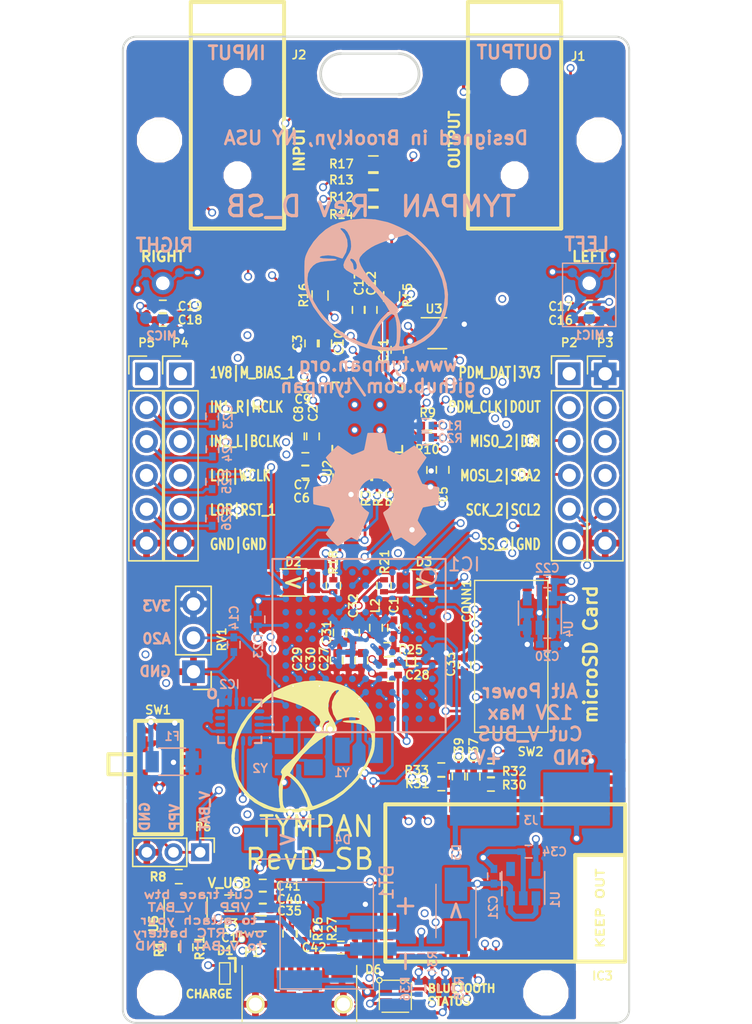
<source format=kicad_pcb>
(kicad_pcb (version 20171130) (host pcbnew 5.1.1-8be2ce7~80~ubuntu18.04.1)
  (title_block (title "Tympan Rev D") (date 3/19/18) (company "Solutiosn Design & Prototyping, LLC"))
  (layers (0 F.Cu signal) (1 In1.Cu power hide) (2 In2.Cu mixed hide) (31 B.Cu signal) (34 B.Paste user) (35 F.Paste user) (36 B.SilkS user) (37 F.SilkS user) (38 B.Mask user) (39 F.Mask user) (44 Edge.Cuts user))
  (net 0 "")
  (net 1 GND)
  (net 2 +3V3)
  (net 3 "Net-(C2-Pad1)")
  (net 4 "Net-(C2-Pad2)")
  (net 5 VPP)
  (net 6 +1V8)
  (net 7 "Net-(C8-Pad1)")
  (net 8 "Net-(C11-Pad1)")
  (net 9 /POT)
  (net 10 /IN2_L)
  (net 11 "Net-(C17-Pad2)")
  (net 12 /IN2_R)
  (net 13 "Net-(C19-Pad2)")
  (net 14 +BATT)
  (net 15 "Net-(D2-Pad2)")
  (net 16 "Net-(D3-Pad2)")
  (net 17 "Net-(J1-Pad3)")
  (net 18 /MICDET)
  (net 19 /BT_TX)
  (net 20 /BT_RX)
  (net 21 /BT_nRESET)
  (net 22 /BCLK)
  (net 23 /MCLK)
  (net 24 /BT_RTS)
  (net 25 /BT_CTS)
  (net 26 /WCLK)
  (net 27 /DIN)
  (net 28 /nRESET)
  (net 29 /SCL/SS)
  (net 30 /SDA/MOSI)
  (net 31 /DOUT)
  (net 32 /IN1_L)
  (net 33 /IN1_R)
  (net 34 /LOL)
  (net 35 /LOR)
  (net 36 "Net-(R2-Pad2)")
  (net 37 "Net-(R3-Pad2)")
  (net 38 "Net-(R4-Pad2)")
  (net 39 "Net-(R5-Pad2)")
  (net 40 "Net-(R6-Pad2)")
  (net 41 "Net-(R7-Pad2)")
  (net 42 "Net-(R9-Pad2)")
  (net 43 "Net-(R10-Pad2)")
  (net 44 /HPL)
  (net 45 "Net-(J1-Pad2)")
  (net 46 /HPR)
  (net 47 /MICBIAS)
  (net 48 "Net-(SW1-Pad6)")
  (net 49 "Net-(SW1-Pad3)")
  (net 50 "Net-(U2-Pad4)")
  (net 51 "Net-(U4-Pad4)")
  (net 52 "Net-(C23-Pad2)")
  (net 53 "Net-(C24-Pad2)")
  (net 54 "Net-(C25-Pad2)")
  (net 55 "Net-(C26-Pad2)")
  (net 56 "Net-(C1-Pad1)")
  (net 57 "Net-(C1-Pad2)")
  (net 58 "Net-(C28-Pad2)")
  (net 59 "Net-(IC1-PadA6)")
  (net 60 "Net-(IC1-PadA7)")
  (net 61 "Net-(IC1-PadA9)")
  (net 62 "Net-(IC1-PadA10)")
  (net 63 "Net-(IC1-PadC1)")
  (net 64 /CLK)
  (net 65 "Net-(IC1-PadE1)")
  (net 66 /USB0_D+)
  (net 67 "Net-(IC1-PadJ1)")
  (net 68 "Net-(IC1-PadB10)")
  (net 69 "Net-(IC1-PadB9)")
  (net 70 "Net-(IC1-PadB8)")
  (net 71 "Net-(IC1-PadB6)")
  (net 72 "Net-(IC1-PadB5)")
  (net 73 "Net-(IC1-PadB2)")
  (net 74 "Net-(IC1-PadB3)")
  (net 75 "Net-(IC1-PadC5)")
  (net 76 "Net-(IC1-PadC6)")
  (net 77 "Net-(IC1-PadC9)")
  (net 78 /DAT0)
  (net 79 /DAT1)
  (net 80 "Net-(IC1-PadD4)")
  (net 81 "Net-(IC1-PadD5)")
  (net 82 "Net-(IC1-PadD6)")
  (net 83 "Net-(IC1-PadD7)")
  (net 84 "Net-(IC1-PadD9)")
  (net 85 /DAT2)
  (net 86 /DAT3)
  (net 87 /CMD)
  (net 88 "Net-(IC1-PadC10)")
  (net 89 "Net-(IC1-PadD10)")
  (net 90 "Net-(IC1-PadC11)")
  (net 91 "Net-(IC1-PadD11)")
  (net 92 "Net-(IC1-PadD12)")
  (net 93 "Net-(IC1-PadF2)")
  (net 94 "Net-(IC1-PadF3)")
  (net 95 "Net-(IC1-PadF4)")
  (net 96 "Net-(IC1-PadG4)")
  (net 97 "Net-(IC1-PadG3)")
  (net 98 "Net-(IC1-PadG2)")
  (net 99 /USB0_D-)
  (net 100 "Net-(IC1-PadH4)")
  (net 101 "Net-(IC1-PadJ4)")
  (net 102 "Net-(IC1-PadJ3)")
  (net 103 "Net-(IC1-PadJ2)")
  (net 104 "Net-(IC1-PadK1)")
  (net 105 "Net-(IC1-PadK3)")
  (net 106 "Net-(IC1-PadL4)")
  (net 107 "Net-(IC1-PadL3)")
  (net 108 "Net-(IC1-PadL2)")
  (net 109 "Net-(IC1-PadL1)")
  (net 110 "Net-(IC1-PadM2)")
  (net 111 "Net-(IC1-PadH5)")
  (net 112 /PTA0)
  (net 113 /PTA1)
  (net 114 "Net-(IC1-PadJ7)")
  (net 115 "Net-(IC1-PadJ8)")
  (net 116 /PTA2)
  (net 117 /PTA3)
  (net 118 "Net-(IC1-PadK8)")
  (net 119 "Net-(IC1-PadL5)")
  (net 120 "Net-(IC1-PadL7)")
  (net 121 "Net-(IC1-PadL8)")
  (net 122 "Net-(IC1-PadM5)")
  (net 123 "Net-(IC1-PadM6)")
  (net 124 "Net-(IC1-PadM7)")
  (net 125 "Net-(IC1-PadE11)")
  (net 126 "Net-(IC1-PadF9)")
  (net 127 "Net-(IC1-PadF10)")
  (net 128 "Net-(IC1-PadF11)")
  (net 129 "Net-(IC1-PadF12)")
  (net 130 "Net-(IC1-PadG10)")
  (net 131 "Net-(IC1-PadG9)")
  (net 132 "Net-(IC1-PadH9)")
  (net 133 "Net-(IC1-PadH10)")
  (net 134 "Net-(IC1-PadH12)")
  (net 135 "Net-(IC1-PadJ10)")
  (net 136 "Net-(IC1-PadJ12)")
  (net 137 "Net-(IC1-PadM9)")
  (net 138 "Net-(IC1-PadL9)")
  (net 139 "Net-(IC1-PadK10)")
  (net 140 "Net-(IC1-PadL10)")
  (net 141 "Net-(IC1-PadM11)")
  (net 142 "Net-(IC1-PadL11)")
  (net 143 "Net-(IC1-PadK12)")
  (net 144 /RESET_B)
  (net 145 "Net-(IC1-PadM12)")
  (net 146 /DE)
  (net 147 "Net-(IC2-Pad5)")
  (net 148 /PROG)
  (net 149 "Net-(IC2-Pad11)")
  (net 150 "Net-(IC2-Pad12)")
  (net 151 "Net-(IC2-Pad14)")
  (net 152 "Net-(IC2-Pad15)")
  (net 153 "Net-(IC2-Pad16)")
  (net 154 "Net-(IC3-Pad5)")
  (net 155 "Net-(IC3-Pad6)")
  (net 156 "Net-(IC3-Pad7)")
  (net 157 "Net-(IC3-Pad8)")
  (net 158 "Net-(IC3-Pad9)")
  (net 159 "Net-(IC3-Pad10)")
  (net 160 "Net-(IC3-Pad12)")
  (net 161 "Net-(IC3-Pad14)")
  (net 162 "Net-(IC3-Pad16)")
  (net 163 "Net-(IC3-Pad17)")
  (net 164 "Net-(IC3-Pad24)")
  (net 165 "Net-(IC3-Pad29)")
  (net 166 "Net-(IC3-Pad34)")
  (net 167 "Net-(IC3-Pad35)")
  (net 168 "Net-(IC3-Pad36)")
  (net 169 "Net-(IC3-Pad45)")
  (net 170 "Net-(IC3-Pad46)")
  (net 171 "Net-(IC3-Pad47)")
  (net 172 "Net-(IC3-Pad48)")
  (net 173 "Net-(IC3-Pad49)")
  (net 174 "Net-(IC3-Pad50)")
  (net 175 "Net-(IC3-Pad51)")
  (net 176 "Net-(P1-Pad2)")
  (net 177 "Net-(P1-Pad4)")
  (net 178 "Net-(P1-Pad3)")
  (net 179 /V_USB)
  (net 180 "Net-(C21-Pad1)")
  (net 181 "Net-(C37-Pad2)")
  (net 182 "Net-(C39-Pad2)")
  (net 183 "Net-(D6-Pad2)")
  (net 184 "Net-(D6-Pad3)")
  (net 185 "Net-(D6-Pad4)")
  (net 186 "Net-(F1-Pad1)")
  (net 187 /VREGEN)
  (net 188 /LED_0)
  (net 189 /LED_1)
  (net 190 /LED_2)
  (net 191 "Net-(U1-Pad4)")
  (net 192 Earth)
  (net 193 /M_BIAS)
  (net 194 "Net-(R16-Pad2)")
  (net 195 /SS_2)
  (net 196 /SCK_2)
  (net 197 /TX_3)
  (net 198 /MISO_2)
  (net 199 /MOSI_2)
  (net 200 /RX_3)
  (net 201 "Net-(IC1-PadA4)")
  (net 202 "Net-(IC1-PadA5)")
  (net 203 "Net-(IC1-PadA2)")
  (net 204 "Net-(D1-Pad1)")
  (net 205 /BT_PIO5)
  (net 206 /BT_PIO0)
  (net 207 "Net-(IC3-Pad26)")
  (net 208 "Net-(MIC1-Pad5)")
  (net 209 "Net-(MIC2-Pad5)")
  (net 210 "Net-(R1-Pad2)")
  (net 211 "Net-(R8-Pad1)")
  (net 212 "Net-(D1-Pad4)")
  (net 213 /USB)
  (net 214 "Net-(C12-Pad1)")
  (net 215 "Net-(C13-Pad1)")
  (net 216 "Net-(C12-Pad2)")
  (net 217 "Net-(C13-Pad2)")
  (net 218 /nRESET_1)
  (net 219 /DIN_1)
  (net 220 /DOUT_1)
  (net 221 "Net-(IC1-PadC7)")
  (net 222 /SDA2)
  (net 223 /SCL2)
  (net 224 /M_BIAS_1)
  (net 225 "Net-(IC1-PadM1)")
  (net 226 /PDM_CLK)
  (net 227 /PDM_DAT)
  (module Tympan:NPTH_3.2mm (layer F.Cu) (at 117.6 118.23)
    (fp_text reference P8)
    (fp_text value CONN_01X01)
    (pad "" np_thru_hole circle (at 0 0) (size 3 3) (drill 3) (layers *.Cu F.SilkS))
  )
  (module Tympan:NPTH_3.2mm (layer F.Cu) (at 150.6 54.23)
    (fp_text reference P9)
    (fp_text value CONN_01X01)
    (pad "" np_thru_hole circle (at 0 0) (size 3 3) (drill 3) (layers *.Cu F.SilkS))
  )
  (module Tympan:NPTH_3.2mm (layer F.Cu) (at 117.6 54.23)
    (fp_text reference P10)
    (fp_text value CONN_01X01)
    (pad "" np_thru_hole circle (at 0 0) (size 3 3) (drill 3) (layers *.Cu F.SilkS))
  )
  (module Resistors_SMD:R_0402 (layer F.Cu) (at 135.9 79.53 90)
    (fp_text reference R6 (at -1.6 0.075 90) (layer F.SilkS) (effects (font (size 0.635 0.635) (thickness 0.127))))
    (fp_text value 33R)
    (pad 2 smd rect (at 0.45 0 90) (size 0.4 0.6) (layers F.Cu F.Paste F.Mask) (net 40 "Net-(R6-Pad2)"))
    (pad 1 smd rect (at -0.45 0 90) (size 0.4 0.6) (layers F.Cu F.Paste F.Mask) (net 31 /DOUT))
  )
  (module Tympan:BC127 (layer F.Cu) (at 142.85 109.78 270)
    (fp_text reference IC3 (at 7.175 -8) (layer F.SilkS) (effects (font (size 0.635 0.635) (thickness 0.127))))
    (fp_text value BC127)
    (fp_text user "KEEP OUT" (at 2.1 -7.825 270) (layer F.SilkS) (effects (font (size 0.6 0.8))))
    (pad 1 smd rect (at -5.6 -8.8 270) (size 1 0.6) (layers F.Cu F.Paste F.Mask) (net 1 GND))
    (pad 2 smd rect (at -5.6 -8 270) (size 1 0.6) (layers F.Cu F.Paste F.Mask) (net 1 GND))
    (pad 3 smd rect (at -5.6 -7.2 270) (size 1 0.6) (layers F.Cu F.Paste F.Mask) (net 1 GND))
    (pad 4 smd rect (at -5.6 -6.4 270) (size 1 0.6) (layers F.Cu F.Paste F.Mask) (net 1 GND))
    (pad 5 smd rect (at -5.6 -5.6 270) (size 1 0.6) (layers F.Cu F.Paste F.Mask) (net 154 "Net-(IC3-Pad5)"))
    (pad 6 smd rect (at -5.6 -4.8 270) (size 1 0.6) (layers F.Cu F.Paste F.Mask) (net 155 "Net-(IC3-Pad6)"))
    (pad 7 smd rect (at -5.6 -4 270) (size 1 0.6) (layers F.Cu F.Paste F.Mask) (net 156 "Net-(IC3-Pad7)"))
    (pad 8 smd rect (at -5.6 -3.2 270) (size 1 0.6) (layers F.Cu F.Paste F.Mask) (net 157 "Net-(IC3-Pad8)"))
    (pad 9 smd rect (at -5.6 -2.4 270) (size 1 0.6) (layers F.Cu F.Paste F.Mask) (net 158 "Net-(IC3-Pad9)"))
    (pad 10 smd rect (at -5.6 -1.6 270) (size 1 0.6) (layers F.Cu F.Paste F.Mask) (net 159 "Net-(IC3-Pad10)"))
    (pad 11 smd rect (at -5.6 -0.8 270) (size 1 0.6) (layers F.Cu F.Paste F.Mask) (net 1 GND))
    (pad 12 smd rect (at -5.6 0 270) (size 1 0.6) (layers F.Cu F.Paste F.Mask) (net 160 "Net-(IC3-Pad12)"))
    (pad 13 smd rect (at -5.6 0.8 270) (size 1 0.6) (layers F.Cu F.Paste F.Mask) (net 1 GND))
    (pad 14 smd rect (at -5.6 1.6 270) (size 1 0.6) (layers F.Cu F.Paste F.Mask) (net 161 "Net-(IC3-Pad14)"))
    (pad 15 smd rect (at -5.6 2.4 270) (size 1 0.6) (layers F.Cu F.Paste F.Mask) (net 1 GND))
    (pad 16 smd rect (at -5.6 3.2 270) (size 1 0.6) (layers F.Cu F.Paste F.Mask) (net 162 "Net-(IC3-Pad16)"))
    (pad 17 smd rect (at -5.6 4 270) (size 1 0.6) (layers F.Cu F.Paste F.Mask) (net 163 "Net-(IC3-Pad17)"))
    (pad 18 smd rect (at -5.6 4.8 270) (size 1 0.6) (layers F.Cu F.Paste F.Mask) (net 1 GND))
    (pad 19 smd rect (at -5.6 5.6 270) (size 1 0.6) (layers F.Cu F.Paste F.Mask) (net 35 /LOR))
    (pad 20 smd rect (at -5.6 6.4 270) (size 1 0.6) (layers F.Cu F.Paste F.Mask) (net 1 GND))
    (pad 21 smd rect (at -5.6 7.2 270) (size 1 0.6) (layers F.Cu F.Paste F.Mask) (net 34 /LOL))
    (pad 22 smd rect (at -4.6 8.2 270) (size 0.6 1) (layers F.Cu F.Paste F.Mask) (net 1 GND))
    (pad 23 smd rect (at -3.8 8.2 270) (size 0.6 1) (layers F.Cu F.Paste F.Mask) (net 206 /BT_PIO0))
    (pad 24 smd rect (at -3 8.2 270) (size 0.6 1) (layers F.Cu F.Paste F.Mask) (net 164 "Net-(IC3-Pad24)"))
    (pad 25 smd rect (at -2.2 8.2 270) (size 0.6 1) (layers F.Cu F.Paste F.Mask) (net 205 /BT_PIO5))
    (pad 26 smd rect (at -1.4 8.2 270) (size 0.6 1) (layers F.Cu F.Paste F.Mask) (net 207 "Net-(IC3-Pad26)"))
    (pad 27 smd rect (at -0.6 8.2 270) (size 0.6 1) (layers F.Cu F.Paste F.Mask) (net 1 GND))
    (pad 28 smd rect (at 0.2 8.2 270) (size 0.6 1) (layers F.Cu F.Paste F.Mask) (net 187 /VREGEN))
    (pad 29 smd rect (at 1 8.2 270) (size 0.6 1) (layers F.Cu F.Paste F.Mask) (net 165 "Net-(IC3-Pad29)"))
    (pad 30 smd rect (at 1.8 8.2 270) (size 0.6 1) (layers F.Cu F.Paste F.Mask) (net 2 +3V3))
    (pad 31 smd rect (at 2.6 8.2 270) (size 0.6 1) (layers F.Cu F.Paste F.Mask) (net 2 +3V3))
    (pad 32 smd rect (at 3.4 8.2 270) (size 0.6 1) (layers F.Cu F.Paste F.Mask) (net 2 +3V3))
    (pad 33 smd rect (at 4.2 8.2 270) (size 0.6 1) (layers F.Cu F.Paste F.Mask) (net 2 +3V3))
    (pad 34 smd rect (at 5 8.2 270) (size 0.6 1) (layers F.Cu F.Paste F.Mask) (net 166 "Net-(IC3-Pad34)"))
    (pad 35 smd rect (at 6 7.2 270) (size 1 0.6) (layers F.Cu F.Paste F.Mask) (net 167 "Net-(IC3-Pad35)"))
    (pad 36 smd rect (at 6 6.4 270) (size 1 0.6) (layers F.Cu F.Paste F.Mask) (net 168 "Net-(IC3-Pad36)"))
    (pad 37 smd rect (at 6 5.6 270) (size 1 0.6) (layers F.Cu F.Paste F.Mask) (net 188 /LED_0))
    (pad 38 smd rect (at 6 4.8 270) (size 1 0.6) (layers F.Cu F.Paste F.Mask) (net 189 /LED_1))
    (pad 39 smd rect (at 6 4 270) (size 1 0.6) (layers F.Cu F.Paste F.Mask) (net 190 /LED_2))
    (pad 40 smd rect (at 6 3.2 270) (size 1 0.6) (layers F.Cu F.Paste F.Mask) (net 25 /BT_CTS))
    (pad 41 smd rect (at 6 2.4 270) (size 1 0.6) (layers F.Cu F.Paste F.Mask) (net 19 /BT_TX))
    (pad 42 smd rect (at 6 1.6 270) (size 1 0.6) (layers F.Cu F.Paste F.Mask) (net 20 /BT_RX))
    (pad 43 smd rect (at 6 0.8 270) (size 1 0.6) (layers F.Cu F.Paste F.Mask) (net 24 /BT_RTS))
    (pad 44 smd rect (at 6 0 270) (size 1 0.6) (layers F.Cu F.Paste F.Mask) (net 21 /BT_nRESET))
    (pad 45 smd rect (at 6 -0.8 270) (size 1 0.6) (layers F.Cu F.Paste F.Mask) (net 169 "Net-(IC3-Pad45)"))
    (pad 46 smd rect (at 6 -1.6 270) (size 1 0.6) (layers F.Cu F.Paste F.Mask) (net 170 "Net-(IC3-Pad46)"))
    (pad 47 smd rect (at 6 -2.4 270) (size 1 0.6) (layers F.Cu F.Paste F.Mask) (net 171 "Net-(IC3-Pad47)"))
    (pad 48 smd rect (at 6 -3.2 270) (size 1 0.6) (layers F.Cu F.Paste F.Mask) (net 172 "Net-(IC3-Pad48)"))
    (pad 49 smd rect (at 6 -4 270) (size 1 0.6) (layers F.Cu F.Paste F.Mask) (net 173 "Net-(IC3-Pad49)"))
    (pad 50 smd rect (at 6 -4.8 270) (size 1 0.6) (layers F.Cu F.Paste F.Mask) (net 174 "Net-(IC3-Pad50)"))
    (pad 51 smd rect (at 6 -5.6 270) (size 1 0.6) (layers F.Cu F.Paste F.Mask) (net 175 "Net-(IC3-Pad51)"))
  )
  (module Capacitors_SMD:C_1206 (layer F.Cu) (at 127.65 87.43)
    (fp_text reference D2 (at 0 -1.55) (layer F.SilkS) (effects (font (size 0.635 0.635) (thickness 0.127))))
    (fp_text value LED)
    (pad 1 smd rect (at -1.5 0) (size 1 1.6) (layers F.Cu F.Paste F.Mask) (net 1 GND))
    (pad 2 smd rect (at 1.5 0) (size 1 1.6) (layers F.Cu F.Paste F.Mask) (net 15 "Net-(D2-Pad2)"))
  )
  (module Capacitors_SMD:C_1206 (layer F.Cu) (at 137.4 87.48 180)
    (fp_text reference D3 (at -0.05 1.6 180) (layer F.SilkS) (effects (font (size 0.635 0.635) (thickness 0.127))))
    (fp_text value LED)
    (pad 1 smd rect (at -1.5 0 180) (size 1 1.6) (layers F.Cu F.Paste F.Mask) (net 1 GND))
    (pad 2 smd rect (at 1.5 0 180) (size 1 1.6) (layers F.Cu F.Paste F.Mask) (net 16 "Net-(D3-Pad2)"))
  )
  (module Capacitors_SMD:C_1206 (layer B.Cu) (at 118.55 100.88)
    (fp_text reference F1 (at 0 -1.9) (layer B.SilkS) (effects (font (size 0.635 0.635) (thickness 0.127)) (justify mirror)))
    (fp_text value FUSE)
    (pad 1 smd rect (at -1.5 0) (size 1 1.6) (layers B.Cu B.Paste B.Mask) (net 186 "Net-(F1-Pad1)"))
    (pad 2 smd rect (at 1.5 0) (size 1 1.6) (layers B.Cu B.Paste B.Mask) (net 2 +3V3))
  )
  (module Capacitors_SMD:C_0603 (layer F.Cu) (at 133.65 58.63)
    (fp_text reference R12 (at -2.4 -0.1) (layer F.SilkS) (effects (font (size 0.635 0.635) (thickness 0.127))))
    (fp_text value 0R)
    (pad 1 smd rect (at -0.75 0) (size 0.8 0.75) (layers F.Cu F.Paste F.Mask) (net 44 /HPL))
    (pad 2 smd rect (at 0.75 0) (size 0.8 0.75) (layers F.Cu F.Paste F.Mask) (net 45 "Net-(J1-Pad2)"))
  )
  (module Capacitors_SMD:C_0603 (layer F.Cu) (at 133.65 57.33)
    (fp_text reference R13 (at -2.4 -0.1) (layer F.SilkS) (effects (font (size 0.635 0.635) (thickness 0.127))))
    (fp_text value 0R)
    (pad 1 smd rect (at -0.75 0) (size 0.8 0.75) (layers F.Cu F.Paste F.Mask) (net 46 /HPR))
    (pad 2 smd rect (at 0.75 0) (size 0.8 0.75) (layers F.Cu F.Paste F.Mask) (net 17 "Net-(J1-Pad3)"))
  )
  (module Capacitors_SMD:C_0603 (layer F.Cu) (at 133.65 59.93 180)
    (fp_text reference R14 (at 2.4 0.1 180) (layer F.SilkS) (effects (font (size 0.635 0.635) (thickness 0.127))))
    (fp_text value DNP)
    (pad 1 smd rect (at -0.75 0 180) (size 0.8 0.75) (layers F.Cu F.Paste F.Mask) (net 45 "Net-(J1-Pad2)"))
    (pad 2 smd rect (at 0.75 0 180) (size 0.8 0.75) (layers F.Cu F.Paste F.Mask) (net 1 GND))
  )
  (module Capacitors_SMD:C_0603 (layer F.Cu) (at 135.025 65.98 90)
    (fp_text reference R15 (at 0.1 1.2 90) (layer F.SilkS) (effects (font (size 0.635 0.635) (thickness 0.127))))
    (fp_text value 2.2K)
    (pad 1 smd rect (at -0.75 0 90) (size 0.8 0.75) (layers F.Cu F.Paste F.Mask) (net 47 /MICBIAS))
    (pad 2 smd rect (at 0.75 0 90) (size 0.8 0.75) (layers F.Cu F.Paste F.Mask) (net 216 "Net-(C12-Pad2)"))
  )
  (module Capacitors_SMD:C_0603 (layer F.Cu) (at 129.65 65.905 270)
    (fp_text reference R16 (at -0.025 1.225 270) (layer F.SilkS) (effects (font (size 0.635 0.635) (thickness 0.127))))
    (fp_text value 2.2K)
    (pad 1 smd rect (at -0.75 0 270) (size 0.8 0.75) (layers F.Cu F.Paste F.Mask) (net 217 "Net-(C13-Pad2)"))
    (pad 2 smd rect (at 0.75 0 270) (size 0.8 0.75) (layers F.Cu F.Paste F.Mask) (net 194 "Net-(R16-Pad2)"))
  )
  (module Capacitors_SMD:C_0603 (layer F.Cu) (at 133.65 56.03 180)
    (fp_text reference R17 (at 2.4 0 180) (layer F.SilkS) (effects (font (size 0.635 0.635) (thickness 0.127))))
    (fp_text value DNP)
    (pad 1 smd rect (at -0.75 0 180) (size 0.8 0.75) (layers F.Cu F.Paste F.Mask) (net 17 "Net-(J1-Pad3)"))
    (pad 2 smd rect (at 0.75 0 180) (size 0.8 0.75) (layers F.Cu F.Paste F.Mask) (net 1 GND))
  )
  (module Housings_DFN_QFN:UQFN-40-1EP_5x5mm_Pitch0.4mm (layer F.Cu) (at 133.1946 75.047 90)
    (fp_text reference U2 (at -3.833 -2.9946 90) (layer F.SilkS) (effects (font (size 0.635 0.635) (thickness 0.127))))
    (fp_text value TLV320AIC3206IRSBT)
    (pad 1 smd rect (at -2.5 -1.8 90) (size 0.75 0.2) (layers F.Cu F.Paste F.Mask) (net 1 GND))
    (pad 2 smd rect (at -2.5 -1.4 90) (size 0.75 0.2) (layers F.Cu F.Paste F.Mask) (net 1 GND))
    (pad 3 smd rect (at -2.5 -1 90) (size 0.75 0.2) (layers F.Cu F.Paste F.Mask) (net 36 "Net-(R2-Pad2)"))
    (pad 4 smd rect (at -2.5 -0.6 90) (size 0.75 0.2) (layers F.Cu F.Paste F.Mask) (net 50 "Net-(U2-Pad4)"))
    (pad 5 smd rect (at -2.5 -0.2 90) (size 0.75 0.2) (layers F.Cu F.Paste F.Mask) (net 41 "Net-(R7-Pad2)"))
    (pad 6 smd rect (at -2.5 0.2 90) (size 0.75 0.2) (layers F.Cu F.Paste F.Mask) (net 37 "Net-(R3-Pad2)"))
    (pad 7 smd rect (at -2.5 0.6 90) (size 0.75 0.2) (layers F.Cu F.Paste F.Mask) (net 38 "Net-(R4-Pad2)"))
    (pad 8 smd rect (at -2.5 1 90) (size 0.75 0.2) (layers F.Cu F.Paste F.Mask) (net 39 "Net-(R5-Pad2)"))
    (pad 9 smd rect (at -2.5 1.4 90) (size 0.75 0.2) (layers F.Cu F.Paste F.Mask) (net 40 "Net-(R6-Pad2)"))
    (pad 10 smd rect (at -2.5 1.8 90) (size 0.75 0.2) (layers F.Cu F.Paste F.Mask) (net 2 +3V3))
    (pad 11 smd rect (at -1.8 2.5 180) (size 0.75 0.2) (layers F.Cu F.Paste F.Mask) (net 1 GND))
    (pad 12 smd rect (at -1.4 2.5 180) (size 0.75 0.2) (layers F.Cu F.Paste F.Mask) (net 226 /PDM_CLK))
    (pad 13 smd rect (at -1 2.5 180) (size 0.75 0.2) (layers F.Cu F.Paste F.Mask) (net 43 "Net-(R10-Pad2)"))
    (pad 14 smd rect (at -0.6 2.5 180) (size 0.75 0.2) (layers F.Cu F.Paste F.Mask) (net 42 "Net-(R9-Pad2)"))
    (pad 15 smd rect (at -0.2 2.5 180) (size 0.75 0.2) (layers F.Cu F.Paste F.Mask) (net 227 /PDM_DAT))
    (pad 16 smd rect (at 0.2 2.5 180) (size 0.75 0.2) (layers F.Cu F.Paste F.Mask) (net 1 GND))
    (pad 17 smd rect (at 0.6 2.5 180) (size 0.75 0.2) (layers F.Cu F.Paste F.Mask) (net 32 /IN1_L))
    (pad 18 smd rect (at 1 2.5 180) (size 0.75 0.2) (layers F.Cu F.Paste F.Mask) (net 33 /IN1_R))
    (pad 19 smd rect (at 1.4 2.5 180) (size 0.75 0.2) (layers F.Cu F.Paste F.Mask) (net 10 /IN2_L))
    (pad 20 smd rect (at 1.8 2.5 180) (size 0.75 0.2) (layers F.Cu F.Paste F.Mask) (net 12 /IN2_R))
    (pad 21 smd rect (at 2.5 1.8 90) (size 0.75 0.2) (layers F.Cu F.Paste F.Mask) (net 1 GND))
    (pad 22 smd rect (at 2.5 1.4 90) (size 0.75 0.2) (layers F.Cu F.Paste F.Mask) (net 8 "Net-(C11-Pad1)"))
    (pad 23 smd rect (at 2.5 1 90) (size 0.75 0.2) (layers F.Cu F.Paste F.Mask) (net 47 /MICBIAS))
    (pad 24 smd rect (at 2.5 0.6 90) (size 0.75 0.2) (layers F.Cu F.Paste F.Mask) (net 214 "Net-(C12-Pad1)"))
    (pad 25 smd rect (at 2.5 0.2 90) (size 0.75 0.2) (layers F.Cu F.Paste F.Mask) (net 215 "Net-(C13-Pad1)"))
    (pad 26 smd rect (at 2.5 -0.2 90) (size 0.75 0.2) (layers F.Cu F.Paste F.Mask) (net 34 /LOL))
    (pad 27 smd rect (at 2.5 -0.6 90) (size 0.75 0.2) (layers F.Cu F.Paste F.Mask) (net 35 /LOR))
    (pad 28 smd rect (at 2.5 -1 90) (size 0.75 0.2) (layers F.Cu F.Paste F.Mask) (net 1 GND))
    (pad 29 smd rect (at 2.5 -1.4 90) (size 0.75 0.2) (layers F.Cu F.Paste F.Mask) (net 6 +1V8))
    (pad 30 smd rect (at 2.5 -1.8 90) (size 0.75 0.2) (layers F.Cu F.Paste F.Mask) (net 2 +3V3))
    (pad 31 smd rect (at 1.8 -2.5 180) (size 0.75 0.2) (layers F.Cu F.Paste F.Mask) (net 44 /HPL))
    (pad 32 smd rect (at 1.4 -2.5 180) (size 0.75 0.2) (layers F.Cu F.Paste F.Mask) (net 6 +1V8))
    (pad 33 smd rect (at 1 -2.5 180) (size 0.75 0.2) (layers F.Cu F.Paste F.Mask) (net 46 /HPR))
    (pad 34 smd rect (at 0.6 -2.5 180) (size 0.75 0.2) (layers F.Cu F.Paste F.Mask) (net 18 /MICDET))
    (pad 35 smd rect (at 0.2 -2.5 180) (size 0.75 0.2) (layers F.Cu F.Paste F.Mask) (net 7 "Net-(C8-Pad1)"))
    (pad 36 smd rect (at -0.2 -2.5 180) (size 0.75 0.2) (layers F.Cu F.Paste F.Mask) (net 3 "Net-(C2-Pad1)"))
    (pad 37 smd rect (at -0.6 -2.5 180) (size 0.75 0.2) (layers F.Cu F.Paste F.Mask) (net 1 GND))
    (pad 38 smd rect (at -1 -2.5 180) (size 0.75 0.2) (layers F.Cu F.Paste F.Mask) (net 4 "Net-(C2-Pad2)"))
    (pad 39 smd rect (at -1.4 -2.5 180) (size 0.75 0.2) (layers F.Cu F.Paste F.Mask) (net 6 +1V8))
    (pad 40 smd rect (at -1.8 -2.5 180) (size 0.75 0.2) (layers F.Cu F.Paste F.Mask) (net 6 +1V8))
    (pad 41 smd rect (at 0.95 0.95 90) (size 1.9 1.9) (layers F.Cu F.Paste F.Mask) (net 1 GND))
    (pad 41 smd rect (at 0.95 -0.95 90) (size 1.9 1.9) (layers F.Cu F.Paste F.Mask) (net 1 GND))
    (pad 41 smd rect (at -0.95 0.95 90) (size 1.9 1.9) (layers F.Cu F.Paste F.Mask) (net 1 GND))
    (pad 41 smd rect (at -0.95 -0.95 90) (size 1.9 1.9) (layers F.Cu F.Paste F.Mask) (net 1 GND))
  )
  (module TO_SOT_Packages_SMD:SOT-23-5 (layer B.Cu) (at 146.15 89.73 90)
    (fp_text reference U4 (at -1.1938 2.1463 90) (layer B.SilkS) (effects (font (size 0.635 0.635) (thickness 0.127)) (justify mirror)))
    (fp_text value LP5907MFX-1.8)
    (pad 1 smd rect (at -1.1 0.95 90) (size 1.06 0.65) (layers B.Cu B.Paste B.Mask) (net 2 +3V3))
    (pad 2 smd rect (at -1.1 0 90) (size 1.06 0.65) (layers B.Cu B.Paste B.Mask) (net 1 GND))
    (pad 3 smd rect (at -1.1 -0.95 90) (size 1.06 0.65) (layers B.Cu B.Paste B.Mask) (net 2 +3V3))
    (pad 4 smd rect (at 1.1 -0.95 90) (size 1.06 0.65) (layers B.Cu B.Paste B.Mask) (net 51 "Net-(U4-Pad4)"))
    (pad 5 smd rect (at 1.1 0.95 90) (size 1.06 0.65) (layers B.Cu B.Paste B.Mask) (net 6 +1V8))
  )
  (module Tympan:SJ-3524-SMT-TR (layer F.Cu) (at 123.45 49.88 270)
    (fp_text reference J2 (at -2.032 -4.6228) (layer F.SilkS) (effects (font (size 0.635 0.635) (thickness 0.127))))
    (fp_text value SJ-3524-SMT-TR-PI)
    (pad 4 smd rect (at 12.2 -0.75 270) (size 2.8 2.8) (layers F.Cu F.Paste F.Mask) (net 18 /MICDET))
    (pad 2 smd rect (at 8.3 4.2 270) (size 2.8 2.8) (layers F.Cu F.Paste F.Mask) (net 216 "Net-(C12-Pad2)"))
    (pad 3 smd rect (at 0.9 -4.2 270) (size 2.2 2.8) (layers F.Cu F.Paste F.Mask) (net 217 "Net-(C13-Pad2)"))
    (pad "" np_thru_hole circle (at 7 0 270) (size 1.7 1.7) (drill 1.7) (layers *.Cu *.Mask))
    (pad "" np_thru_hole circle (at 0 0 270) (size 1.7 1.7) (drill 1.7) (layers *.Cu *.Mask))
    (pad 1 smd rect (at -1.1 4.2 270) (size 2.2 2.8) (layers F.Cu F.Paste F.Mask) (net 1 GND))
  )
  (module Tympan:SJ-3523-SMT-TR (layer F.Cu) (at 144.25 49.88 270)
    (fp_text reference J1 (at -1.925 -4.775) (layer F.SilkS) (effects (font (size 0.635 0.635) (thickness 0.127))))
    (fp_text value SJ-3523-SMT-TR)
    (pad 2 smd rect (at 8.3 4.2 270) (size 2.8 2.8) (layers F.Cu F.Paste F.Mask) (net 45 "Net-(J1-Pad2)"))
    (pad 3 smd rect (at 0.9 -4.2 270) (size 2.2 2.8) (layers F.Cu F.Paste F.Mask) (net 17 "Net-(J1-Pad3)"))
    (pad "" np_thru_hole circle (at 7 0 270) (size 1.7 1.7) (drill 1.7) (layers *.Cu *.Mask))
    (pad "" np_thru_hole circle (at 0 0 270) (size 1.7 1.7) (drill 1.7) (layers *.Cu *.Mask))
    (pad 1 smd rect (at -1.1 4.2 270) (size 2.2 2.8) (layers F.Cu F.Paste F.Mask) (net 1 GND))
  )
  (module Capacitors_SMD:C_0402 (layer F.Cu) (at 135.2 90.83 270)
    (fp_text reference C1 (at -1.7 0 270) (layer F.SilkS) (effects (font (size 0.635 0.635) (thickness 0.127))))
    (fp_text value 0.1uF)
    (pad 1 smd rect (at -0.55 0 270) (size 0.6 0.5) (layers F.Cu F.Paste F.Mask) (net 56 "Net-(C1-Pad1)"))
    (pad 2 smd rect (at 0.55 0 270) (size 0.6 0.5) (layers F.Cu F.Paste F.Mask) (net 57 "Net-(C1-Pad2)"))
  )
  (module Capacitors_SMD:C_0402 (layer F.Cu) (at 129.1179 76.4694 270)
    (fp_text reference C2 (at -1.7145 -0.0127 270) (layer F.SilkS) (effects (font (size 0.635 0.635) (thickness 0.127))))
    (fp_text value 2.2uF)
    (pad 1 smd rect (at -0.55 0 270) (size 0.6 0.5) (layers F.Cu F.Paste F.Mask) (net 3 "Net-(C2-Pad1)"))
    (pad 2 smd rect (at 0.55 0 270) (size 0.6 0.5) (layers F.Cu F.Paste F.Mask) (net 4 "Net-(C2-Pad2)"))
  )
  (module Capacitors_SMD:C_0402 (layer F.Cu) (at 128.9909 69.4971 270)
    (fp_text reference C3 (at -0.0381 1.0287 270) (layer F.SilkS) (effects (font (size 0.635 0.635) (thickness 0.127))))
    (fp_text value 0.1uF)
    (pad 1 smd rect (at -0.55 0 270) (size 0.6 0.5) (layers F.Cu F.Paste F.Mask) (net 1 GND))
    (pad 2 smd rect (at 0.55 0 270) (size 0.6 0.5) (layers F.Cu F.Paste F.Mask) (net 2 +3V3))
  )
  (module Capacitors_SMD:C_0402 (layer F.Cu) (at 137.2006 78.9893 90)
    (fp_text reference C4 (at -1.905 -0.0381 90) (layer F.SilkS) (effects (font (size 0.635 0.635) (thickness 0.127))))
    (fp_text value 10uF)
    (pad 1 smd rect (at -0.55 0 90) (size 0.6 0.5) (layers F.Cu F.Paste F.Mask) (net 1 GND))
    (pad 2 smd rect (at 0.55 0 90) (size 0.6 0.5) (layers F.Cu F.Paste F.Mask) (net 2 +3V3))
  )
  (module Capacitors_SMD:C_0402 (layer F.Cu) (at 138.85 78.98 90)
    (fp_text reference C5 (at -1.8669 0.0381 90) (layer F.SilkS) (effects (font (size 0.635 0.635) (thickness 0.127))))
    (fp_text value 0.1uF)
    (pad 1 smd rect (at -0.55 0 90) (size 0.6 0.5) (layers F.Cu F.Paste F.Mask) (net 1 GND))
    (pad 2 smd rect (at 0.55 0 90) (size 0.6 0.5) (layers F.Cu F.Paste F.Mask) (net 2 +3V3))
  )
  (module Capacitors_SMD:C_0402 (layer F.Cu) (at 128.5464 79.1491 180)
    (fp_text reference C6 (at 0.2794 -1.9431 180) (layer F.SilkS) (effects (font (size 0.635 0.635) (thickness 0.127))))
    (fp_text value 10uF)
    (pad 1 smd rect (at -0.55 0 180) (size 0.6 0.5) (layers F.Cu F.Paste F.Mask) (net 6 +1V8))
    (pad 2 smd rect (at 0.55 0 180) (size 0.6 0.5) (layers F.Cu F.Paste F.Mask) (net 1 GND))
  )
  (module Capacitors_SMD:C_0402 (layer F.Cu) (at 128.5464 78.1712 180)
    (fp_text reference C7 (at 0.254 -1.9304 180) (layer F.SilkS) (effects (font (size 0.635 0.635) (thickness 0.127))))
    (fp_text value 0.1uF)
    (pad 1 smd rect (at -0.55 0 180) (size 0.6 0.5) (layers F.Cu F.Paste F.Mask) (net 6 +1V8))
    (pad 2 smd rect (at 0.55 0 180) (size 0.6 0.5) (layers F.Cu F.Paste F.Mask) (net 1 GND))
  )
  (module Capacitors_SMD:C_0402 (layer F.Cu) (at 128.0003 76.4694 270)
    (fp_text reference C8 (at -1.6764 -0.0381 270) (layer F.SilkS) (effects (font (size 0.635 0.635) (thickness 0.127))))
    (fp_text value 2.2uF)
    (pad 1 smd rect (at -0.55 0 270) (size 0.6 0.5) (layers F.Cu F.Paste F.Mask) (net 7 "Net-(C8-Pad1)"))
    (pad 2 smd rect (at 0.55 0 270) (size 0.6 0.5) (layers F.Cu F.Paste F.Mask) (net 1 GND))
  )
  (module Capacitors_SMD:C_0402 (layer F.Cu) (at 128.45 72.68 180)
    (fp_text reference C9 (at 0.1 -1 180) (layer F.SilkS) (effects (font (size 0.635 0.635) (thickness 0.127))))
    (fp_text value 1uF)
    (pad 1 smd rect (at -0.55 0 180) (size 0.6 0.5) (layers F.Cu F.Paste F.Mask) (net 6 +1V8))
    (pad 2 smd rect (at 0.55 0 180) (size 0.6 0.5) (layers F.Cu F.Paste F.Mask) (net 1 GND))
  )
  (module Capacitors_SMD:C_0402 (layer F.Cu) (at 130.045 69.4971 90)
    (fp_text reference C10 (at 0.0381 1.0414 90) (layer F.SilkS) (effects (font (size 0.635 0.635) (thickness 0.127))))
    (fp_text value 0.1uF)
    (pad 1 smd rect (at -0.55 0 90) (size 0.6 0.5) (layers F.Cu F.Paste F.Mask) (net 6 +1V8))
    (pad 2 smd rect (at 0.55 0 90) (size 0.6 0.5) (layers F.Cu F.Paste F.Mask) (net 1 GND))
  )
  (module Capacitors_SMD:C_0402 (layer F.Cu) (at 135.45 69.98 270)
    (fp_text reference C11 (at 0.05 1.05 270) (layer F.SilkS) (effects (font (size 0.635 0.635) (thickness 0.127))))
    (fp_text value 10uF)
    (pad 1 smd rect (at -0.55 0 270) (size 0.6 0.5) (layers F.Cu F.Paste F.Mask) (net 8 "Net-(C11-Pad1)"))
    (pad 2 smd rect (at 0.55 0 270) (size 0.6 0.5) (layers F.Cu F.Paste F.Mask) (net 1 GND))
  )
  (module Capacitors_SMD:C_0402 (layer F.Cu) (at 133.45 66.98 90)
    (fp_text reference C12 (at 1.9945 0.0471 270) (layer F.SilkS) (effects (font (size 0.635 0.635) (thickness 0.127))))
    (fp_text value 2.2uF)
    (pad 1 smd rect (at -0.55 0 90) (size 0.6 0.5) (layers F.Cu F.Paste F.Mask) (net 214 "Net-(C12-Pad1)"))
    (pad 2 smd rect (at 0.55 0 90) (size 0.6 0.5) (layers F.Cu F.Paste F.Mask) (net 216 "Net-(C12-Pad2)"))
  )
  (module Capacitors_SMD:C_0402 (layer F.Cu) (at 132.55 66.98 90)
    (fp_text reference C13 (at 1.9945 0.0278 270) (layer F.SilkS) (effects (font (size 0.635 0.635) (thickness 0.127))))
    (fp_text value 2.2uF)
    (pad 1 smd rect (at -0.55 0 90) (size 0.6 0.5) (layers F.Cu F.Paste F.Mask) (net 215 "Net-(C13-Pad1)"))
    (pad 2 smd rect (at 0.55 0 90) (size 0.6 0.5) (layers F.Cu F.Paste F.Mask) (net 217 "Net-(C13-Pad2)"))
  )
  (module Capacitors_SMD:C_0402 (layer B.Cu) (at 123.175 92.105 270)
    (fp_text reference C14 (at -2.025 -0.025 270) (layer B.SilkS) (effects (font (size 0.635 0.635) (thickness 0.127)) (justify mirror)))
    (fp_text value 0.1uF)
    (pad 1 smd rect (at -0.55 0 270) (size 0.6 0.5) (layers B.Cu B.Paste B.Mask) (net 9 /POT))
    (pad 2 smd rect (at 0.55 0 270) (size 0.6 0.5) (layers B.Cu B.Paste B.Mask) (net 1 GND))
  )
  (module Capacitors_SMD:C_0402 (layer F.Cu) (at 125.35 114.08 180)
    (fp_text reference C15 (at 2.2 0 180) (layer F.SilkS) (effects (font (size 0.635 0.635) (thickness 0.127))))
    (fp_text value 10uF)
    (pad 1 smd rect (at -0.55 0 180) (size 0.6 0.5) (layers F.Cu F.Paste F.Mask) (net 213 /USB))
    (pad 2 smd rect (at 0.55 0 180) (size 0.6 0.5) (layers F.Cu F.Paste F.Mask) (net 1 GND))
  )
  (module Capacitors_SMD:C_0402 (layer F.Cu) (at 149.85 67.73)
    (fp_text reference C16 (at -2.142266 0.031469) (layer F.SilkS) (effects (font (size 0.635 0.635) (thickness 0.127))))
    (fp_text value 0.1uF)
    (pad 1 smd rect (at -0.55 0) (size 0.6 0.5) (layers F.Cu F.Paste F.Mask) (net 1 GND))
    (pad 2 smd rect (at 0.55 0) (size 0.6 0.5) (layers F.Cu F.Paste F.Mask) (net 2 +3V3))
  )
  (module Capacitors_SMD:C_0402 (layer F.Cu) (at 149.85 66.73)
    (fp_text reference C17 (at -2.142266 -0.009231) (layer F.SilkS) (effects (font (size 0.635 0.635) (thickness 0.127))))
    (fp_text value 1uF)
    (pad 1 smd rect (at -0.55 0) (size 0.6 0.5) (layers F.Cu F.Paste F.Mask) (net 10 /IN2_L))
    (pad 2 smd rect (at 0.55 0) (size 0.6 0.5) (layers F.Cu F.Paste F.Mask) (net 11 "Net-(C17-Pad2)"))
  )
  (module Capacitors_SMD:C_0402 (layer F.Cu) (at 117.85 67.73)
    (fp_text reference C18 (at 2.05 0) (layer F.SilkS) (effects (font (size 0.635 0.635) (thickness 0.127))))
    (fp_text value 0.1uF)
    (pad 1 smd rect (at -0.55 0) (size 0.6 0.5) (layers F.Cu F.Paste F.Mask) (net 1 GND))
    (pad 2 smd rect (at 0.55 0) (size 0.6 0.5) (layers F.Cu F.Paste F.Mask) (net 2 +3V3))
  )
  (module Capacitors_SMD:C_0402 (layer F.Cu) (at 117.85 66.73 180)
    (fp_text reference C19 (at -2.0513 0.0194 180) (layer F.SilkS) (effects (font (size 0.635 0.635) (thickness 0.127))))
    (fp_text value 1uF)
    (pad 1 smd rect (at -0.55 0 180) (size 0.6 0.5) (layers F.Cu F.Paste F.Mask) (net 12 /IN2_R))
    (pad 2 smd rect (at 0.55 0 180) (size 0.6 0.5) (layers F.Cu F.Paste F.Mask) (net 13 "Net-(C19-Pad2)"))
  )
  (module Capacitors_SMD:C_0402 (layer B.Cu) (at 146.7 92.08 180)
    (fp_text reference C20 (at 0 -0.9 180) (layer B.SilkS) (effects (font (size 0.635 0.635) (thickness 0.127)) (justify mirror)))
    (fp_text value 1uF)
    (pad 1 smd rect (at -0.55 0 180) (size 0.6 0.5) (layers B.Cu B.Paste B.Mask) (net 2 +3V3))
    (pad 2 smd rect (at 0.55 0 180) (size 0.6 0.5) (layers B.Cu B.Paste B.Mask) (net 1 GND))
  )
  (module Capacitors_SMD:C_0402 (layer B.Cu) (at 142.7 109.48 90)
    (fp_text reference C21 (at -2.3495 -0.0508 90) (layer B.SilkS) (effects (font (size 0.635 0.635) (thickness 0.127)) (justify mirror)))
    (fp_text value 1uF)
    (pad 1 smd rect (at -0.55 0 90) (size 0.6 0.5) (layers B.Cu B.Paste B.Mask) (net 180 "Net-(C21-Pad1)"))
    (pad 2 smd rect (at 0.55 0 90) (size 0.6 0.5) (layers B.Cu B.Paste B.Mask) (net 1 GND))
  )
  (module Capacitors_SMD:C_0402 (layer B.Cu) (at 146.7 87.355 180)
    (fp_text reference C22 (at 0 1 180) (layer B.SilkS) (effects (font (size 0.635 0.635) (thickness 0.127)) (justify mirror)))
    (fp_text value 1uF)
    (pad 1 smd rect (at -0.55 0 180) (size 0.6 0.5) (layers B.Cu B.Paste B.Mask) (net 6 +1V8))
    (pad 2 smd rect (at 0.55 0 180) (size 0.6 0.5) (layers B.Cu B.Paste B.Mask) (net 1 GND))
  )
  (module Capacitors_SMD:C_0402 (layer B.Cu) (at 121.55 74.98 270)
    (fp_text reference C23 (at 0.025 -1.2 90) (layer B.SilkS) (effects (font (size 0.635 0.635) (thickness 0.127)) (justify mirror)))
    (fp_text value 2.2uF)
    (pad 1 smd rect (at -0.55 0 270) (size 0.6 0.5) (layers B.Cu B.Paste B.Mask) (net 33 /IN1_R))
    (pad 2 smd rect (at 0.55 0 270) (size 0.6 0.5) (layers B.Cu B.Paste B.Mask) (net 52 "Net-(C23-Pad2)"))
  )
  (module Capacitors_SMD:C_0402 (layer B.Cu) (at 121.575 77.43 270)
    (fp_text reference C24 (at 0.05 -1.125 270) (layer B.SilkS) (effects (font (size 0.635 0.635) (thickness 0.127)) (justify mirror)))
    (fp_text value 2.2uF)
    (pad 1 smd rect (at -0.55 0 270) (size 0.6 0.5) (layers B.Cu B.Paste B.Mask) (net 32 /IN1_L))
    (pad 2 smd rect (at 0.55 0 270) (size 0.6 0.5) (layers B.Cu B.Paste B.Mask) (net 53 "Net-(C24-Pad2)"))
  )
  (module Capacitors_SMD:C_0402 (layer B.Cu) (at 121.55 79.88 270)
    (fp_text reference C25 (at 0 -1.1 270) (layer B.SilkS) (effects (font (size 0.635 0.635) (thickness 0.127)) (justify mirror)))
    (fp_text value 2.2uF)
    (pad 1 smd rect (at -0.55 0 270) (size 0.6 0.5) (layers B.Cu B.Paste B.Mask) (net 34 /LOL))
    (pad 2 smd rect (at 0.55 0 270) (size 0.6 0.5) (layers B.Cu B.Paste B.Mask) (net 54 "Net-(C25-Pad2)"))
  )
  (module Capacitors_SMD:C_0402 (layer B.Cu) (at 121.55 82.634 270)
    (fp_text reference C26 (at 0 -1.075 270) (layer B.SilkS) (effects (font (size 0.635 0.635) (thickness 0.127)) (justify mirror)))
    (fp_text value 2.2uF)
    (pad 1 smd rect (at -0.55 0 270) (size 0.6 0.5) (layers B.Cu B.Paste B.Mask) (net 35 /LOR))
    (pad 2 smd rect (at 0.55 0 270) (size 0.6 0.5) (layers B.Cu B.Paste B.Mask) (net 55 "Net-(C26-Pad2)"))
  )
  (module Resistors_SMD:R_0402 (layer F.Cu) (at 130.65 87.68 270)
    (fp_text reference R18 (at -1.75 0 270) (layer F.SilkS) (effects (font (size 0.635 0.635) (thickness 0.127))))
    (fp_text value 240R)
    (pad 1 smd rect (at -0.45 0 270) (size 0.4 0.6) (layers F.Cu F.Paste F.Mask) (net 61 "Net-(IC1-PadA9)"))
    (pad 2 smd rect (at 0.45 0 270) (size 0.4 0.6) (layers F.Cu F.Paste F.Mask) (net 15 "Net-(D2-Pad2)"))
  )
  (module Resistors_SMD:R_0402 (layer B.Cu) (at 137.55 75.68)
    (fp_text reference R19 (at 1.85 0) (layer B.SilkS) (effects (font (size 0.635 0.635) (thickness 0.127)) (justify mirror)))
    (fp_text value 1K)
    (pad 1 smd rect (at -0.45 0) (size 0.4 0.6) (layers B.Cu B.Paste B.Mask) (net 2 +3V3))
    (pad 2 smd rect (at 0.45 0) (size 0.4 0.6) (layers B.Cu B.Paste B.Mask) (net 30 /SDA/MOSI))
  )
  (module Resistors_SMD:R_0402 (layer B.Cu) (at 137.55 76.58)
    (fp_text reference R20 (at 1.8923 0.0381) (layer B.SilkS) (effects (font (size 0.635 0.635) (thickness 0.127)) (justify mirror)))
    (fp_text value 1K)
    (pad 1 smd rect (at -0.45 0) (size 0.4 0.6) (layers B.Cu B.Paste B.Mask) (net 2 +3V3))
    (pad 2 smd rect (at 0.45 0) (size 0.4 0.6) (layers B.Cu B.Paste B.Mask) (net 29 /SCL/SS))
  )
  (module Resistors_SMD:R_0402 (layer F.Cu) (at 134.45 87.68 270)
    (fp_text reference R21 (at -1.8 -0.05 270) (layer F.SilkS) (effects (font (size 0.635 0.635) (thickness 0.127))))
    (fp_text value 240R)
    (pad 1 smd rect (at -0.45 0 270) (size 0.4 0.6) (layers F.Cu F.Paste F.Mask) (net 83 "Net-(IC1-PadD7)"))
    (pad 2 smd rect (at 0.45 0 270) (size 0.4 0.6) (layers F.Cu F.Paste F.Mask) (net 16 "Net-(D3-Pad2)"))
  )
  (module Resistors_SMD:R_0402 (layer B.Cu) (at 124.975 90.205 90)
    (fp_text reference R23 (at -2 0.05 90) (layer B.SilkS) (effects (font (size 0.635 0.635) (thickness 0.127)) (justify mirror)))
    (fp_text value 100K)
    (pad 1 smd rect (at -0.45 0 90) (size 0.4 0.6) (layers B.Cu B.Paste B.Mask) (net 187 /VREGEN))
    (pad 2 smd rect (at 0.45 0 90) (size 0.4 0.6) (layers B.Cu B.Paste B.Mask) (net 1 GND))
  )
  (module Capacitors_SMD:C_0402 (layer F.Cu) (at 132.75 93.28 270)
    (fp_text reference C27 (at -0.1 2.8 270) (layer F.SilkS) (effects (font (size 0.635 0.635) (thickness 0.127))))
    (fp_text value 2.2uF)
    (pad 1 smd rect (at -0.55 0 270) (size 0.6 0.5) (layers F.Cu F.Paste F.Mask) (net 2 +3V3))
    (pad 2 smd rect (at 0.55 0 270) (size 0.6 0.5) (layers F.Cu F.Paste F.Mask) (net 1 GND))
  )
  (module Capacitors_SMD:C_0402 (layer F.Cu) (at 134.95 94.38)
    (fp_text reference C28 (at 2 0) (layer F.SilkS) (effects (font (size 0.635 0.635) (thickness 0.127))))
    (fp_text value 0.1uF)
    (pad 1 smd rect (at -0.55 0) (size 0.6 0.5) (layers F.Cu F.Paste F.Mask) (net 56 "Net-(C1-Pad1)"))
    (pad 2 smd rect (at 0.55 0) (size 0.6 0.5) (layers F.Cu F.Paste F.Mask) (net 58 "Net-(C28-Pad2)"))
  )
  (module Capacitors_SMD:C_0402 (layer F.Cu) (at 130.9 93.28 270)
    (fp_text reference C29 (at -0.1 2.95 270) (layer F.SilkS) (effects (font (size 0.635 0.635) (thickness 0.127))))
    (fp_text value 0.1uF)
    (pad 1 smd rect (at -0.55 0 270) (size 0.6 0.5) (layers F.Cu F.Paste F.Mask) (net 2 +3V3))
    (pad 2 smd rect (at 0.55 0 270) (size 0.6 0.5) (layers F.Cu F.Paste F.Mask) (net 1 GND))
  )
  (module Capacitors_SMD:C_0402 (layer F.Cu) (at 131.8 93.28 270)
    (fp_text reference C30 (at -0.1 2.85 270) (layer F.SilkS) (effects (font (size 0.635 0.635) (thickness 0.127))))
    (fp_text value 10nF)
    (pad 1 smd rect (at -0.55 0 270) (size 0.6 0.5) (layers F.Cu F.Paste F.Mask) (net 2 +3V3))
    (pad 2 smd rect (at 0.55 0 270) (size 0.6 0.5) (layers F.Cu F.Paste F.Mask) (net 1 GND))
  )
  (module Capacitors_SMD:C_0402 (layer F.Cu) (at 131.125 91.205 90)
    (fp_text reference C31 (at 0.025 -0.975 90) (layer F.SilkS) (effects (font (size 0.635 0.635) (thickness 0.127))))
    (fp_text value 10nF)
    (pad 1 smd rect (at -0.55 0 90) (size 0.6 0.5) (layers F.Cu F.Paste F.Mask) (net 2 +3V3))
    (pad 2 smd rect (at 0.55 0 90) (size 0.6 0.5) (layers F.Cu F.Paste F.Mask) (net 1 GND))
  )
  (module Capacitors_SMD:C_0402 (layer F.Cu) (at 132.125 91.205 90)
    (fp_text reference C32 (at 2.025 0.025 90) (layer F.SilkS) (effects (font (size 0.635 0.635) (thickness 0.127))))
    (fp_text value 2.2uF)
    (pad 1 smd rect (at -0.55 0 90) (size 0.6 0.5) (layers F.Cu F.Paste F.Mask) (net 2 +3V3))
    (pad 2 smd rect (at 0.55 0 90) (size 0.6 0.5) (layers F.Cu F.Paste F.Mask) (net 1 GND))
  )
  (module SMD_Packages:BGA-144-1mm (layer B.Cu) (at 132.574 92.1666 180)
    (fp_text reference IC1 (at -7.876 6.0866 180) (layer B.SilkS) (effects (justify mirror)))
    (fp_text value MK66FX1M0VMD18)
    (pad A1 smd circle (at -5.50164 5.50164 180) (size 0.50038 0.50038) (layers B.Cu B.Paste B.Mask) (net 195 /SS_2))
    (pad A2 smd circle (at -4.50088 5.50164 180) (size 0.50038 0.50038) (layers B.Cu B.Paste B.Mask) (net 203 "Net-(IC1-PadA2)"))
    (pad A3 smd circle (at -3.50012 5.50164 180) (size 0.50038 0.50038) (layers B.Cu B.Paste B.Mask) (net 193 /M_BIAS))
    (pad A4 smd circle (at -2.5019 5.50164 180) (size 0.50038 0.50038) (layers B.Cu B.Paste B.Mask) (net 201 "Net-(IC1-PadA4)"))
    (pad A5 smd circle (at -1.50114 5.50164 180) (size 0.50038 0.50038) (layers B.Cu B.Paste B.Mask) (net 202 "Net-(IC1-PadA5)"))
    (pad A6 smd circle (at -0.50038 5.50164 180) (size 0.50038 0.50038) (layers B.Cu B.Paste B.Mask) (net 59 "Net-(IC1-PadA6)"))
    (pad A7 smd circle (at 0.49784 5.50164 180) (size 0.50038 0.50038) (layers B.Cu B.Paste B.Mask) (net 60 "Net-(IC1-PadA7)"))
    (pad A8 smd circle (at 1.4986 5.50164 180) (size 0.50038 0.50038) (layers B.Cu B.Paste B.Mask) (net 28 /nRESET))
    (pad A9 smd circle (at 2.49936 5.50164 180) (size 0.50038 0.50038) (layers B.Cu B.Paste B.Mask) (net 61 "Net-(IC1-PadA9)"))
    (pad A10 smd circle (at 3.50012 5.50164 180) (size 0.50038 0.50038) (layers B.Cu B.Paste B.Mask) (net 62 "Net-(IC1-PadA10)"))
    (pad A11 smd circle (at 4.49834 5.50164 180) (size 0.50038 0.50038) (layers B.Cu B.Paste B.Mask) (net 22 /BCLK))
    (pad A12 smd circle (at 5.4991 5.50164 180) (size 0.50038 0.50038) (layers B.Cu B.Paste B.Mask) (net 26 /WCLK))
    (pad B1 smd circle (at -5.50164 4.50088 180) (size 0.50038 0.50038) (layers B.Cu B.Paste B.Mask) (net 196 /SCK_2))
    (pad C1 smd circle (at -5.50164 3.50012 180) (size 0.50038 0.50038) (layers B.Cu B.Paste B.Mask) (net 63 "Net-(IC1-PadC1)"))
    (pad D1 smd circle (at -5.50164 2.5019 180) (size 0.50038 0.50038) (layers B.Cu B.Paste B.Mask) (net 64 /CLK))
    (pad E1 smd circle (at -5.50164 1.50114 180) (size 0.50038 0.50038) (layers B.Cu B.Paste B.Mask) (net 65 "Net-(IC1-PadE1)"))
    (pad F1 smd circle (at -5.50164 0.50038 180) (size 0.50038 0.50038) (layers B.Cu B.Paste B.Mask) (net 206 /BT_PIO0))
    (pad G1 smd circle (at -5.50164 -0.49784 180) (size 0.50038 0.50038) (layers B.Cu B.Paste B.Mask) (net 2 +3V3))
    (pad H1 smd circle (at -5.50164 -1.4986 180) (size 0.50038 0.50038) (layers B.Cu B.Paste B.Mask) (net 66 /USB0_D+))
    (pad J1 smd circle (at -5.50164 -2.49936 180) (size 0.50038 0.50038) (layers B.Cu B.Paste B.Mask) (net 67 "Net-(IC1-PadJ1)"))
    (pad B12 smd circle (at 5.4991 4.50088 180) (size 0.50038 0.50038) (layers B.Cu B.Paste B.Mask) (net 219 /DIN_1))
    (pad B11 smd circle (at 4.49834 4.50088 180) (size 0.50038 0.50038) (layers B.Cu B.Paste B.Mask) (net 27 /DIN))
    (pad B10 smd circle (at 3.50012 4.50088 180) (size 0.50038 0.50038) (layers B.Cu B.Paste B.Mask) (net 68 "Net-(IC1-PadB10)"))
    (pad B9 smd circle (at 2.49936 4.50088 180) (size 0.50038 0.50038) (layers B.Cu B.Paste B.Mask) (net 69 "Net-(IC1-PadB9)"))
    (pad B8 smd circle (at 1.4986 4.50088 180) (size 0.50038 0.50038) (layers B.Cu B.Paste B.Mask) (net 70 "Net-(IC1-PadB8)"))
    (pad B7 smd circle (at 0.49784 4.50088 180) (size 0.50038 0.50038) (layers B.Cu B.Paste B.Mask) (net 220 /DOUT_1))
    (pad B6 smd circle (at -0.50038 4.50088 180) (size 0.50038 0.50038) (layers B.Cu B.Paste B.Mask) (net 71 "Net-(IC1-PadB6)"))
    (pad B5 smd circle (at -1.50114 4.50088 180) (size 0.50038 0.50038) (layers B.Cu B.Paste B.Mask) (net 72 "Net-(IC1-PadB5)"))
    (pad B2 smd circle (at -4.50088 4.50088 180) (size 0.50038 0.50038) (layers B.Cu B.Paste B.Mask) (net 73 "Net-(IC1-PadB2)"))
    (pad B3 smd circle (at -3.50012 4.50088 180) (size 0.50038 0.50038) (layers B.Cu B.Paste B.Mask) (net 74 "Net-(IC1-PadB3)"))
    (pad B4 smd circle (at -2.5019 4.50088 180) (size 0.50038 0.50038) (layers B.Cu B.Paste B.Mask) (net 197 /TX_3))
    (pad C2 smd circle (at -4.50088 3.50012 180) (size 0.50038 0.50038) (layers B.Cu B.Paste B.Mask) (net 198 /MISO_2))
    (pad C3 smd circle (at -3.50012 3.50012 180) (size 0.50038 0.50038) (layers B.Cu B.Paste B.Mask) (net 199 /MOSI_2))
    (pad C4 smd circle (at -2.5019 3.50012 180) (size 0.50038 0.50038) (layers B.Cu B.Paste B.Mask) (net 200 /RX_3))
    (pad C5 smd circle (at -1.50114 3.50012 180) (size 0.50038 0.50038) (layers B.Cu B.Paste B.Mask) (net 75 "Net-(IC1-PadC5)"))
    (pad C6 smd circle (at -0.50038 3.50012 180) (size 0.50038 0.50038) (layers B.Cu B.Paste B.Mask) (net 76 "Net-(IC1-PadC6)"))
    (pad C7 smd circle (at 0.49784 3.50012 180) (size 0.50038 0.50038) (layers B.Cu B.Paste B.Mask) (net 221 "Net-(IC1-PadC7)"))
    (pad C8 smd circle (at 1.4986 3.50012 180) (size 0.50038 0.50038) (layers B.Cu B.Paste B.Mask) (net 23 /MCLK))
    (pad C9 smd circle (at 2.49936 3.50012 180) (size 0.50038 0.50038) (layers B.Cu B.Paste B.Mask) (net 77 "Net-(IC1-PadC9)"))
    (pad D2 smd circle (at -4.50088 2.5019 180) (size 0.50038 0.50038) (layers B.Cu B.Paste B.Mask) (net 78 /DAT0))
    (pad D3 smd circle (at -3.50012 2.5019 180) (size 0.50038 0.50038) (layers B.Cu B.Paste B.Mask) (net 79 /DAT1))
    (pad D4 smd circle (at -2.5019 2.5019 180) (size 0.50038 0.50038) (layers B.Cu B.Paste B.Mask) (net 80 "Net-(IC1-PadD4)"))
    (pad D5 smd circle (at -1.50114 2.5019 180) (size 0.50038 0.50038) (layers B.Cu B.Paste B.Mask) (net 81 "Net-(IC1-PadD5)"))
    (pad D6 smd circle (at -0.50038 2.5019 180) (size 0.50038 0.50038) (layers B.Cu B.Paste B.Mask) (net 82 "Net-(IC1-PadD6)"))
    (pad D7 smd circle (at 0.49784 2.5019 180) (size 0.50038 0.50038) (layers B.Cu B.Paste B.Mask) (net 83 "Net-(IC1-PadD7)"))
    (pad D8 smd circle (at 1.4986 2.5019 180) (size 0.50038 0.50038) (layers B.Cu B.Paste B.Mask) (net 31 /DOUT))
    (pad D9 smd circle (at 2.49936 2.5019 180) (size 0.50038 0.50038) (layers B.Cu B.Paste B.Mask) (net 84 "Net-(IC1-PadD9)"))
    (pad E2 smd circle (at -4.50088 1.50114 180) (size 0.50038 0.50038) (layers B.Cu B.Paste B.Mask) (net 85 /DAT2))
    (pad E3 smd circle (at -3.50012 1.50114 180) (size 0.50038 0.50038) (layers B.Cu B.Paste B.Mask) (net 86 /DAT3))
    (pad E4 smd circle (at -2.5019 1.50114 180) (size 0.50038 0.50038) (layers B.Cu B.Paste B.Mask) (net 87 /CMD))
    (pad C10 smd circle (at 3.50012 3.50012 180) (size 0.50038 0.50038) (layers B.Cu B.Paste B.Mask) (net 88 "Net-(IC1-PadC10)"))
    (pad D10 smd circle (at 3.50012 2.5019 180) (size 0.50038 0.50038) (layers B.Cu B.Paste B.Mask) (net 89 "Net-(IC1-PadD10)"))
    (pad C11 smd circle (at 4.49834 3.50012 180) (size 0.50038 0.50038) (layers B.Cu B.Paste B.Mask) (net 90 "Net-(IC1-PadC11)"))
    (pad D11 smd circle (at 4.49834 2.5019 180) (size 0.50038 0.50038) (layers B.Cu B.Paste B.Mask) (net 91 "Net-(IC1-PadD11)"))
    (pad D12 smd circle (at 5.4991 2.5019 180) (size 0.50038 0.50038) (layers B.Cu B.Paste B.Mask) (net 92 "Net-(IC1-PadD12)"))
    (pad C12 smd circle (at 5.4991 3.50012 180) (size 0.50038 0.50038) (layers B.Cu B.Paste B.Mask) (net 1 GND))
    (pad F2 smd circle (at -4.50088 0.50038 180) (size 0.50038 0.50038) (layers B.Cu B.Paste B.Mask) (net 93 "Net-(IC1-PadF2)"))
    (pad F3 smd circle (at -3.50012 0.50038 180) (size 0.50038 0.50038) (layers B.Cu B.Paste B.Mask) (net 94 "Net-(IC1-PadF3)"))
    (pad F4 smd circle (at -2.5019 0.50038 180) (size 0.50038 0.50038) (layers B.Cu B.Paste B.Mask) (net 95 "Net-(IC1-PadF4)"))
    (pad G4 smd circle (at -2.5019 -0.49784 180) (size 0.50038 0.50038) (layers B.Cu B.Paste B.Mask) (net 96 "Net-(IC1-PadG4)"))
    (pad G3 smd circle (at -3.50012 -0.49784 180) (size 0.50038 0.50038) (layers B.Cu B.Paste B.Mask) (net 97 "Net-(IC1-PadG3)"))
    (pad G2 smd circle (at -4.50088 -0.49784 180) (size 0.50038 0.50038) (layers B.Cu B.Paste B.Mask) (net 98 "Net-(IC1-PadG2)"))
    (pad H2 smd circle (at -4.50088 -1.4986 180) (size 0.50038 0.50038) (layers B.Cu B.Paste B.Mask) (net 99 /USB0_D-))
    (pad H3 smd circle (at -3.50012 -1.4986 180) (size 0.50038 0.50038) (layers B.Cu B.Paste B.Mask) (net 1 GND))
    (pad H4 smd circle (at -2.5019 -1.4986 180) (size 0.50038 0.50038) (layers B.Cu B.Paste B.Mask) (net 100 "Net-(IC1-PadH4)"))
    (pad J4 smd circle (at -2.5019 -2.49936 180) (size 0.50038 0.50038) (layers B.Cu B.Paste B.Mask) (net 101 "Net-(IC1-PadJ4)"))
    (pad J3 smd circle (at -3.50012 -2.49936 180) (size 0.50038 0.50038) (layers B.Cu B.Paste B.Mask) (net 102 "Net-(IC1-PadJ3)"))
    (pad J2 smd circle (at -4.50088 -2.49936 180) (size 0.50038 0.50038) (layers B.Cu B.Paste B.Mask) (net 103 "Net-(IC1-PadJ2)"))
    (pad K1 smd circle (at -5.50164 -3.50012 180) (size 0.50038 0.50038) (layers B.Cu B.Paste B.Mask) (net 104 "Net-(IC1-PadK1)"))
    (pad K2 smd circle (at -4.50088 -3.50012 180) (size 0.50038 0.50038) (layers B.Cu B.Paste B.Mask) (net 1 GND))
    (pad K3 smd circle (at -3.50012 -3.50012 180) (size 0.50038 0.50038) (layers B.Cu B.Paste B.Mask) (net 105 "Net-(IC1-PadK3)"))
    (pad K4 smd circle (at -2.5019 -3.50012 180) (size 0.50038 0.50038) (layers B.Cu B.Paste B.Mask) (net 24 /BT_RTS))
    (pad L4 smd circle (at -2.5019 -4.49834 180) (size 0.50038 0.50038) (layers B.Cu B.Paste B.Mask) (net 106 "Net-(IC1-PadL4)"))
    (pad L3 smd circle (at -3.50012 -4.49834 180) (size 0.50038 0.50038) (layers B.Cu B.Paste B.Mask) (net 107 "Net-(IC1-PadL3)"))
    (pad L2 smd circle (at -4.50088 -4.49834 180) (size 0.50038 0.50038) (layers B.Cu B.Paste B.Mask) (net 108 "Net-(IC1-PadL2)"))
    (pad L1 smd circle (at -5.50164 -4.49834 180) (size 0.50038 0.50038) (layers B.Cu B.Paste B.Mask) (net 109 "Net-(IC1-PadL1)"))
    (pad M1 smd circle (at -5.50164 -5.4991 180) (size 0.50038 0.50038) (layers B.Cu B.Paste B.Mask) (net 225 "Net-(IC1-PadM1)"))
    (pad M2 smd circle (at -4.50088 -5.4991 180) (size 0.50038 0.50038) (layers B.Cu B.Paste B.Mask) (net 110 "Net-(IC1-PadM2)"))
    (pad M3 smd circle (at -3.50012 -5.4991 180) (size 0.50038 0.50038) (layers B.Cu B.Paste B.Mask) (net 58 "Net-(C28-Pad2)"))
    (pad M4 smd circle (at -2.5019 -5.4991 180) (size 0.50038 0.50038) (layers B.Cu B.Paste B.Mask) (net 205 /BT_PIO5))
    (pad E8 smd circle (at 1.4986 1.50114 180) (size 0.50038 0.50038) (layers B.Cu B.Paste B.Mask) (net 2 +3V3))
    (pad E7 smd circle (at 0.49784 1.50114 180) (size 0.50038 0.50038) (layers B.Cu B.Paste B.Mask) (net 2 +3V3))
    (pad E6 smd circle (at -0.50038 1.50114 180) (size 0.50038 0.50038) (layers B.Cu B.Paste B.Mask) (net 2 +3V3))
    (pad E5 smd circle (at -1.50114 1.50114 180) (size 0.50038 0.50038) (layers B.Cu B.Paste B.Mask) (net 2 +3V3))
    (pad F5 smd circle (at -1.50114 0.50038 180) (size 0.50038 0.50038) (layers B.Cu B.Paste B.Mask) (net 2 +3V3))
    (pad F6 smd circle (at -0.50038 0.50038 180) (size 0.50038 0.50038) (layers B.Cu B.Paste B.Mask) (net 1 GND))
    (pad F7 smd circle (at 0.49784 0.50038 180) (size 0.50038 0.50038) (layers B.Cu B.Paste B.Mask) (net 1 GND))
    (pad F8 smd circle (at 1.4986 0.50038 180) (size 0.50038 0.50038) (layers B.Cu B.Paste B.Mask) (net 2 +3V3))
    (pad G5 smd circle (at -1.50114 -0.49784 180) (size 0.50038 0.50038) (layers B.Cu B.Paste B.Mask) (net 57 "Net-(C1-Pad2)"))
    (pad G6 smd circle (at -0.50038 -0.49784 180) (size 0.50038 0.50038) (layers B.Cu B.Paste B.Mask) (net 56 "Net-(C1-Pad1)"))
    (pad G7 smd circle (at 0.49784 -0.49784 180) (size 0.50038 0.50038) (layers B.Cu B.Paste B.Mask) (net 1 GND))
    (pad G8 smd circle (at 1.4986 -0.49784 180) (size 0.50038 0.50038) (layers B.Cu B.Paste B.Mask) (net 1 GND))
    (pad H5 smd circle (at -1.50114 -1.4986 180) (size 0.50038 0.50038) (layers B.Cu B.Paste B.Mask) (net 111 "Net-(IC1-PadH5)"))
    (pad H6 smd circle (at -0.50038 -1.4986 180) (size 0.50038 0.50038) (layers B.Cu B.Paste B.Mask) (net 56 "Net-(C1-Pad1)"))
    (pad H7 smd circle (at 0.49784 -1.4986 180) (size 0.50038 0.50038) (layers B.Cu B.Paste B.Mask) (net 1 GND))
    (pad H8 smd circle (at 1.4986 -1.4986 180) (size 0.50038 0.50038) (layers B.Cu B.Paste B.Mask) (net 1 GND))
    (pad J5 smd circle (at -1.50114 -2.49936 180) (size 0.50038 0.50038) (layers B.Cu B.Paste B.Mask) (net 112 /PTA0))
    (pad J6 smd circle (at -0.50038 -2.49936 180) (size 0.50038 0.50038) (layers B.Cu B.Paste B.Mask) (net 113 /PTA1))
    (pad J7 smd circle (at 0.49784 -2.49936 180) (size 0.50038 0.50038) (layers B.Cu B.Paste B.Mask) (net 114 "Net-(IC1-PadJ7)"))
    (pad J8 smd circle (at 1.4986 -2.49936 180) (size 0.50038 0.50038) (layers B.Cu B.Paste B.Mask) (net 115 "Net-(IC1-PadJ8)"))
    (pad K5 smd circle (at -1.50114 -3.50012 180) (size 0.50038 0.50038) (layers B.Cu B.Paste B.Mask) (net 21 /BT_nRESET))
    (pad K6 smd circle (at -0.50038 -3.50012 180) (size 0.50038 0.50038) (layers B.Cu B.Paste B.Mask) (net 116 /PTA2))
    (pad K7 smd circle (at 0.49784 -3.50012 180) (size 0.50038 0.50038) (layers B.Cu B.Paste B.Mask) (net 117 /PTA3))
    (pad K8 smd circle (at 1.4986 -3.50012 180) (size 0.50038 0.50038) (layers B.Cu B.Paste B.Mask) (net 118 "Net-(IC1-PadK8)"))
    (pad L5 smd circle (at -1.50114 -4.49834 180) (size 0.50038 0.50038) (layers B.Cu B.Paste B.Mask) (net 119 "Net-(IC1-PadL5)"))
    (pad L6 smd circle (at -0.50038 -4.49834 180) (size 0.50038 0.50038) (layers B.Cu B.Paste B.Mask) (net 5 VPP))
    (pad L7 smd circle (at 0.49784 -4.49834 180) (size 0.50038 0.50038) (layers B.Cu B.Paste B.Mask) (net 120 "Net-(IC1-PadL7)"))
    (pad L8 smd circle (at 1.4986 -4.49834 180) (size 0.50038 0.50038) (layers B.Cu B.Paste B.Mask) (net 121 "Net-(IC1-PadL8)"))
    (pad M5 smd circle (at -1.50114 -5.4991 180) (size 0.50038 0.50038) (layers B.Cu B.Paste B.Mask) (net 122 "Net-(IC1-PadM5)"))
    (pad M6 smd circle (at -0.50038 -5.4991 180) (size 0.50038 0.50038) (layers B.Cu B.Paste B.Mask) (net 123 "Net-(IC1-PadM6)"))
    (pad M7 smd circle (at 0.49784 -5.4991 180) (size 0.50038 0.50038) (layers B.Cu B.Paste B.Mask) (net 124 "Net-(IC1-PadM7)"))
    (pad M8 smd circle (at 1.4986 -5.4991 180) (size 0.50038 0.50038) (layers B.Cu B.Paste B.Mask) (net 25 /BT_CTS))
    (pad E9 smd circle (at 2.49936 1.50114 180) (size 0.50038 0.50038) (layers B.Cu B.Paste B.Mask) (net 20 /BT_RX))
    (pad E10 smd circle (at 3.50012 1.50114 180) (size 0.50038 0.50038) (layers B.Cu B.Paste B.Mask) (net 19 /BT_TX))
    (pad E11 smd circle (at 4.49834 1.50114 180) (size 0.50038 0.50038) (layers B.Cu B.Paste B.Mask) (net 125 "Net-(IC1-PadE11)"))
    (pad E12 smd circle (at 5.4991 1.50114 180) (size 0.50038 0.50038) (layers B.Cu B.Paste B.Mask) (net 187 /VREGEN))
    (pad F9 smd circle (at 2.49936 0.50038 180) (size 0.50038 0.50038) (layers B.Cu B.Paste B.Mask) (net 126 "Net-(IC1-PadF9)"))
    (pad F10 smd circle (at 3.50012 0.50038 180) (size 0.50038 0.50038) (layers B.Cu B.Paste B.Mask) (net 127 "Net-(IC1-PadF10)"))
    (pad F11 smd circle (at 4.49834 0.50038 180) (size 0.50038 0.50038) (layers B.Cu B.Paste B.Mask) (net 128 "Net-(IC1-PadF11)"))
    (pad F12 smd circle (at 5.4991 0.50038 180) (size 0.50038 0.50038) (layers B.Cu B.Paste B.Mask) (net 129 "Net-(IC1-PadF12)"))
    (pad J9 smd circle (at 2.49936 -2.49936 180) (size 0.50038 0.50038) (layers B.Cu B.Paste B.Mask) (net 222 /SDA2))
    (pad G12 smd circle (at 5.4991 -0.49784 180) (size 0.50038 0.50038) (layers B.Cu B.Paste B.Mask) (net 29 /SCL/SS))
    (pad G11 smd circle (at 4.49834 -0.49784 180) (size 0.50038 0.50038) (layers B.Cu B.Paste B.Mask) (net 30 /SDA/MOSI))
    (pad G10 smd circle (at 3.50012 -0.49784 180) (size 0.50038 0.50038) (layers B.Cu B.Paste B.Mask) (net 130 "Net-(IC1-PadG10)"))
    (pad G9 smd circle (at 2.49936 -0.49784 180) (size 0.50038 0.50038) (layers B.Cu B.Paste B.Mask) (net 131 "Net-(IC1-PadG9)"))
    (pad H9 smd circle (at 2.49936 -1.4986 180) (size 0.50038 0.50038) (layers B.Cu B.Paste B.Mask) (net 132 "Net-(IC1-PadH9)"))
    (pad H10 smd circle (at 3.50012 -1.4986 180) (size 0.50038 0.50038) (layers B.Cu B.Paste B.Mask) (net 133 "Net-(IC1-PadH10)"))
    (pad H11 smd circle (at 4.49834 -1.4986 180) (size 0.50038 0.50038) (layers B.Cu B.Paste B.Mask) (net 224 /M_BIAS_1))
    (pad H12 smd circle (at 5.4991 -1.4986 180) (size 0.50038 0.50038) (layers B.Cu B.Paste B.Mask) (net 134 "Net-(IC1-PadH12)"))
    (pad J10 smd circle (at 3.50012 -2.49936 180) (size 0.50038 0.50038) (layers B.Cu B.Paste B.Mask) (net 135 "Net-(IC1-PadJ10)"))
    (pad J11 smd circle (at 4.49834 -2.49936 180) (size 0.50038 0.50038) (layers B.Cu B.Paste B.Mask) (net 218 /nRESET_1))
    (pad J12 smd circle (at 5.4991 -2.49936 180) (size 0.50038 0.50038) (layers B.Cu B.Paste B.Mask) (net 136 "Net-(IC1-PadJ12)"))
    (pad M9 smd circle (at 2.49936 -5.4991 180) (size 0.50038 0.50038) (layers B.Cu B.Paste B.Mask) (net 137 "Net-(IC1-PadM9)"))
    (pad L9 smd circle (at 2.49936 -4.49834 180) (size 0.50038 0.50038) (layers B.Cu B.Paste B.Mask) (net 138 "Net-(IC1-PadL9)"))
    (pad K9 smd circle (at 2.49936 -3.50012 180) (size 0.50038 0.50038) (layers B.Cu B.Paste B.Mask) (net 223 /SCL2))
    (pad K10 smd circle (at 3.50012 -3.50012 180) (size 0.50038 0.50038) (layers B.Cu B.Paste B.Mask) (net 139 "Net-(IC1-PadK10)"))
    (pad L10 smd circle (at 3.50012 -4.49834 180) (size 0.50038 0.50038) (layers B.Cu B.Paste B.Mask) (net 140 "Net-(IC1-PadL10)"))
    (pad M10 smd circle (at 3.50012 -5.4991 180) (size 0.50038 0.50038) (layers B.Cu B.Paste B.Mask) (net 1 GND))
    (pad M11 smd circle (at 4.49834 -5.4991 180) (size 0.50038 0.50038) (layers B.Cu B.Paste B.Mask) (net 141 "Net-(IC1-PadM11)"))
    (pad L11 smd circle (at 4.49834 -4.49834 180) (size 0.50038 0.50038) (layers B.Cu B.Paste B.Mask) (net 142 "Net-(IC1-PadL11)"))
    (pad K11 smd circle (at 4.49834 -3.50012 180) (size 0.50038 0.50038) (layers B.Cu B.Paste B.Mask) (net 9 /POT))
    (pad K12 smd circle (at 5.4991 -3.50012 180) (size 0.50038 0.50038) (layers B.Cu B.Paste B.Mask) (net 143 "Net-(IC1-PadK12)"))
    (pad L12 smd circle (at 5.4991 -4.49834 180) (size 0.50038 0.50038) (layers B.Cu B.Paste B.Mask) (net 144 /RESET_B))
    (pad M12 smd circle (at 5.4991 -5.4991 180) (size 0.50038 0.50038) (layers B.Cu B.Paste B.Mask) (net 145 "Net-(IC1-PadM12)"))
  )
  (module Solutions:10118193_microUSB (layer F.Cu) (at 128.1 119.08)
    (fp_text reference P1 (at -3.55 -3.9 180) (layer F.SilkS) (effects (font (size 0.635 0.635) (thickness 0.127))))
    (fp_text value USB_OTG)
    (pad 10 thru_hole oval (at -3.3 0) (size 1.4 1.4) (drill 1) (layers *.Cu *.Mask F.SilkS) (net 192 Earth))
    (pad 9 smd rect (at 1.2 0) (size 1.9 1.9) (layers F.Cu F.Paste F.Mask) (net 192 Earth))
    (pad 7 smd rect (at 3.2 -2.45) (size 1.6 1.4) (layers F.Cu F.Paste F.Mask) (net 192 Earth))
    (pad 1 smd rect (at -1.3 -2.675) (size 0.4 1.35) (layers F.Cu F.Paste F.Mask) (net 213 /USB))
    (pad 2 smd rect (at -0.65 -2.675) (size 0.4 1.35) (layers F.Cu F.Paste F.Mask) (net 176 "Net-(P1-Pad2)"))
    (pad 5 smd rect (at 1.3 -2.675) (size 0.4 1.35) (layers F.Cu F.Paste F.Mask) (net 1 GND))
    (pad 4 smd rect (at 0.65 -2.675) (size 0.4 1.35) (layers F.Cu F.Paste F.Mask) (net 177 "Net-(P1-Pad4)"))
    (pad 3 smd rect (at 0 -2.675) (size 0.4 1.35) (layers F.Cu F.Paste F.Mask) (net 178 "Net-(P1-Pad3)"))
    (pad 6 smd rect (at -3.2 -2.45) (size 1.6 1.4) (layers F.Cu F.Paste F.Mask) (net 192 Earth))
    (pad 8 smd rect (at -1.2 0) (size 1.9 1.9) (layers F.Cu F.Paste F.Mask) (net 192 Earth))
    (pad 11 thru_hole oval (at 3.3 0) (size 1.4 1.4) (drill 1) (layers *.Cu *.Mask F.SilkS) (net 192 Earth))
  )
  (module Resistors_SMD:R_0402 (layer F.Cu) (at 134.7 92.48 180)
    (fp_text reference R25 (at -1.75 0 180) (layer F.SilkS) (effects (font (size 0.635 0.635) (thickness 0.127))))
    (fp_text value 470R)
    (pad 1 smd rect (at -0.45 0 180) (size 0.4 0.6) (layers F.Cu F.Paste F.Mask) (net 57 "Net-(C1-Pad2)"))
    (pad 2 smd rect (at 0.45 0 180) (size 0.4 0.6) (layers F.Cu F.Paste F.Mask) (net 111 "Net-(IC1-PadH5)"))
  )
  (module Resistors_SMD:R_0402 (layer F.Cu) (at 127.4 113.78 90)
    (fp_text reference R26 (at 0.35 2.1 90) (layer F.SilkS) (effects (font (size 0.635 0.635) (thickness 0.127))))
    (fp_text value 33R)
    (pad 1 smd rect (at -0.45 0 90) (size 0.4 0.6) (layers F.Cu F.Paste F.Mask) (net 176 "Net-(P1-Pad2)"))
    (pad 2 smd rect (at 0.45 0 90) (size 0.4 0.6) (layers F.Cu F.Paste F.Mask) (net 99 /USB0_D-))
  )
  (module Resistors_SMD:R_0402 (layer F.Cu) (at 128.4 113.78 90)
    (fp_text reference R27 (at 0.35 2.15 90) (layer F.SilkS) (effects (font (size 0.635 0.635) (thickness 0.127))))
    (fp_text value 33R)
    (pad 1 smd rect (at -0.45 0 90) (size 0.4 0.6) (layers F.Cu F.Paste F.Mask) (net 178 "Net-(P1-Pad3)"))
    (pad 2 smd rect (at 0.45 0 90) (size 0.4 0.6) (layers F.Cu F.Paste F.Mask) (net 66 /USB0_D+))
  )
  (module OpenBCI:PTS810 (layer F.Cu) (at 148.95 100.78)
    (fp_text reference SW2 (at -3.5 -0.65 180) (layer F.SilkS) (effects (font (size 0.635 0.635) (thickness 0.127))))
    (fp_text value TACT_SWITCH)
    (pad 1 smd rect (at -1.2 -0.7) (size 1.05 0.65) (layers F.Cu F.Paste F.Mask) (net 148 /PROG))
    (pad 2 smd rect (at 2.95 -0.7) (size 1.05 0.65) (layers F.Cu F.Paste F.Mask) (net 148 /PROG))
    (pad 3 smd rect (at -1.2 1.45) (size 1.05 0.65) (layers F.Cu F.Paste F.Mask) (net 1 GND))
    (pad 4 smd rect (at 2.95 1.45) (size 1.05 0.65) (layers F.Cu F.Paste F.Mask) (net 1 GND))
  )
  (module Tympan:LFXTAL009678 (layer B.Cu) (at 132.575 100.03 180)
    (fp_text reference Y1 (at 1.285 -1.67 180) (layer B.SilkS) (effects (font (size 0.635 0.635) (thickness 0.127)) (justify mirror)))
    (fp_text value 32.768kHz)
    (pad 1 smd rect (at -1.25 0 180) (size 1.1 1.9) (layers B.Cu B.Paste B.Mask) (net 123 "Net-(IC1-PadM6)"))
    (pad 2 smd rect (at 1.25 0 180) (size 1.1 1.9) (layers B.Cu B.Paste B.Mask) (net 124 "Net-(IC1-PadM7)"))
  )
  (module Tympan:FA_238_16.0000MB_K3 (layer B.Cu) (at 128.05 100.505 180)
    (fp_text reference Y2 (at 2.9 -0.875 180) (layer B.SilkS) (effects (font (size 0.635 0.635) (thickness 0.127)) (justify mirror)))
    (fp_text value 16MHz)
    (pad 1 smd rect (at -1.1 -0.8 180) (size 1.4 1.2) (layers B.Cu B.Paste B.Mask) (net 141 "Net-(IC1-PadM11)"))
    (pad 2 smd rect (at 1.1 -0.8 180) (size 1.4 1.2) (layers B.Cu B.Paste B.Mask) (net 1 GND))
    (pad 3 smd rect (at 1.1 0.8 180) (size 1.4 1.2) (layers B.Cu B.Paste B.Mask) (net 145 "Net-(IC1-PadM12)"))
    (pad 4 smd rect (at -1.1 0.8 180) (size 1.4 1.2) (layers B.Cu B.Paste B.Mask) (net 1 GND))
  )
  (module Pin_Headers:Pin_Header_Straight_1x03_Pitch2.54mm (layer F.Cu) (at 120.15 94.13 180)
    (fp_text reference RV1 (at -2.125 2.425 270) (layer F.SilkS) (effects (font (size 0.635 0.635) (thickness 0.127))))
    (fp_text value POT)
    (pad 1 thru_hole rect (at 0 0 180) (size 1.7 1.7) (drill 1) (layers *.Cu *.Mask) (net 1 GND))
    (pad 2 thru_hole oval (at 0 2.54 180) (size 1.7 1.7) (drill 1) (layers *.Cu *.Mask) (net 9 /POT))
    (pad 3 thru_hole oval (at 0 5.08 180) (size 1.7 1.7) (drill 1) (layers *.Cu *.Mask) (net 2 +3V3))
  )
  (module Capacitors_SMD:C_0402 (layer F.Cu) (at 140.5 93.63 270)
    (fp_text reference C33 (at -0.05 1.05 270) (layer F.SilkS) (effects (font (size 0.635 0.635) (thickness 0.127))))
    (fp_text value 2.2uF)
    (pad 1 smd rect (at -0.55 0 270) (size 0.6 0.5) (layers F.Cu F.Paste F.Mask) (net 2 +3V3))
    (pad 2 smd rect (at 0.55 0 270) (size 0.6 0.5) (layers F.Cu F.Paste F.Mask) (net 1 GND))
  )
  (module Capacitors_SMD:C_0402 (layer B.Cu) (at 145.3 107.63 180)
    (fp_text reference C34 (at -1.95 -0.01 180) (layer B.SilkS) (effects (font (size 0.635 0.635) (thickness 0.127)) (justify mirror)))
    (fp_text value 1uF)
    (pad 1 smd rect (at -0.55 0 180) (size 0.6 0.5) (layers B.Cu B.Paste B.Mask) (net 5 VPP))
    (pad 2 smd rect (at 0.55 0 180) (size 0.6 0.5) (layers B.Cu B.Paste B.Mask) (net 1 GND))
  )
  (module Capacitors_SMD:C_0402 (layer F.Cu) (at 141.175 102.005 270)
    (fp_text reference C37 (at -2 0 270) (layer F.SilkS) (effects (font (size 0.635 0.635) (thickness 0.127))))
    (fp_text value 2.2uF)
    (pad 1 smd rect (at -0.55 0 270) (size 0.6 0.5) (layers F.Cu F.Paste F.Mask) (net 32 /IN1_L))
    (pad 2 smd rect (at 0.55 0 270) (size 0.6 0.5) (layers F.Cu F.Paste F.Mask) (net 181 "Net-(C37-Pad2)"))
  )
  (module Capacitors_SMD:C_0402 (layer F.Cu) (at 140.05 101.98 270)
    (fp_text reference C39 (at -2 -0.025 270) (layer F.SilkS) (effects (font (size 0.635 0.635) (thickness 0.127))))
    (fp_text value 2.2uF)
    (pad 1 smd rect (at -0.55 0 270) (size 0.6 0.5) (layers F.Cu F.Paste F.Mask) (net 33 /IN1_R))
    (pad 2 smd rect (at 0.55 0 270) (size 0.6 0.5) (layers F.Cu F.Paste F.Mask) (net 182 "Net-(C39-Pad2)"))
  )
  (module Tympan:ACDBA340-HF (layer B.Cu) (at 127.2 106.68 180)
    (fp_text reference D4 (at -4.15 -0.05 180) (layer B.SilkS) (effects (font (size 0.635 0.635) (thickness 0.127)) (justify mirror)))
    (fp_text value Shottkey)
    (pad 1 smd rect (at -2 0 180) (size 2.5 1.7) (layers B.Cu B.Paste B.Mask) (net 180 "Net-(C21-Pad1)"))
    (pad 2 smd rect (at 2 0 180) (size 2.5 1.7) (layers B.Cu B.Paste B.Mask) (net 179 /V_USB))
  )
  (module Tympan:ACDBA340-HF (layer B.Cu) (at 139.85 112.08 270)
    (fp_text reference D5 (at -4.4 -0.05 270) (layer B.SilkS) (effects (font (size 0.635 0.635) (thickness 0.127)) (justify mirror)))
    (fp_text value Shottkey)
    (pad 1 smd rect (at -2 0 270) (size 2.5 1.7) (layers B.Cu B.Paste B.Mask) (net 180 "Net-(C21-Pad1)"))
    (pad 2 smd rect (at 2 0 270) (size 2.5 1.7) (layers B.Cu B.Paste B.Mask) (net 14 +BATT))
  )
  (module Solutions:CLMVB-FKA-CFHEHLCBB7a363 (layer F.Cu) (at 135.3 118.48 90)
    (fp_text reference D6 (at 2 -1.65) (layer F.SilkS) (effects (font (size 0.635 0.635) (thickness 0.127))))
    (fp_text value Led_RGB_CA)
    (pad 1 smd rect (at 0.55 -0.75 90) (size 0.8 1) (layers F.Cu F.Paste F.Mask) (net 2 +3V3))
    (pad 2 smd rect (at 0.55 0.75 90) (size 0.8 1) (layers F.Cu F.Paste F.Mask) (net 183 "Net-(D6-Pad2)"))
    (pad 3 smd rect (at -0.55 0.75 90) (size 0.8 1) (layers F.Cu F.Paste F.Mask) (net 184 "Net-(D6-Pad3)"))
    (pad 4 smd rect (at -0.55 -0.75 90) (size 0.8 1) (layers F.Cu F.Paste F.Mask) (net 185 "Net-(D6-Pad4)"))
  )
  (module Pin_Headers:Pin_Header_Straight_1x06_Pitch2.54mm (layer F.Cu) (at 151.05 71.78)
    (fp_text reference P3 (at 0 -2.33) (layer F.SilkS) (effects (font (size 0.635 0.635) (thickness 0.127))))
    (fp_text value CONN_01X06)
    (pad 1 thru_hole rect (at 0 0) (size 1.7 1.7) (drill 1) (layers *.Cu *.Mask) (net 2 +3V3))
    (pad 2 thru_hole oval (at 0 2.54) (size 1.7 1.7) (drill 1) (layers *.Cu *.Mask) (net 220 /DOUT_1))
    (pad 3 thru_hole oval (at 0 5.08) (size 1.7 1.7) (drill 1) (layers *.Cu *.Mask) (net 219 /DIN_1))
    (pad 4 thru_hole oval (at 0 7.62) (size 1.7 1.7) (drill 1) (layers *.Cu *.Mask) (net 222 /SDA2))
    (pad 5 thru_hole oval (at 0 10.16) (size 1.7 1.7) (drill 1) (layers *.Cu *.Mask) (net 223 /SCL2))
    (pad 6 thru_hole oval (at 0 12.7) (size 1.7 1.7) (drill 1) (layers *.Cu *.Mask) (net 1 GND))
  )
  (module Pin_Headers:Pin_Header_Straight_1x06_Pitch2.54mm (layer F.Cu) (at 119.168 71.78)
    (fp_text reference P4 (at 0 -2.33) (layer F.SilkS) (effects (font (size 0.635 0.635) (thickness 0.127))))
    (fp_text value CONN_01X06)
    (pad 1 thru_hole rect (at 0 0) (size 1.7 1.7) (drill 1) (layers *.Cu *.Mask) (net 224 /M_BIAS_1))
    (pad 2 thru_hole oval (at 0 2.54) (size 1.7 1.7) (drill 1) (layers *.Cu *.Mask) (net 23 /MCLK))
    (pad 3 thru_hole oval (at 0 5.08) (size 1.7 1.7) (drill 1) (layers *.Cu *.Mask) (net 22 /BCLK))
    (pad 4 thru_hole oval (at 0 7.62) (size 1.7 1.7) (drill 1) (layers *.Cu *.Mask) (net 26 /WCLK))
    (pad 5 thru_hole oval (at 0 10.16) (size 1.7 1.7) (drill 1) (layers *.Cu *.Mask) (net 218 /nRESET_1))
    (pad 6 thru_hole oval (at 0 12.7) (size 1.7 1.7) (drill 1) (layers *.Cu *.Mask) (net 1 GND))
  )
  (module Resistors_SMD:R_0402 (layer F.Cu) (at 142.475 102.555 180)
    (fp_text reference R30 (at -1.75 -0.075 180) (layer F.SilkS) (effects (font (size 0.635 0.635) (thickness 0.127))))
    (fp_text value 10K)
    (pad 1 smd rect (at -0.45 0 180) (size 0.4 0.6) (layers F.Cu F.Paste F.Mask) (net 161 "Net-(IC3-Pad14)"))
    (pad 2 smd rect (at 0.45 0 180) (size 0.4 0.6) (layers F.Cu F.Paste F.Mask) (net 181 "Net-(C37-Pad2)"))
  )
  (module Resistors_SMD:R_0402 (layer F.Cu) (at 138.75 102.53)
    (fp_text reference R31 (at -1.8 0) (layer F.SilkS) (effects (font (size 0.635 0.635) (thickness 0.127))))
    (fp_text value 10K)
    (pad 1 smd rect (at -0.45 0) (size 0.4 0.6) (layers F.Cu F.Paste F.Mask) (net 162 "Net-(IC3-Pad16)"))
    (pad 2 smd rect (at 0.45 0) (size 0.4 0.6) (layers F.Cu F.Paste F.Mask) (net 182 "Net-(C39-Pad2)"))
  )
  (module Resistors_SMD:R_0402 (layer F.Cu) (at 142.475 101.555)
    (fp_text reference R32 (at 1.75 0.05) (layer F.SilkS) (effects (font (size 0.635 0.635) (thickness 0.127))))
    (fp_text value 1K)
    (pad 1 smd rect (at -0.45 0) (size 0.4 0.6) (layers F.Cu F.Paste F.Mask) (net 181 "Net-(C37-Pad2)"))
    (pad 2 smd rect (at 0.45 0) (size 0.4 0.6) (layers F.Cu F.Paste F.Mask) (net 1 GND))
  )
  (module Resistors_SMD:R_0402 (layer F.Cu) (at 138.75 101.505 180)
    (fp_text reference R33 (at 1.85 -0.025 180) (layer F.SilkS) (effects (font (size 0.635 0.635) (thickness 0.127))))
    (fp_text value 1K)
    (pad 1 smd rect (at -0.45 0 180) (size 0.4 0.6) (layers F.Cu F.Paste F.Mask) (net 182 "Net-(C39-Pad2)"))
    (pad 2 smd rect (at 0.45 0 180) (size 0.4 0.6) (layers F.Cu F.Paste F.Mask) (net 1 GND))
  )
  (module Resistors_SMD:R_0402 (layer B.Cu) (at 138.05 117.88 270)
    (fp_text reference R34 (at -1.9 -0.05 90) (layer B.SilkS) (effects (font (size 0.635 0.635) (thickness 0.127)) (justify mirror)))
    (fp_text value 240R)
    (pad 1 smd rect (at -0.45 0 270) (size 0.4 0.6) (layers B.Cu B.Paste B.Mask) (net 189 /LED_1))
    (pad 2 smd rect (at 0.45 0 270) (size 0.4 0.6) (layers B.Cu B.Paste B.Mask) (net 183 "Net-(D6-Pad2)"))
  )
  (module Resistors_SMD:R_0402 (layer B.Cu) (at 139.05 117.88 270)
    (fp_text reference R35 (at 0 -1.05 270) (layer B.SilkS) (effects (font (size 0.635 0.635) (thickness 0.127)) (justify mirror)))
    (fp_text value 240R)
    (pad 1 smd rect (at -0.45 0 270) (size 0.4 0.6) (layers B.Cu B.Paste B.Mask) (net 190 /LED_2))
    (pad 2 smd rect (at 0.45 0 270) (size 0.4 0.6) (layers B.Cu B.Paste B.Mask) (net 184 "Net-(D6-Pad3)"))
  )
  (module Resistors_SMD:R_0402 (layer B.Cu) (at 137.05 117.88 270)
    (fp_text reference R36 (at 0.05 1 270) (layer B.SilkS) (effects (font (size 0.635 0.635) (thickness 0.127)) (justify mirror)))
    (fp_text value 240R)
    (pad 1 smd rect (at -0.45 0 270) (size 0.4 0.6) (layers B.Cu B.Paste B.Mask) (net 188 /LED_0))
    (pad 2 smd rect (at 0.45 0 270) (size 0.4 0.6) (layers B.Cu B.Paste B.Mask) (net 185 "Net-(D6-Pad4)"))
  )
  (module TO_SOT_Packages_SMD:SOT-23-5 (layer B.Cu) (at 144.9 110.03 90)
    (fp_text reference U1 (at -1.2 2.4 90) (layer B.SilkS) (effects (font (size 0.635 0.635) (thickness 0.127)) (justify mirror)))
    (fp_text value AP2210K-3.3TRG1)
    (pad 1 smd rect (at -1.1 0.95 90) (size 1.06 0.65) (layers B.Cu B.Paste B.Mask) (net 180 "Net-(C21-Pad1)"))
    (pad 2 smd rect (at -1.1 0 90) (size 1.06 0.65) (layers B.Cu B.Paste B.Mask) (net 1 GND))
    (pad 3 smd rect (at -1.1 -0.95 90) (size 1.06 0.65) (layers B.Cu B.Paste B.Mask) (net 180 "Net-(C21-Pad1)"))
    (pad 4 smd rect (at 1.1 -0.95 90) (size 1.06 0.65) (layers B.Cu B.Paste B.Mask) (net 191 "Net-(U1-Pad4)"))
    (pad 5 smd rect (at 1.1 0.95 90) (size 1.06 0.65) (layers B.Cu B.Paste B.Mask) (net 5 VPP))
  )
  (module Capacitors_SMD:C_0402 (layer F.Cu) (at 134.95 93.43)
    (fp_text reference L1 (at 1.6 -0.05) (layer F.SilkS) (effects (font (size 0.635 0.635) (thickness 0.127))))
    (fp_text value 600R)
    (pad 1 smd rect (at -0.55 0) (size 0.6 0.5) (layers F.Cu F.Paste F.Mask) (net 111 "Net-(IC1-PadH5)"))
    (pad 2 smd rect (at 0.55 0) (size 0.6 0.5) (layers F.Cu F.Paste F.Mask) (net 2 +3V3))
  )
  (module Capacitors_SMD:C_0402 (layer F.Cu) (at 133.85 90.83 90)
    (fp_text reference L2 (at 1.65 -0.05 90) (layer F.SilkS) (effects (font (size 0.635 0.635) (thickness 0.127))))
    (fp_text value 600R)
    (pad 1 smd rect (at -0.55 0 90) (size 0.6 0.5) (layers F.Cu F.Paste F.Mask) (net 56 "Net-(C1-Pad1)"))
    (pad 2 smd rect (at 0.55 0 90) (size 0.6 0.5) (layers F.Cu F.Paste F.Mask) (net 1 GND))
  )
  (module Tympan:CL-SB-22A (layer F.Cu) (at 117.52 102.07 270)
    (fp_text reference SW1 (at -5.075 0.025) (layer F.SilkS) (effects (font (size 0.635 0.635) (thickness 0.127))))
    (fp_text value CL-SB-22A)
    (pad 5 smd rect (at 0 -1.6 270) (size 1.2 1.6) (layers F.Cu F.Paste F.Mask) (net 5 VPP))
    (pad 2 smd rect (at 0 1.6 270) (size 1.2 1.6) (layers F.Cu F.Paste F.Mask) (net 5 VPP))
    (pad 6 smd rect (at 2.5 -1.6 270) (size 1.2 1.6) (layers F.Cu F.Paste F.Mask) (net 48 "Net-(SW1-Pad6)"))
    (pad 3 smd rect (at 2.5 1.6 270) (size 1.2 1.6) (layers F.Cu F.Paste F.Mask) (net 49 "Net-(SW1-Pad3)"))
    (pad 1 smd rect (at -2.5 1.6 270) (size 1.2 1.6) (layers F.Cu F.Paste F.Mask) (net 186 "Net-(F1-Pad1)"))
    (pad 4 smd rect (at -2.5 -1.6 270) (size 1.2 1.6) (layers F.Cu F.Paste F.Mask) (net 186 "Net-(F1-Pad1)"))
  )
  (module Capacitors_SMD:C_0402 (layer F.Cu) (at 125.35 111.98)
    (fp_text reference C35 (at 2.01 0.1) (layer F.SilkS) (effects (font (size 0.635 0.635) (thickness 0.127))))
    (fp_text value 4.7uF)
    (pad 1 smd rect (at -0.55 0) (size 0.6 0.5) (layers F.Cu F.Paste F.Mask) (net 179 /V_USB))
    (pad 2 smd rect (at 0.55 0) (size 0.6 0.5) (layers F.Cu F.Paste F.Mask) (net 1 GND))
  )
  (module Capacitors_SMD:C_0402 (layer F.Cu) (at 125.35 111.08)
    (fp_text reference C40 (at 2 0.13) (layer F.SilkS) (effects (font (size 0.635 0.635) (thickness 0.127))))
    (fp_text value 15pF)
    (pad 1 smd rect (at -0.55 0) (size 0.6 0.5) (layers F.Cu F.Paste F.Mask) (net 179 /V_USB))
    (pad 2 smd rect (at 0.55 0) (size 0.6 0.5) (layers F.Cu F.Paste F.Mask) (net 1 GND))
  )
  (module Capacitors_SMD:C_0402 (layer F.Cu) (at 125.35 110.18)
    (fp_text reference C41 (at 1.9206 0.0384) (layer F.SilkS) (effects (font (size 0.635 0.635) (thickness 0.127))))
    (fp_text value 22nF)
    (pad 1 smd rect (at -0.55 0) (size 0.6 0.5) (layers F.Cu F.Paste F.Mask) (net 179 /V_USB))
    (pad 2 smd rect (at 0.55 0) (size 0.6 0.5) (layers F.Cu F.Paste F.Mask) (net 1 GND))
  )
  (module Capacitors_SMD:C_0402 (layer F.Cu) (at 131.2 114.83)
    (fp_text reference C42 (at -2 0) (layer F.SilkS) (effects (font (size 0.635 0.635) (thickness 0.127))))
    (fp_text value 0.1uF)
    (pad 1 smd rect (at -0.55 0) (size 0.6 0.5) (layers F.Cu F.Paste F.Mask) (net 1 GND))
    (pad 2 smd rect (at 0.55 0) (size 0.6 0.5) (layers F.Cu F.Paste F.Mask) (net 192 Earth))
  )
  (module Capacitors_SMD:C_0603 (layer F.Cu) (at 125.15 113.03 180)
    (fp_text reference L3 (at 2.2 0 180) (layer F.SilkS) (effects (font (size 0.635 0.635) (thickness 0.127))))
    (fp_text value 1K)
    (pad 2 smd rect (at 0.75 0 180) (size 0.8 0.75) (layers F.Cu F.Paste F.Mask) (net 179 /V_USB))
    (pad 1 smd rect (at -0.75 0 180) (size 0.8 0.75) (layers F.Cu F.Paste F.Mask) (net 213 /USB))
  )
  (module Pin_Headers:Pin_Header_Straight_1x06_Pitch2.54mm (layer F.Cu) (at 116.628 71.78)
    (fp_text reference P5 (at 0 -2.33) (layer F.SilkS) (effects (font (size 0.635 0.635) (thickness 0.127))))
    (fp_text value CONN_01X06)
    (pad 1 thru_hole rect (at 0 0) (size 1.7 1.7) (drill 1) (layers *.Cu *.Mask) (net 6 +1V8))
    (pad 2 thru_hole oval (at 0 2.54) (size 1.7 1.7) (drill 1) (layers *.Cu *.Mask) (net 52 "Net-(C23-Pad2)"))
    (pad 3 thru_hole oval (at 0 5.08) (size 1.7 1.7) (drill 1) (layers *.Cu *.Mask) (net 53 "Net-(C24-Pad2)"))
    (pad 4 thru_hole oval (at 0 7.62) (size 1.7 1.7) (drill 1) (layers *.Cu *.Mask) (net 54 "Net-(C25-Pad2)"))
    (pad 5 thru_hole oval (at 0 10.16) (size 1.7 1.7) (drill 1) (layers *.Cu *.Mask) (net 55 "Net-(C26-Pad2)"))
    (pad 6 thru_hole oval (at 0 12.7) (size 1.7 1.7) (drill 1) (layers *.Cu *.Mask) (net 1 GND))
  )
  (module TO_SOT_Packages_SMD:SOT-353_SC-70-5 (layer F.Cu) (at 138.45 68.73)
    (fp_text reference U3 (at -0.25 -1.825) (layer F.SilkS) (effects (font (size 0.635 0.635) (thickness 0.127))))
    (fp_text value 74LVC1G66)
    (pad 1 smd rect (at -0.95 -0.65) (size 0.65 0.4) (layers F.Cu F.Paste F.Mask) (net 47 /MICBIAS))
    (pad 3 smd rect (at -0.95 0.65) (size 0.65 0.4) (layers F.Cu F.Paste F.Mask) (net 1 GND))
    (pad 2 smd rect (at -0.95 0) (size 0.65 0.4) (layers F.Cu F.Paste F.Mask) (net 194 "Net-(R16-Pad2)"))
    (pad 4 smd rect (at 0.95 0.65) (size 0.65 0.4) (layers F.Cu F.Paste F.Mask) (net 193 /M_BIAS))
    (pad 5 smd rect (at 0.95 -0.65) (size 0.65 0.4) (layers F.Cu F.Paste F.Mask) (net 2 +3V3))
  )
  (module Housings_DFN_QFN:QFN-16-1EP_3x3mm_Pitch0.5mm (layer B.Cu) (at 123.625 97.855 270)
    (fp_text reference IC2 (at -2.775 0.775) (layer B.SilkS) (effects (font (size 0.635 0.635) (thickness 0.127)) (justify mirror)))
    (fp_text value MKL02Z32VFG4)
    (pad 1 smd oval (at -1.475 0.75 270) (size 0.75 0.3) (layers B.Cu B.Paste B.Mask) (net 2 +3V3))
    (pad 2 smd oval (at -1.475 0.25 270) (size 0.75 0.3) (layers B.Cu B.Paste B.Mask) (net 1 GND))
    (pad 3 smd oval (at -1.475 -0.25 270) (size 0.75 0.3) (layers B.Cu B.Paste B.Mask) (net 146 /DE))
    (pad 4 smd oval (at -1.475 -0.75 270) (size 0.75 0.3) (layers B.Cu B.Paste B.Mask) (net 144 /RESET_B))
    (pad 5 smd oval (at -0.75 -1.475 180) (size 0.75 0.3) (layers B.Cu B.Paste B.Mask) (net 147 "Net-(IC2-Pad5)"))
    (pad 6 smd oval (at -0.25 -1.475 180) (size 0.75 0.3) (layers B.Cu B.Paste B.Mask) (net 113 /PTA1))
    (pad 7 smd oval (at 0.25 -1.475 180) (size 0.75 0.3) (layers B.Cu B.Paste B.Mask) (net 117 /PTA3))
    (pad 8 smd oval (at 0.75 -1.475 180) (size 0.75 0.3) (layers B.Cu B.Paste B.Mask) (net 112 /PTA0))
    (pad 9 smd oval (at 1.475 -0.75 270) (size 0.75 0.3) (layers B.Cu B.Paste B.Mask) (net 116 /PTA2))
    (pad 10 smd oval (at 1.475 -0.25 270) (size 0.75 0.3) (layers B.Cu B.Paste B.Mask) (net 148 /PROG))
    (pad 11 smd oval (at 1.475 0.25 270) (size 0.75 0.3) (layers B.Cu B.Paste B.Mask) (net 149 "Net-(IC2-Pad11)"))
    (pad 12 smd oval (at 1.475 0.75 270) (size 0.75 0.3) (layers B.Cu B.Paste B.Mask) (net 150 "Net-(IC2-Pad12)"))
    (pad 13 smd oval (at 0.75 1.475 180) (size 0.75 0.3) (layers B.Cu B.Paste B.Mask) (net 144 /RESET_B))
    (pad 14 smd oval (at 0.25 1.475 180) (size 0.75 0.3) (layers B.Cu B.Paste B.Mask) (net 151 "Net-(IC2-Pad14)"))
    (pad 15 smd oval (at -0.25 1.475 180) (size 0.75 0.3) (layers B.Cu B.Paste B.Mask) (net 152 "Net-(IC2-Pad15)"))
    (pad 16 smd oval (at -0.75 1.475 180) (size 0.75 0.3) (layers B.Cu B.Paste B.Mask) (net 153 "Net-(IC2-Pad16)"))
    (pad 17 smd rect (at 0.45 -0.45 270) (size 0.9 0.9) (layers B.Cu B.Paste B.Mask) (net 1 GND))
    (pad 17 smd rect (at 0.45 0.45 270) (size 0.9 0.9) (layers B.Cu B.Paste B.Mask) (net 1 GND))
    (pad 17 smd rect (at -0.45 -0.45 270) (size 0.9 0.9) (layers B.Cu B.Paste B.Mask) (net 1 GND))
    (pad 17 smd rect (at -0.45 0.45 270) (size 0.9 0.9) (layers B.Cu B.Paste B.Mask) (net 1 GND))
  )
  (module Pin_Headers:Pin_Header_Straight_1x06_Pitch2.54mm (layer F.Cu) (at 148.35 71.773)
    (fp_text reference P2 (at 0 -2.33) (layer F.SilkS) (effects (font (size 0.635 0.635) (thickness 0.127))))
    (fp_text value CONN_01X06)
    (pad 1 thru_hole rect (at 0 0) (size 1.7 1.7) (drill 1) (layers *.Cu *.Mask) (net 227 /PDM_DAT))
    (pad 2 thru_hole oval (at 0 2.54) (size 1.7 1.7) (drill 1) (layers *.Cu *.Mask) (net 226 /PDM_CLK))
    (pad 3 thru_hole oval (at 0 5.08) (size 1.7 1.7) (drill 1) (layers *.Cu *.Mask) (net 198 /MISO_2))
    (pad 4 thru_hole oval (at 0 7.62) (size 1.7 1.7) (drill 1) (layers *.Cu *.Mask) (net 199 /MOSI_2))
    (pad 5 thru_hole oval (at 0 10.16) (size 1.7 1.7) (drill 1) (layers *.Cu *.Mask) (net 196 /SCK_2))
    (pad 6 thru_hole oval (at 0 12.7) (size 1.7 1.7) (drill 1) (layers *.Cu *.Mask) (net 195 /SS_2))
  )
  (module Tympan:MOLEX_47571-0001 (layer F.Cu) (at 142.55 93.28 90)
    (fp_text reference CONN1 (at 4.45 -1.9 270) (layer F.SilkS) (effects (font (size 0.635 0.635) (thickness 0.127))))
    (fp_text value 8_PIN_microSD)
    (pad 1 smd rect (at 3.85 0.01 90) (size 0.7 1) (layers F.Cu F.Paste F.Mask) (net 85 /DAT2))
    (pad 2 smd rect (at 2.75 0.01 90) (size 0.7 1) (layers F.Cu F.Paste F.Mask) (net 86 /DAT3))
    (pad 3 smd rect (at 1.65 0.01 90) (size 0.7 1) (layers F.Cu F.Paste F.Mask) (net 87 /CMD))
    (pad 4 smd rect (at 0.55 0.01 90) (size 0.7 1) (layers F.Cu F.Paste F.Mask) (net 2 +3V3))
    (pad 5 smd rect (at -0.55 0.01 90) (size 0.7 1) (layers F.Cu F.Paste F.Mask) (net 64 /CLK))
    (pad 6 smd rect (at -1.65 0.01 90) (size 0.7 1) (layers F.Cu F.Paste F.Mask) (net 1 GND))
    (pad 7 smd rect (at -2.75 0.01 90) (size 0.7 1) (layers F.Cu F.Paste F.Mask) (net 78 /DAT0))
    (pad 8 smd rect (at -3.85 0.01 90) (size 0.7 1) (layers F.Cu F.Paste F.Mask) (net 79 /DAT1))
    (pad 9 smd rect (at -4.925 1.06 90) (size 1 1.2) (drill (offset -0.2 0)) (layers F.Cu F.Paste F.Mask) (net 1 GND))
    (pad 10 smd rect (at -4.925 3.65 90) (size 1.15 1.2) (layers F.Cu F.Paste F.Mask) (net 1 GND))
    (pad 11 smd rect (at 5.475 1.5 90) (size 1.45 1.2) (layers F.Cu F.Paste F.Mask) (net 1 GND))
    (pad 12 smd rect (at 5.7 2.65 90) (size 1 0.7) (layers F.Cu F.Paste F.Mask) (net 1 GND))
    (pad 13 smd rect (at 5.5 3.8 90) (size 1.4 0.9) (layers F.Cu F.Paste F.Mask) (net 1 GND))
  )
  (module Tympan:SPM0687LR5H-1 (layer B.Cu) (at 117.85 64.98)
    (fp_text reference MIC2 (at -0.1 3.95) (layer B.SilkS) (effects (font (size 0.635 0.635)) (justify mirror)))
    (fp_text value SPM0687LR5H-1)
    (fp_circle (center 0 0) (end 0.67525 0) (layer B.Cu) (width 0.325))
    (pad 1 smd circle (at -1.265 2.616) (size 0.9 0.9) (layers B.Cu B.Paste B.Mask) (net 13 "Net-(C19-Pad2)"))
    (pad 5 smd circle (at 0 2.616) (size 0.9 0.9) (layers B.Cu B.Paste B.Mask) (net 209 "Net-(MIC2-Pad5)"))
    (pad 4 smd circle (at 1.265 2.616) (size 0.9 0.9) (layers B.Cu B.Paste B.Mask) (net 2 +3V3))
    (pad "" np_thru_hole circle (at 0 0) (size 0.8 0.8) (drill 0.8) (layers *.Cu))
    (pad 2 smd circle (at -1.265 -0.79) (size 0.7 0.7) (layers B.Cu B.Paste B.Mask) (net 1 GND))
    (pad 3 smd circle (at 1.265 -0.79) (size 0.7 0.7) (layers B.Cu B.Paste B.Mask) (net 1 GND))
  )
  (module Pin_Headers:Pin_Header_Straight_1x03_Pitch2.00mm (layer F.Cu) (at 120.65 107.68 270)
    (fp_text reference P6 (at -1.91 -0.22) (layer F.SilkS) (effects (font (size 0.625 0.625) (thickness 0.127))))
    (fp_text value CONN_01X03)
    (pad 1 thru_hole rect (at 0 0 270) (size 1.35 1.35) (drill 0.8) (layers *.Cu *.Mask) (net 5 VPP))
    (pad 2 thru_hole oval (at 0 2 270) (size 1.35 1.35) (drill 0.8) (layers *.Cu *.Mask) (net 5 VPP))
    (pad 3 thru_hole oval (at 0 4 270) (size 1.35 1.35) (drill 0.8) (layers *.Cu *.Mask) (net 1 GND))
  )
  (module Resistors_SMD:R_0402 (layer F.Cu) (at 118.6 114.805 90)
    (fp_text reference R1 (at -0.125 -1.025 90) (layer F.SilkS) (effects (font (size 0.635 0.635))))
    (fp_text value 1K)
    (pad 1 smd rect (at -0.45 0 90) (size 0.4 0.6) (layers F.Cu F.Paste F.Mask) (net 212 "Net-(D1-Pad4)"))
    (pad 2 smd rect (at 0.45 0 90) (size 0.4 0.6) (layers F.Cu F.Paste F.Mask) (net 210 "Net-(R1-Pad2)"))
  )
  (module Resistors_SMD:R_0402 (layer F.Cu) (at 119.05 109.505)
    (fp_text reference R8 (at -1.56 0.015) (layer F.SilkS) (effects (font (size 0.635 0.635))))
    (fp_text value 2.2K)
    (pad 1 smd rect (at -0.45 0) (size 0.4 0.6) (layers F.Cu F.Paste F.Mask) (net 211 "Net-(R8-Pad1)"))
    (pad 2 smd rect (at 0.45 0) (size 0.4 0.6) (layers F.Cu F.Paste F.Mask) (net 1 GND))
  )
  (module Resistors_SMD:R_0402 (layer F.Cu) (at 119.575 114.805 90)
    (fp_text reference R11 (at -0.05 1.05 90) (layer F.SilkS) (effects (font (size 0.635 0.635))))
    (fp_text value 1K)
    (pad 1 smd rect (at -0.45 0 90) (size 0.4 0.6) (layers F.Cu F.Paste F.Mask) (net 204 "Net-(D1-Pad1)"))
    (pad 2 smd rect (at 0.45 0 90) (size 0.4 0.6) (layers F.Cu F.Paste F.Mask) (net 210 "Net-(R1-Pad2)"))
  )
  (module TO_SOT_Packages_SMD:SOT-23-5 (layer F.Cu) (at 119.5625 111.9675 90)
    (fp_text reference U5 (at -1.075 -2.4 90) (layer F.SilkS) (effects (font (size 0.635 0.635))))
    (fp_text value MCP73831)
    (pad 1 smd rect (at -1.1 -0.95 90) (size 1.06 0.65) (layers F.Cu F.Paste F.Mask) (net 210 "Net-(R1-Pad2)"))
    (pad 2 smd rect (at -1.1 0 90) (size 1.06 0.65) (layers F.Cu F.Paste F.Mask) (net 1 GND))
    (pad 3 smd rect (at -1.1 0.95 90) (size 1.06 0.65) (layers F.Cu F.Paste F.Mask) (net 14 +BATT))
    (pad 4 smd rect (at 1.1 0.95 90) (size 1.06 0.65) (layers F.Cu F.Paste F.Mask) (net 179 /V_USB))
    (pad 5 smd rect (at 1.1 -0.95 90) (size 1.06 0.65) (layers F.Cu F.Paste F.Mask) (net 211 "Net-(R8-Pad1)"))
  )
  (module Solutions:4UCON-0217-20519 (layer B.Cu) (at 133.65 113.93 90)
    (fp_text reference BT1 (at 4 1 90) (layer B.SilkS) (effects (justify mirror)))
    (fp_text value 4UCON-20519)
    (fp_text user "+  -" (at 0.15 2.3 90) (layer B.SilkS) (effects (font (size 1.5 1.5) (thickness 0.2)) (justify mirror)))
    (pad 1 smd rect (at -1 0 90) (size 1 3.5) (layers B.Cu B.Paste B.Mask) (net 14 +BATT))
    (pad 2 smd rect (at 1 0 90) (size 1 3.5) (layers B.Cu B.Paste B.Mask) (net 1 GND))
    (pad 3 smd rect (at -3.35 -5.55 90) (size 1.5 3.4) (layers B.Cu B.Paste B.Mask) (net 1 GND))
    (pad 4 smd rect (at 3.35 -5.55 90) (size 1.5 3.4) (layers B.Cu B.Paste B.Mask) (net 1 GND))
  )
  (module Tympan:ABHB1608S (layer F.Cu) (at 122.5 116.77 270)
    (fp_text reference D1 (at -1.72 -0.03) (layer F.SilkS) (effects (font (size 0.635 0.635))))
    (fp_text value APHB1608SGNC)
    (pad 1 smd rect (at -0.6 -0.35 270) (size 0.5 0.4) (layers F.Cu F.Paste F.Mask) (net 204 "Net-(D1-Pad1)"))
    (pad 2 smd rect (at 0.6 -0.35 270) (size 0.5 0.4) (layers F.Cu F.Paste F.Mask) (net 1 GND))
    (pad 3 smd rect (at -0.6 0.35 270) (size 0.5 0.4) (layers F.Cu F.Paste F.Mask) (net 213 /USB))
    (pad 4 smd rect (at 0.6 0.35 270) (size 0.5 0.4) (layers F.Cu F.Paste F.Mask) (net 212 "Net-(D1-Pad4)"))
  )
  (module Tympan:NPTH_2.4mm (layer F.Cu) (at 146.6 118.23)
    (fp_text reference P7)
    (fp_text value CONN_01X01)
    (pad "" np_thru_hole circle (at 0 0) (size 3 3) (drill 3) (layers *.Cu F.SilkS))
  )
  (module Tympan:SPM0687LR5H-1 (layer B.Cu) (at 149.85 64.98)
    (fp_text reference MIC1 (at 0 3.9) (layer B.SilkS) (effects (font (size 0.635 0.635)) (justify mirror)))
    (fp_text value SPM0687LR5H-1)
    (fp_circle (center 0 0) (end 0.67525 0) (layer B.Cu) (width 0.325))
    (pad 1 smd circle (at -1.265 2.616) (size 0.9 0.9) (layers B.Cu B.Paste B.Mask) (net 11 "Net-(C17-Pad2)"))
    (pad 5 smd circle (at 0 2.616) (size 0.9 0.9) (layers B.Cu B.Paste B.Mask) (net 208 "Net-(MIC1-Pad5)"))
    (pad 4 smd circle (at 1.265 2.616) (size 0.9 0.9) (layers B.Cu B.Paste B.Mask) (net 2 +3V3))
    (pad "" np_thru_hole circle (at 0 0) (size 0.8 0.8) (drill 0.8) (layers *.Cu))
    (pad 2 smd circle (at -1.265 -0.79) (size 0.7 0.7) (layers B.Cu B.Paste B.Mask) (net 1 GND))
    (pad 3 smd circle (at 1.265 -0.79) (size 0.7 0.7) (layers B.Cu B.Paste B.Mask) (net 1 GND))
  )
  (module Graphics:Tympan_LOGO (layer F.Cu) (at 128.4 99.73)
    (fp_text reference G*** hide)
    (fp_text value LOGO hide)
  )
  (module Graphics:Tympan_LOGO (layer B.Cu) (at 133.85 65.08 180)
    (fp_text reference G*** hide)
    (fp_text value LOGO hide)
  )
  (module Resistors_SMD:R_0402 (layer F.Cu) (at 131.15 79.53 90)
    (fp_text reference R2 (at -1.6 0 90) (layer F.SilkS) (effects (font (size 0.635 0.635) (thickness 0.127))))
    (fp_text value 33R)
    (pad 1 smd rect (at -0.45 0 90) (size 0.4 0.6) (layers F.Cu F.Paste F.Mask) (net 28 /nRESET))
    (pad 2 smd rect (at 0.45 0 90) (size 0.4 0.6) (layers F.Cu F.Paste F.Mask) (net 36 "Net-(R2-Pad2)"))
  )
  (module Resistors_SMD:R_0402 (layer F.Cu) (at 133.05 79.53 90)
    (fp_text reference R3 (at -1.6 0.05 90) (layer F.SilkS) (effects (font (size 0.635 0.635) (thickness 0.127))))
    (fp_text value 33R)
    (pad 2 smd rect (at 0.45 0 90) (size 0.4 0.6) (layers F.Cu F.Paste F.Mask) (net 37 "Net-(R3-Pad2)"))
    (pad 1 smd rect (at -0.45 0 90) (size 0.4 0.6) (layers F.Cu F.Paste F.Mask) (net 22 /BCLK))
  )
  (module Resistors_SMD:R_0402 (layer F.Cu) (at 134 79.53 90)
    (fp_text reference R4 (at -1.6 0.025 90) (layer F.SilkS) (effects (font (size 0.635 0.635) (thickness 0.127))))
    (fp_text value 33R)
    (pad 2 smd rect (at 0.45 0 90) (size 0.4 0.6) (layers F.Cu F.Paste F.Mask) (net 38 "Net-(R4-Pad2)"))
    (pad 1 smd rect (at -0.45 0 90) (size 0.4 0.6) (layers F.Cu F.Paste F.Mask) (net 26 /WCLK))
  )
  (module Resistors_SMD:R_0402 (layer F.Cu) (at 134.95 79.53 90)
    (fp_text reference R5 (at -1.625 0.025 90) (layer F.SilkS) (effects (font (size 0.635 0.635) (thickness 0.127))))
    (fp_text value 33R)
    (pad 1 smd rect (at -0.45 0 90) (size 0.4 0.6) (layers F.Cu F.Paste F.Mask) (net 27 /DIN))
    (pad 2 smd rect (at 0.45 0 90) (size 0.4 0.6) (layers F.Cu F.Paste F.Mask) (net 39 "Net-(R5-Pad2)"))
  )
  (module Resistors_SMD:R_0402 (layer F.Cu) (at 132.1 79.53 90)
    (fp_text reference R7 (at -1.6 0.1 90) (layer F.SilkS) (effects (font (size 0.635 0.635) (thickness 0.127))))
    (fp_text value 33R)
    (pad 1 smd rect (at -0.45 0 90) (size 0.4 0.6) (layers F.Cu F.Paste F.Mask) (net 23 /MCLK))
    (pad 2 smd rect (at 0.45 0 90) (size 0.4 0.6) (layers F.Cu F.Paste F.Mask) (net 41 "Net-(R7-Pad2)"))
  )
  (module Resistors_SMD:R_0402 (layer F.Cu) (at 137.7793 75.6693 180)
    (fp_text reference R9 (at 0.0543 0.9643 180) (layer F.SilkS) (effects (font (size 0.635 0.635) (thickness 0.127))))
    (fp_text value 33R)
    (pad 2 smd rect (at 0.45 0 180) (size 0.4 0.6) (layers F.Cu F.Paste F.Mask) (net 42 "Net-(R9-Pad2)"))
    (pad 1 smd rect (at -0.45 0 180) (size 0.4 0.6) (layers F.Cu F.Paste F.Mask) (net 30 /SDA/MOSI))
  )
  (module Resistors_SMD:R_0402 (layer F.Cu) (at 137.7793 76.5329 180)
    (fp_text reference R10 (at 0.0793 -0.9221 180) (layer F.SilkS) (effects (font (size 0.635 0.635) (thickness 0.127))))
    (fp_text value 33R)
    (pad 1 smd rect (at -0.45 0 180) (size 0.4 0.6) (layers F.Cu F.Paste F.Mask) (net 29 /SCL/SS))
    (pad 2 smd rect (at 0.45 0 180) (size 0.4 0.6) (layers F.Cu F.Paste F.Mask) (net 43 "Net-(R10-Pad2)"))
  )
  (module Graphics:oshwa-logo-gear (layer B.Cu) (at 133.85 80.48 180)
    (fp_text reference G*** hide)
    (fp_text value LOGO hide)
  )
  (module "Tympan:alt Power Pads" (layer B.Cu) (at 141.9 103.68)
    (fp_text reference J3 (at 3.58 1.6) (layer B.SilkS) (effects (font (size 0.635 0.635) (thickness 0.127)) (justify mirror)))
    (fp_text value "alt Power Pads")
    (pad 1 smd rect (at 0 0) (size 5 4) (layers B.Cu B.Mask) (net 14 +BATT))
    (pad 2 smd rect (at 7 0) (size 5 4) (layers B.Cu B.Mask) (net 1 GND))
  )
  (module Capacitors_SMD:C_0603 (layer F.Cu) (at 122.85 111.48)
    (fp_text reference V_USB (at 0 -1.5) (layer F.SilkS) (effects (font (size 0.7 0.7))))
    (fp_text value DNP)
    (pad 1 smd rect (at -0.75 0) (size 0.8 0.75) (layers F.Cu F.Paste F.Mask) (net 179 /V_USB))
    (pad 2 smd rect (at 0.75 0) (size 0.8 0.75) (layers F.Cu F.Paste F.Mask) (net 179 /V_USB))
  )
  (gr_text "Cut trace btw\nVPP | V_BAT\nto attach your\nown RTC battery\nto V_BAT | GND" (at 120.55 112.78) (layer B.SilkS) (effects (font (size 0.6 0.8)) (justify mirror)))
  (gr_text "GND     +V" (at 145.68 100.58) (layer B.SilkS) (effects (font (size 1 1) (thickness 0.2)) (justify mirror)))
  (gr_text "Alt Power\n12V Max\nCut V_BUS" (at 145.42 97.2) (layer B.SilkS) (effects (font (size 1 1) (thickness 0.2)) (justify mirror)))
  (gr_arc (start 151.85 47.48) (end 152.85 47.48) (angle -90) (layer Edge.Cuts) (width 0.15))
  (gr_arc (start 115.85 47.48) (end 115.85 46.48) (angle -90) (layer Edge.Cuts) (width 0.15))
  (gr_arc (start 151.85 119.48) (end 151.85 120.48) (angle -90) (layer Edge.Cuts) (width 0.15))
  (gr_arc (start 115.85 119.48) (end 114.85 119.48) (angle -90) (layer Edge.Cuts) (width 0.15))
  (gr_text L (at 123.13 116.08 180) (layer F.SilkS) (effects (font (size 1 1) (thickness 0.2))))
  (gr_line (start 131.225 50.805) (end 135.55 50.805) (layer Edge.Cuts) (width 0.15))
  (gr_line (start 131.2 47.755) (end 135.6 47.755) (layer Edge.Cuts) (width 0.15))
  (gr_arc (start 131.225 49.28) (end 131.225 47.755) (angle -180) (layer Edge.Cuts) (width 0.2))
  (gr_arc (start 135.55 49.28) (end 135.55 50.805) (angle -180) (layer Edge.Cuts) (width 0.2))
  (gr_text V (at 127.575 87.455 270) (layer F.SilkS) (effects (font (size 1 1) (thickness 0.2))))
  (gr_text V (at 137.5 87.505 90) (layer F.SilkS) (effects (font (size 1 1) (thickness 0.2))))
  (gr_text INPUT (at 123.4 47.705) (layer B.SilkS) (effects (font (size 1 1) (thickness 0.2)) (justify mirror)))
  (gr_text OUTPUT (at 144.25 47.655) (layer B.SilkS) (effects (font (size 1 1) (thickness 0.2)) (justify mirror)))
  (gr_text V (at 127.25 106.73 90) (layer B.SilkS) (effects (font (size 1 1) (thickness 0.2)) (justify mirror)))
  (gr_text V (at 139.85 112.005 180) (layer B.SilkS) (effects (font (size 1 1) (thickness 0.2)) (justify mirror)))
  (gr_text o (at 121.55 95.655) (layer B.SilkS) (effects (font (size 1 1) (thickness 0.2)) (justify mirror)))
  (gr_text RIGHT (at 117.975 62.13) (layer B.SilkS) (effects (font (size 1 1) (thickness 0.2)) (justify mirror)))
  (gr_text LEFT (at 149.675 62.055) (layer B.SilkS) (effects (font (size 1 1) (thickness 0.2)) (justify mirror)))
  (gr_text "www.tympan.org\ngithub.com/tympan" (at 134.0016 71.8898) (layer B.SilkS) (effects (font (size 1 1) (thickness 0.2)) (justify mirror)))
  (gr_text "Designed in Brooklyn, NY USA" (at 133.85 54.08) (layer B.SilkS) (effects (font (size 1 1) (thickness 0.2)) (justify mirror)))
  (gr_text "BLUETOOTH\nSTATUS" (at 137.65 118.38) (layer F.SilkS) (effects (font (size 0.6 0.6)) (justify left)))
  (gr_text CHARGE (at 121.33 118.31) (layer F.SilkS) (effects (font (size 0.6 0.6))))
  (gr_text "GND\n\nVPP\n\nV_BAT" (at 118.75 106.18 90) (layer B.SilkS) (effects (font (size 0.7 0.7) (thickness 0.175)) (justify right mirror)))
  (gr_text "PDM_DAT|3V3\n\nPDM_CLK|DOUT\n\nMISO_2|DIN\n\nMOSI_2|SDA2\n\nSCK_2|SCL2\n\nSS_2|GND\n" (at 146.3 78.13) (layer F.SilkS) (effects (font (size 0.8 0.6)) (justify right)))
  (gr_text "1V8|M_BIAS_1\n\nIN1_R|MCLK\n\nIN1_L|BCLK\n\nLOL|WCLK\n\nLOR|RST_1\n\nGND|GND\n" (at 121.3 78.13) (layer F.SilkS) (effects (font (size 0.8 0.6)) (justify left)))
  (gr_text "microSD Card" (at 149.95 92.83 90) (layer F.SilkS) (effects (font (size 1 1) (thickness 0.2))))
  (gr_line (start 114.85 47.48) (end 114.85 119.48) (angle 90) (layer Edge.Cuts) (width 0.15))
  (gr_line (start 151.85 46.48) (end 115.85 46.48) (angle 90) (layer Edge.Cuts) (width 0.15))
  (gr_line (start 152.85 119.48) (end 152.85 47.48) (angle 90) (layer Edge.Cuts) (width 0.15))
  (gr_line (start 115.85 120.48) (end 151.85 120.48) (angle 90) (layer Edge.Cuts) (width 0.15))
  (gr_text "TYMPAN\nRevD_SB" (at 133.8238 106.9672) (layer F.SilkS) (effects (font (size 1.524 1.524) (thickness 0.2)) (justify right)))
  (gr_text "TYMPAN  Rev D_SB" (at 133.4682 59.2152) (layer B.SilkS) (effects (font (size 1.524 1.524) (thickness 0.25)) (justify mirror)))
  (gr_text "3V3\n\nA20\n\nGND" (at 118.55 91.655) (layer B.SilkS) (effects (font (size 0.762 0.762) (thickness 0.1778)) (justify left mirror)))
  (gr_text INPUT (at 128.09 54.95 90) (layer F.SilkS) (effects (font (size 0.762 0.762) (thickness 0.1778))))
  (gr_text OUTPUT (at 139.73 54.21 90) (layer F.SilkS) (effects (font (size 0.762 0.762) (thickness 0.1778))))
  (gr_text RIGHT (at 117.85 62.98) (layer F.SilkS) (effects (font (size 0.762 0.762) (thickness 0.1778))))
  (gr_text LEFT (at 149.85 62.98) (layer F.SilkS) (effects (font (size 0.762 0.762) (thickness 0.1778))))
  (segment (start 127.0749 88.66648) (end 125.16352 88.66648) (width 0.2032) (layer B.Cu) (net 1))
  (segment (start 124.975 88.855) (end 125.025 88.805) (width 0.2032) (layer B.Cu) (net 1))
  (via (at 125.025 88.805) (size 0.6) (drill 0.4) (layers F.Cu B.Cu) (net 1))
  (segment (start 124.975 88.855) (end 124.975 89.755) (width 0.2032) (layer B.Cu) (net 1))
  (segment (start 125.16352 88.66648) (end 125.025 88.805) (width 0.2032) (layer B.Cu) (net 1))
  (segment (start 132.1946 71.4246) (end 132.1946 72.547) (width 0.1778) (layer F.Cu) (net 1))
  (via (at 131.85 71.08) (size 0.6) (drill 0.4) (layers F.Cu B.Cu) (net 1))
  (segment (start 132.1946 71.4246) (end 131.85 71.08) (width 0.1778) (layer F.Cu) (net 1))
  (segment (start 134.9946 72.547) (end 134.9946 71.9854) (width 0.2032) (layer F.Cu) (net 1))
  (segment (start 128.1 117.28) (end 132.35 117.28) (width 0.381) (layer B.Cu) (net 1))
  (via (at 133.2 118.13) (size 0.6) (drill 0.4) (layers F.Cu B.Cu) (net 1))
  (segment (start 132.35 117.28) (end 133.2 118.13) (width 0.381) (layer B.Cu) (net 1))
  (segment (start 133.65 112.93) (end 130.7 112.93) (width 0.381) (layer B.Cu) (net 1))
  (segment (start 130.3 113.33) (end 129.4 113.33) (width 0.381) (layer B.Cu) (net 1))
  (segment (start 130.7 112.93) (end 130.3 113.33) (width 0.381) (layer B.Cu) (net 1))
  (segment (start 128.1 110.58) (end 129.4 111.88) (width 0.381) (layer B.Cu) (net 1))
  (segment (start 129.4 113.33) (end 129.4 116.405) (width 0.381) (layer F.Cu) (net 1))
  (via (at 129.4 113.33) (size 0.6) (drill 0.4) (layers F.Cu B.Cu) (net 1))
  (segment (start 129.4 111.88) (end 129.4 113.33) (width 0.381) (layer B.Cu) (net 1))
  (segment (start 151.115 64.19) (end 151.6 63.705) (width 0.2032) (layer B.Cu) (net 1))
  (via (at 151.6 62.88) (size 0.6) (drill 0.4) (layers F.Cu B.Cu) (net 1))
  (segment (start 151.6 63.705) (end 151.6 62.88) (width 0.2032) (layer B.Cu) (net 1))
  (segment (start 148.585 64.19) (end 148.525 64.13) (width 0.2032) (layer B.Cu) (net 1))
  (segment (start 148.525 64.13) (end 147.1 64.13) (width 0.2032) (layer B.Cu) (net 1))
  (via (at 147.1 64.13) (size 0.6) (drill 0.4) (layers F.Cu B.Cu) (net 1))
  (segment (start 116.585 64.19) (end 115.95 64.825) (width 0.2032) (layer B.Cu) (net 1))
  (via (at 115.95 65.43) (size 0.6) (drill 0.4) (layers F.Cu B.Cu) (net 1))
  (segment (start 115.95 64.825) (end 115.95 65.43) (width 0.2032) (layer B.Cu) (net 1))
  (segment (start 119.115 64.19) (end 120.44 64.19) (width 0.2032) (layer B.Cu) (net 1))
  (via (at 120.45 64.18) (size 0.6) (drill 0.4) (layers F.Cu B.Cu) (net 1))
  (segment (start 120.44 64.19) (end 120.45 64.18) (width 0.2032) (layer B.Cu) (net 1))
  (segment (start 116.585 64.19) (end 117.15 64.755) (width 0.2032) (layer B.Cu) (net 1))
  (segment (start 117.15 64.755) (end 117.15 65.08) (width 0.2032) (layer B.Cu) (net 1))
  (segment (start 119.115 64.19) (end 118.55 64.755) (width 0.2032) (layer B.Cu) (net 1))
  (segment (start 118.55 64.755) (end 118.55 64.98) (width 0.2032) (layer B.Cu) (net 1))
  (segment (start 148.585 64.19) (end 149.15 64.755) (width 0.2032) (layer B.Cu) (net 1))
  (segment (start 149.15 64.755) (end 149.15 64.98) (width 0.2032) (layer B.Cu) (net 1))
  (segment (start 151.115 64.19) (end 150.55 64.755) (width 0.2032) (layer B.Cu) (net 1))
  (segment (start 150.55 64.755) (end 150.55 64.98) (width 0.2032) (layer B.Cu) (net 1))
  (segment (start 142.7 108.93) (end 142.7 108.88) (width 0.381) (layer B.Cu) (net 1))
  (segment (start 142.7 108.88) (end 141.9 108.08) (width 0.381) (layer B.Cu) (net 1))
  (segment (start 144.75 107.63) (end 142.35 107.63) (width 0.381) (layer B.Cu) (net 1))
  (via (at 141.9 108.08) (size 0.6) (drill 0.4) (layers F.Cu B.Cu) (net 1))
  (segment (start 142.35 107.63) (end 141.9 108.08) (width 0.381) (layer B.Cu) (net 1))
  (segment (start 138.05 104.18) (end 138.05 103.505) (width 0.381) (layer F.Cu) (net 1))
  (segment (start 136.45 103.33) (end 136.45 104.18) (width 0.381) (layer F.Cu) (net 1))
  (segment (start 136.7 103.08) (end 136.45 103.33) (width 0.381) (layer F.Cu) (net 1))
  (segment (start 137.625 103.08) (end 136.7 103.08) (width 0.381) (layer F.Cu) (net 1))
  (segment (start 138.05 103.505) (end 137.625 103.08) (width 0.381) (layer F.Cu) (net 1))
  (segment (start 123.175 98.305) (end 124.075 98.305) (width 0.381) (layer B.Cu) (net 1))
  (segment (start 124.075 98.305) (end 124.075 97.405) (width 0.381) (layer B.Cu) (net 1))
  (segment (start 124.075 97.405) (end 123.175 97.405) (width 0.381) (layer B.Cu) (net 1))
  (segment (start 131.825 93.855) (end 131.8 93.83) (width 0.381) (layer F.Cu) (net 1))
  (segment (start 130.9116 93.8416) (end 130.9 93.83) (width 0.381) (layer F.Cu) (net 1))
  (segment (start 144.9 111.13) (end 144.9 107.78) (width 0.381) (layer B.Cu) (net 1))
  (segment (start 144.9 107.78) (end 144.75 107.63) (width 0.381) (layer B.Cu) (net 1))
  (segment (start 131.3946 77.547) (end 131.3946 76.847) (width 0.1778) (layer F.Cu) (net 1))
  (segment (start 131.3946 76.847) (end 132.2446 75.997) (width 0.1778) (layer F.Cu) (net 1))
  (segment (start 132.1946 74.047) (end 132.2446 74.097) (width 0.1778) (layer F.Cu) (net 1))
  (segment (start 146.15 90.83) (end 146.125 90.805) (width 0.381) (layer B.Cu) (net 1))
  (segment (start 146.125 90.805) (end 146.125 89.705) (width 0.381) (layer B.Cu) (net 1))
  (via (at 146.125 89.705) (size 0.6) (drill 0.4) (layers F.Cu B.Cu) (net 1))
  (segment (start 146.125 87.38) (end 146.125 89.705) (width 0.381) (layer B.Cu) (net 1))
  (segment (start 146.15 87.355) (end 146.125 87.38) (width 0.381) (layer B.Cu) (net 1))
  (segment (start 146.15 90.83) (end 146.15 92.105) (width 0.381) (layer B.Cu) (net 1))
  (segment (start 123.375 96.38) (end 123.375 97.205) (width 0.2032) (layer B.Cu) (net 1))
  (segment (start 123.375 97.205) (end 123.175 97.405) (width 0.2032) (layer B.Cu) (net 1))
  (segment (start 129.07388 97.6657) (end 129.1 97.69182) (width 0.2032) (layer B.Cu) (net 1))
  (segment (start 129.15 99.705) (end 129.1 99.655) (width 0.2032) (layer B.Cu) (net 1))
  (segment (start 132.07616 91.66622) (end 131.68994 91.28) (width 0.381) (layer B.Cu) (net 1))
  (via micro (at 131.656402 91.28) (size 0.3) (drill 0.1) (layers In2.Cu B.Cu) (net 1))
  (segment (start 131.68994 91.28) (end 131.656402 91.28) (width 0.381) (layer B.Cu) (net 1))
  (segment (start 135.6 93.19108) (end 135.6 93.18) (width 0.381) (layer B.Cu) (net 1))
  (segment (start 136.07412 93.6652) (end 135.6 93.19108) (width 0.381) (layer B.Cu) (net 1))
  (segment (start 137.07488 95.66672) (end 137.53816 96.13) (width 0.381) (layer B.Cu) (net 1))
  (via micro (at 137.55 96.13) (size 0.3) (drill 0.1) (layers In2.Cu B.Cu) (net 1))
  (segment (start 137.53816 96.13) (end 137.55 96.13) (width 0.381) (layer B.Cu) (net 1))
  (segment (start 132.07616 91.66622) (end 132.07616 91.68116) (width 0.381) (layer B.Cu) (net 1))
  (segment (start 131.0754 93.6652) (end 131.0754 93.6304) (width 0.381) (layer B.Cu) (net 1))
  (segment (start 131.0754 93.6304) (end 130.625 93.18) (width 0.381) (layer B.Cu) (net 1))
  (via micro (at 130.625 93.18) (size 0.3) (drill 0.1) (layers In2.Cu B.Cu) (net 1))
  (segment (start 131.0754 93.6652) (end 131.0754 92.66444) (width 0.381) (layer B.Cu) (net 1))
  (segment (start 132.07616 93.6652) (end 132.07616 92.66444) (width 0.381) (layer B.Cu) (net 1))
  (segment (start 131.0754 92.66444) (end 132.07616 92.66444) (width 0.381) (layer B.Cu) (net 1))
  (segment (start 132.07616 92.66444) (end 132.07616 91.66622) (width 0.381) (layer B.Cu) (net 1))
  (segment (start 133.07438 91.66622) (end 132.07616 91.66622) (width 0.381) (layer B.Cu) (net 1))
  (segment (start 134.9946 73.247) (end 134.1446 74.097) (width 0.1778) (layer F.Cu) (net 1))
  (segment (start 132.2446 74.097) (end 132.2446 75.997) (width 0.1778) (layer F.Cu) (net 1))
  (via (at 132.2446 75.997) (size 0.6) (drill 0.4) (layers F.Cu B.Cu) (net 1))
  (segment (start 132.2446 75.997) (end 132.2421 75.9995) (width 0.1778) (layer B.Cu) (net 1))
  (segment (start 134.1446 74.097) (end 134.1446 75.997) (width 0.1778) (layer F.Cu) (net 1))
  (via (at 134.1446 75.997) (size 0.6) (drill 0.4) (layers F.Cu B.Cu) (net 1))
  (segment (start 134.1446 75.997) (end 134.1471 75.9995) (width 0.1778) (layer B.Cu) (net 1))
  (segment (start 134.5946 73.647) (end 134.1446 74.097) (width 0.1778) (layer F.Cu) (net 1))
  (via (at 134.1446 74.097) (size 0.6) (drill 0.4) (layers F.Cu B.Cu) (net 1))
  (segment (start 134.1446 74.097) (end 134.1471 74.0945) (width 0.1778) (layer B.Cu) (net 1))
  (via (at 132.2446 74.097) (size 0.6) (drill 0.4) (layers F.Cu B.Cu) (net 1))
  (segment (start 132.2446 74.097) (end 132.2421 74.0945) (width 0.1778) (layer B.Cu) (net 1))
  (segment (start 128.0003 77.0194) (end 128.0003 78.1673) (width 0.381) (layer F.Cu) (net 1))
  (segment (start 128.0003 78.1673) (end 127.9964 78.1712) (width 0.381) (layer F.Cu) (net 1))
  (segment (start 130.045 68.9471) (end 128.9909 68.9471) (width 0.381) (layer F.Cu) (net 1))
  (segment (start 127.9964 79.1491) (end 127.9964 78.1712) (width 0.381) (layer F.Cu) (net 1))
  (segment (start 131.3946 77.547) (end 131.7946 77.547) (width 0.1778) (layer F.Cu) (net 1))
  (segment (start 131.7946 77.547) (end 131.7946 76.447) (width 0.1778) (layer F.Cu) (net 1))
  (segment (start 131.7946 76.447) (end 132.2446 75.997) (width 0.1778) (layer F.Cu) (net 1))
  (segment (start 130.6946 75.647) (end 131.8946 75.647) (width 0.1778) (layer F.Cu) (net 1))
  (segment (start 131.8946 75.647) (end 132.2446 75.997) (width 0.1778) (layer F.Cu) (net 1))
  (segment (start 134.5946 73.647) (end 134.1446 74.097) (width 0.1778) (layer F.Cu) (net 1))
  (segment (start 135.6946 74.847) (end 134.8946 74.847) (width 0.1778) (layer F.Cu) (net 1))
  (segment (start 134.8946 74.847) (end 134.1446 74.097) (width 0.1778) (layer F.Cu) (net 1))
  (segment (start 135.6946 76.847) (end 134.9946 76.847) (width 0.1778) (layer F.Cu) (net 1))
  (segment (start 134.9946 76.847) (end 134.1446 75.997) (width 0.1778) (layer F.Cu) (net 1))
  (via micro (at 135.6 93.18) (size 0.3) (drill 0.1) (layers In2.Cu B.Cu) (net 1))
  (segment (start 135.4718 70.5004) (end 135.4552 70.517) (width 0.1778) (layer F.Cu) (net 1))
  (via (at 129.55 98.430001) (size 0.6) (drill 0.4) (layers F.Cu B.Cu) (net 1))
  (segment (start 129.07388 97.953881) (end 129.55 98.430001) (width 0.2032) (layer B.Cu) (net 1))
  (segment (start 129.07388 97.6657) (end 129.07388 97.953881) (width 0.2032) (layer B.Cu) (net 1))
  (segment (start 129.55 99.305) (end 129.15 99.705) (width 0.2032) (layer B.Cu) (net 1))
  (segment (start 129.55 98.430001) (end 129.55 99.305) (width 0.2032) (layer B.Cu) (net 1))
  (segment (start 136.45 69.38) (end 136.4 69.33) (width 0.2032) (layer F.Cu) (net 1))
  (via (at 136.4 69.33) (size 0.6) (drill 0.4) (layers F.Cu B.Cu) (net 1))
  (segment (start 137.5 69.38) (end 136.45 69.38) (width 0.2032) (layer F.Cu) (net 1))
  (via (at 135.45 71.279992) (size 0.6) (drill 0.4) (layers F.Cu B.Cu) (net 1))
  (segment (start 134.9946 72.547) (end 134.9946 71.735392) (width 0.2032) (layer F.Cu) (net 1))
  (segment (start 134.9946 71.735392) (end 135.150001 71.579991) (width 0.2032) (layer F.Cu) (net 1))
  (segment (start 135.150001 71.579991) (end 135.45 71.279992) (width 0.2032) (layer F.Cu) (net 1))
  (segment (start 135.45 71.279992) (end 135.45 70.53) (width 0.2032) (layer F.Cu) (net 1))
  (via (at 126.95 102.429996) (size 0.6) (drill 0.4) (layers F.Cu B.Cu) (net 1))
  (segment (start 126.95 101.305) (end 126.95 102.429996) (width 0.2032) (layer B.Cu) (net 1))
  (via (at 148.9 106.63) (size 0.6) (drill 0.4) (layers F.Cu B.Cu) (net 1))
  (segment (start 148.9 103.68) (end 148.9 106.63) (width 0.381) (layer B.Cu) (net 1))
  (via (at 150 100.83) (size 0.6) (drill 0.4) (layers F.Cu B.Cu) (net 1))
  (segment (start 150 102.58) (end 150 100.83) (width 0.381) (layer B.Cu) (net 1))
  (segment (start 148.9 103.68) (end 150 102.58) (width 0.381) (layer B.Cu) (net 1))
  (segment (start 123.175 93.055) (end 123.175 92.655) (width 0.2032) (layer B.Cu) (net 1))
  (segment (start 122.1 94.13) (end 123.175 93.055) (width 0.2032) (layer B.Cu) (net 1))
  (segment (start 123.375 95.405) (end 122.1 94.13) (width 0.2032) (layer B.Cu) (net 1))
  (segment (start 123.375 96.38) (end 123.375 95.405) (width 0.2032) (layer B.Cu) (net 1))
  (segment (start 120.15 94.13) (end 122.1 94.13) (width 0.2032) (layer B.Cu) (net 1))
  (via (at 123.77 114.2) (size 0.6) (drill 0.4) (layers F.Cu B.Cu) (net 1))
  (segment (start 123.89 114.08) (end 123.77 114.2) (width 0.2032) (layer F.Cu) (net 1))
  (segment (start 124.8 114.08) (end 123.89 114.08) (width 0.2032) (layer F.Cu) (net 1))
  (segment (start 137.2006 79.5393) (end 137.2006 79.5906) (width 0.381) (layer F.Cu) (net 1))
  (segment (start 137.87 80.26) (end 137.94 80.26) (width 0.381) (layer F.Cu) (net 1))
  (via (at 137.94 80.26) (size 0.6) (drill 0.4) (layers F.Cu B.Cu) (net 1))
  (segment (start 137.2006 79.5906) (end 137.87 80.26) (width 0.381) (layer F.Cu) (net 1))
  (segment (start 138.67 79.53) (end 137.94 80.26) (width 0.381) (layer F.Cu) (net 1))
  (segment (start 138.85 79.53) (end 138.67 79.53) (width 0.381) (layer F.Cu) (net 1))
  (via (at 140.425 50.63) (size 0.6) (drill 0.4) (layers F.Cu B.Cu) (net 1))
  (segment (start 140.425 49.155) (end 140.05 48.78) (width 0.25) (layer F.Cu) (net 1))
  (segment (start 140.425 50.63) (end 140.425 49.155) (width 0.25) (layer F.Cu) (net 1))
  (segment (start 134.65 111.58) (end 133.05 111.58) (width 0.2032) (layer F.Cu) (net 2))
  (via (at 133.05 111.58) (size 0.6) (drill 0.4) (layers F.Cu B.Cu) (net 2))
  (segment (start 134.65 111.58) (end 134.65 112.38) (width 0.2032) (layer F.Cu) (net 2))
  (segment (start 134.65 112.38) (end 134.65 113.18) (width 0.2032) (layer F.Cu) (net 2))
  (segment (start 134.65 113.98) (end 134.65 113.18) (width 0.2032) (layer F.Cu) (net 2))
  (segment (start 150.4 67.73) (end 151.45 68.78) (width 0.2032) (layer F.Cu) (net 2))
  (via (at 151.45 68.78) (size 0.6) (drill 0.4) (layers F.Cu B.Cu) (net 2))
  (segment (start 118.4 67.73) (end 119.25 68.58) (width 0.2032) (layer F.Cu) (net 2))
  (via (at 119.25 68.58) (size 0.6) (drill 0.4) (layers F.Cu B.Cu) (net 2))
  (segment (start 120.05 100.88) (end 118.7 100.88) (width 0.381) (layer B.Cu) (net 2))
  (segment (start 118.7 100.88) (end 118.65 100.93) (width 0.381) (layer B.Cu) (net 2))
  (segment (start 120.05 100.88) (end 120.05 99.28) (width 0.381) (layer B.Cu) (net 2))
  (via (at 118.75 97.98) (size 0.6) (drill 0.4) (layers F.Cu B.Cu) (net 2))
  (segment (start 120.05 99.28) (end 118.75 97.98) (width 0.381) (layer B.Cu) (net 2))
  (segment (start 132.75 92.73) (end 131.8 92.73) (width 0.381) (layer F.Cu) (net 2))
  (segment (start 131.8 92.73) (end 132.125 92.405) (width 0.381) (layer F.Cu) (net 2))
  (segment (start 132.125 92.405) (end 132.125 91.755) (width 0.381) (layer F.Cu) (net 2))
  (segment (start 130.9 92.73) (end 131.125 92.505) (width 0.381) (layer F.Cu) (net 2))
  (segment (start 131.125 92.505) (end 131.125 91.755) (width 0.381) (layer F.Cu) (net 2))
  (segment (start 132.125 91.755) (end 131.125 91.755) (width 0.381) (layer F.Cu) (net 2))
  (segment (start 131.0754 91.66622) (end 130.56162 92.18) (width 0.381) (layer B.Cu) (net 2))
  (segment (start 130.1 91.93) (end 130.95 91.93) (width 0.381) (layer F.Cu) (net 2))
  (via blind (at 130.1 91.93) (size 0.6) (drill 0.4) (layers F.Cu In2.Cu) (net 2))
  (via micro (at 130.55 92.18) (size 0.3) (drill 0.1) (layers In2.Cu B.Cu) (net 2))
  (segment (start 130.56162 92.18) (end 130.55 92.18) (width 0.381) (layer B.Cu) (net 2))
  (segment (start 130.95 91.93) (end 131.125 91.755) (width 0.381) (layer F.Cu) (net 2))
  (segment (start 134.55 117.93) (end 134.55 117.08) (width 0.2032) (layer F.Cu) (net 2))
  (via (at 134.25 116.78) (size 0.6) (drill 0.4) (layers F.Cu B.Cu) (net 2))
  (segment (start 134.55 117.08) (end 134.25 116.78) (width 0.2032) (layer F.Cu) (net 2))
  (segment (start 134.55 117.93) (end 134.25 117.63) (width 0.2032) (layer F.Cu) (net 2))
  (segment (start 134.9946 77.547) (end 136.3083 77.547) (width 0.1778) (layer F.Cu) (net 2))
  (segment (start 136.3083 77.547) (end 137.2006 78.4393) (width 0.1778) (layer F.Cu) (net 2))
  (segment (start 142.46 92.73) (end 140.85 92.73) (width 0.381) (layer F.Cu) (net 2))
  (segment (start 140.85 92.73) (end 140.5 93.08) (width 0.381) (layer F.Cu) (net 2))
  (segment (start 133.07438 90.66546) (end 133.07438 90.60438) (width 0.381) (layer B.Cu) (net 2))
  (segment (start 134.07514 91.66622) (end 134.07514 90.66546) (width 0.381) (layer B.Cu) (net 2))
  (segment (start 134.07514 90.66546) (end 133.07938 90.65546) (width 0.381) (layer B.Cu) (net 2))
  (segment (start 132.07616 90.66546) (end 133.07938 90.65546) (width 0.381) (layer B.Cu) (net 2))
  (segment (start 132.07616 90.66546) (end 131.0754 90.66546) (width 0.381) (layer B.Cu) (net 2))
  (segment (start 131.0754 91.66622) (end 131.0754 90.66546) (width 0.381) (layer B.Cu) (net 2))
  (segment (start 133.06546 90.65546) (end 133.05438 90.65546) (width 0.381) (layer B.Cu) (net 2))
  (segment (start 134.9946 77.547) (end 134.9946 77.8083) (width 0.1778) (layer F.Cu) (net 2))
  (segment (start 134.9946 77.547) (end 134.9946 77.694) (width 0.1778) (layer F.Cu) (net 2))
  (segment (start 128.9238 69.98) (end 128.9909 70.0471) (width 0.1778) (layer F.Cu) (net 2))
  (segment (start 131.3946 72.547) (end 128.9909 70.1433) (width 0.1778) (layer F.Cu) (net 2))
  (segment (start 128.9909 70.1433) (end 128.9909 70.0471) (width 0.1778) (layer F.Cu) (net 2))
  (segment (start 128.9909 70.0471) (end 128.9743 70.0305) (width 0.381) (layer F.Cu) (net 2))
  (via (at 128.05 69.98) (size 0.6) (drill 0.4) (layers F.Cu B.Cu) (net 2))
  (segment (start 128.1171 70.0471) (end 128.05 69.98) (width 0.2032) (layer F.Cu) (net 2))
  (segment (start 128.9909 70.0471) (end 128.1171 70.0471) (width 0.2032) (layer F.Cu) (net 2))
  (segment (start 140.5 93.08) (end 139.475 93.08) (width 0.381) (layer F.Cu) (net 2))
  (segment (start 138.425 93.43) (end 139.125 92.73) (width 0.381) (layer F.Cu) (net 2))
  (segment (start 139.05944 92.66444) (end 138.07564 92.66444) (width 0.381) (layer B.Cu) (net 2))
  (segment (start 139.475 93.08) (end 139.125 92.73) (width 0.381) (layer F.Cu) (net 2))
  (segment (start 139.125 92.73) (end 139.05944 92.66444) (width 0.381) (layer B.Cu) (net 2))
  (via (at 139.125 92.73) (size 0.6) (drill 0.4) (layers F.Cu B.Cu) (net 2))
  (segment (start 135.5 93.43) (end 138.425 93.43) (width 0.381) (layer F.Cu) (net 2))
  (via (at 145.2 92.08) (size 0.6) (drill 0.4) (layers F.Cu B.Cu) (net 2))
  (segment (start 145.2 90.83) (end 145.2 92.08) (width 0.381) (layer B.Cu) (net 2))
  (via (at 148.15 92.08) (size 0.6) (drill 0.4) (layers F.Cu B.Cu) (net 2))
  (segment (start 147.25 92.08) (end 148.15 92.08) (width 0.381) (layer B.Cu) (net 2))
  (via (at 118.65 100.93) (size 0.6) (drill 0.4) (layers F.Cu B.Cu) (net 2))
  (via (at 137.99 79.061601) (size 0.6) (drill 0.4) (layers F.Cu B.Cu) (net 2))
  (segment (start 138.621601 78.43) (end 137.99 79.061601) (width 0.381) (layer F.Cu) (net 2))
  (segment (start 138.85 78.43) (end 138.621601 78.43) (width 0.381) (layer F.Cu) (net 2))
  (segment (start 137.367699 78.4393) (end 137.99 79.061601) (width 0.381) (layer F.Cu) (net 2))
  (segment (start 137.2006 78.4393) (end 137.367699 78.4393) (width 0.381) (layer F.Cu) (net 2))
  (via (at 140.475 68.055) (size 0.6) (drill 0.4) (layers F.Cu B.Cu) (net 2))
  (segment (start 139.4 68.08) (end 140.45 68.08) (width 0.1778) (layer F.Cu) (net 2))
  (segment (start 140.45 68.08) (end 140.475 68.055) (width 0.1778) (layer F.Cu) (net 2))
  (segment (start 130.6946 75.247) (end 130.1879 75.247) (width 0.1778) (layer F.Cu) (net 3))
  (segment (start 129.5155 75.9194) (end 129.1179 75.9194) (width 0.1778) (layer F.Cu) (net 3))
  (segment (start 130.1879 75.247) (end 129.5155 75.9194) (width 0.1778) (layer F.Cu) (net 3))
  (segment (start 129.168 75.8693) (end 129.1179 75.9194) (width 0.1778) (layer F.Cu) (net 3))
  (segment (start 130.6946 76.047) (end 130.1753 76.047) (width 0.1778) (layer F.Cu) (net 4))
  (segment (start 129.5458 77.0194) (end 129.1179 77.0194) (width 0.1778) (layer F.Cu) (net 4))
  (segment (start 129.8164 76.7488) (end 129.5458 77.0194) (width 0.1778) (layer F.Cu) (net 4))
  (segment (start 129.8164 76.4059) (end 129.8164 76.7488) (width 0.1778) (layer F.Cu) (net 4))
  (segment (start 130.1753 76.047) (end 129.8164 76.4059) (width 0.1778) (layer F.Cu) (net 4))
  (segment (start 145.85 107.63) (end 145.85 106.68) (width 0.381) (layer B.Cu) (net 5))
  (via (at 145.85 106.68) (size 0.6) (drill 0.4) (layers F.Cu B.Cu) (net 5))
  (segment (start 133.07438 96.66494) (end 133.06506 96.66494) (width 0.2032) (layer B.Cu) (net 5))
  (segment (start 133.06506 96.66494) (end 132.6 97.13) (width 0.2032) (layer B.Cu) (net 5))
  (via micro (at 132.6 97.13) (size 0.3) (drill 0.1) (layers In2.Cu B.Cu) (net 5))
  (segment (start 118.65 107.68) (end 120.65 107.68) (width 0.2032) (layer F.Cu) (net 5))
  (segment (start 145.85 108.93) (end 145.85 107.63) (width 0.381) (layer B.Cu) (net 5))
  (via (at 122.05 103.030002) (size 0.6) (drill 0.4) (layers F.Cu B.Cu) (net 5))
  (segment (start 120.65 104.430002) (end 121.750001 103.330001) (width 0.2032) (layer B.Cu) (net 5))
  (segment (start 120.65 107.68) (end 120.65 104.430002) (width 0.2032) (layer B.Cu) (net 5))
  (segment (start 121.750001 103.330001) (end 122.05 103.030002) (width 0.2032) (layer B.Cu) (net 5))
  (via (at 117.6 102.84) (size 0.6) (drill 0.4) (layers F.Cu B.Cu) (net 5))
  (segment (start 116.83 102.07) (end 117.6 102.84) (width 0.381) (layer F.Cu) (net 5))
  (segment (start 115.92 102.07) (end 116.83 102.07) (width 0.381) (layer F.Cu) (net 5))
  (segment (start 118.37 102.07) (end 117.6 102.84) (width 0.381) (layer F.Cu) (net 5))
  (segment (start 119.12 102.07) (end 118.37 102.07) (width 0.381) (layer F.Cu) (net 5))
  (segment (start 117.6 106.63) (end 118.65 107.68) (width 0.2032) (layer F.Cu) (net 5))
  (segment (start 117.6 102.84) (end 117.6 106.63) (width 0.2032) (layer F.Cu) (net 5))
  (segment (start 147.1 88.63) (end 148.5 88.63) (width 0.381) (layer B.Cu) (net 6))
  (via (at 148.5 88.63) (size 0.6) (drill 0.4) (layers F.Cu B.Cu) (net 6))
  (segment (start 147.25 87.355) (end 147.275 87.33) (width 0.381) (layer B.Cu) (net 6))
  (segment (start 147.275 87.33) (end 148.5 87.33) (width 0.381) (layer B.Cu) (net 6))
  (via (at 148.5 87.33) (size 0.6) (drill 0.4) (layers F.Cu B.Cu) (net 6))
  (segment (start 130.045 70.0471) (end 130.7829 70.0471) (width 0.2032) (layer F.Cu) (net 6))
  (via (at 130.95 69.88) (size 0.6) (drill 0.4) (layers F.Cu B.Cu) (net 6))
  (segment (start 130.7829 70.0471) (end 130.95 69.88) (width 0.2032) (layer F.Cu) (net 6))
  (segment (start 129 72.68) (end 129 72.53) (width 0.2032) (layer F.Cu) (net 6))
  (segment (start 129 72.53) (end 128.45 71.98) (width 0.2032) (layer F.Cu) (net 6))
  (via (at 128.45 71.98) (size 0.6) (drill 0.4) (layers F.Cu B.Cu) (net 6))
  (segment (start 130.6946 73.647) (end 129.967 73.647) (width 0.1778) (layer F.Cu) (net 6))
  (segment (start 129.967 73.647) (end 129 72.68) (width 0.1778) (layer F.Cu) (net 6))
  (segment (start 147.25 88.48) (end 147.25 87.355) (width 0.381) (layer B.Cu) (net 6))
  (segment (start 147.1 88.63) (end 147.25 88.48) (width 0.381) (layer B.Cu) (net 6))
  (segment (start 129.0964 79.1491) (end 129.0417 79.2038) (width 0.381) (layer F.Cu) (net 6))
  (segment (start 129.0964 79.1491) (end 129.0964 78.1712) (width 0.2032) (layer F.Cu) (net 6))
  (segment (start 130.6946 76.847) (end 130.4167 76.847) (width 0.1778) (layer F.Cu) (net 6))
  (segment (start 130.4167 76.847) (end 129.8164 77.4473) (width 0.1778) (layer F.Cu) (net 6))
  (segment (start 129.4735 78.1712) (end 129.0964 78.1712) (width 0.1778) (layer F.Cu) (net 6))
  (segment (start 129.8164 77.8283) (end 129.4735 78.1712) (width 0.1778) (layer F.Cu) (net 6))
  (segment (start 129.8164 77.4473) (end 129.8164 77.8283) (width 0.1778) (layer F.Cu) (net 6))
  (segment (start 131.7946 72.547) (end 131.7946 72.0595) (width 0.1778) (layer F.Cu) (net 6))
  (segment (start 131.7946 72.0595) (end 130.045 70.3099) (width 0.1778) (layer F.Cu) (net 6))
  (segment (start 130.045 70.3099) (end 130.045 70.0471) (width 0.1778) (layer F.Cu) (net 6))
  (segment (start 129 72.68) (end 129.0596 72.6204) (width 0.2032) (layer F.Cu) (net 6))
  (segment (start 130.6946 76.447) (end 130.6946 76.847) (width 0.1778) (layer F.Cu) (net 6))
  (segment (start 129.6773 79.68) (end 129.925 79.68) (width 0.2032) (layer F.Cu) (net 6))
  (via (at 129.925 79.68) (size 0.6) (drill 0.4) (layers F.Cu B.Cu) (net 6))
  (segment (start 129.0964 79.1491) (end 129.1464 79.1491) (width 0.2032) (layer F.Cu) (net 6))
  (segment (start 129.1464 79.1491) (end 129.6773 79.68) (width 0.2032) (layer F.Cu) (net 6))
  (segment (start 130.6946 74.847) (end 130.053608 74.847) (width 0.1778) (layer F.Cu) (net 7))
  (segment (start 128.0003 75.5042) (end 128.0003 75.9194) (width 0.1778) (layer F.Cu) (net 7))
  (segment (start 128.2289 75.2756) (end 128.0003 75.5042) (width 0.1778) (layer F.Cu) (net 7))
  (segment (start 129.625008 75.2756) (end 128.2289 75.2756) (width 0.1778) (layer F.Cu) (net 7))
  (segment (start 130.053608 74.847) (end 129.625008 75.2756) (width 0.1778) (layer F.Cu) (net 7))
  (segment (start 134.5946 72.547) (end 134.5946 69.8354) (width 0.2032) (layer F.Cu) (net 8))
  (segment (start 135 69.43) (end 135.45 69.43) (width 0.2032) (layer F.Cu) (net 8))
  (segment (start 134.5946 69.8354) (end 135 69.43) (width 0.2032) (layer F.Cu) (net 8))
  (via micro (at 127.625 95.205) (size 0.3) (drill 0.1) (layers In2.Cu B.Cu) (net 9))
  (segment (start 128.07566 95.65566) (end 127.625 95.205) (width 0.2032) (layer B.Cu) (net 9))
  (segment (start 128.07566 95.66672) (end 128.07566 95.65566) (width 0.2032) (layer B.Cu) (net 9))
  (via micro (at 126.575 95.205) (size 0.3) (drill 0.1) (layers In2.Cu B.Cu) (net 9))
  (segment (start 123.6282 91.555) (end 123.175 91.555) (width 0.2032) (layer B.Cu) (net 9))
  (segment (start 125.75 93.6768) (end 123.6282 91.555) (width 0.2032) (layer B.Cu) (net 9))
  (segment (start 125.75 94.38) (end 125.75 93.6768) (width 0.2032) (layer B.Cu) (net 9))
  (segment (start 126.575 95.205) (end 125.75 94.38) (width 0.2032) (layer B.Cu) (net 9))
  (segment (start 123.165 91.59) (end 123.25 91.505) (width 0.2032) (layer B.Cu) (net 9))
  (segment (start 120.15 91.59) (end 123.165 91.59) (width 0.2032) (layer B.Cu) (net 9))
  (segment (start 148.85 66.73) (end 149.3 66.73) (width 0.2032) (layer F.Cu) (net 10))
  (segment (start 148.3 66.18) (end 148.85 66.73) (width 0.2032) (layer F.Cu) (net 10))
  (via (at 148.3 66.18) (size 0.6) (drill 0.4) (layers F.Cu B.Cu) (net 10))
  (via (at 143.325 66.155) (size 0.6) (drill 0.4) (layers F.Cu B.Cu) (net 10))
  (via (at 139.4 72.37) (size 0.6) (drill 0.4) (layers F.Cu B.Cu) (net 10))
  (via (at 143.34 72.38) (size 0.6) (drill 0.4) (layers F.Cu B.Cu) (net 10))
  (segment (start 138.975736 72.37) (end 139.4 72.37) (width 0.2032) (layer F.Cu) (net 10))
  (segment (start 137.55 72.37) (end 138.975736 72.37) (width 0.2032) (layer F.Cu) (net 10))
  (segment (start 136.273 73.647) (end 137.55 72.37) (width 0.2032) (layer F.Cu) (net 10))
  (segment (start 135.6946 73.647) (end 136.273 73.647) (width 0.2032) (layer F.Cu) (net 10))
  (segment (start 148.585 67.596) (end 149.801 66.38) (width 0.2032) (layer B.Cu) (net 11))
  (segment (start 150.75 66.38) (end 150.4 66.73) (width 0.2032) (layer F.Cu) (net 11))
  (segment (start 151.35 66.38) (end 150.75 66.38) (width 0.2032) (layer F.Cu) (net 11))
  (via (at 151.35 66.38) (size 0.6) (drill 0.4) (layers F.Cu B.Cu) (net 11))
  (segment (start 149.801 66.38) (end 151.35 66.38) (width 0.2032) (layer B.Cu) (net 11))
  (segment (start 118.4 66.73) (end 120.15 66.73) (width 0.2032) (layer F.Cu) (net 12))
  (via (at 120.25 66.63) (size 0.6) (drill 0.4) (layers F.Cu B.Cu) (net 12))
  (segment (start 120.15 66.73) (end 120.25 66.63) (width 0.2032) (layer F.Cu) (net 12))
  (via (at 135.7 72.255) (size 0.6) (drill 0.4) (layers F.Cu B.Cu) (net 12))
  (segment (start 135.6946 72.2604) (end 135.7 72.255) (width 0.2032) (layer F.Cu) (net 12))
  (segment (start 135.6946 73.247) (end 135.6946 72.2604) (width 0.2032) (layer F.Cu) (net 12))
  (via (at 136.48 65.790002) (size 0.6) (drill 0.4) (layers F.Cu B.Cu) (net 12))
  (segment (start 135.7 72.255) (end 135.275736 72.255) (width 0.2032) (layer B.Cu) (net 12))
  (segment (start 135.275736 72.255) (end 134.5 71.479264) (width 0.2032) (layer B.Cu) (net 12))
  (segment (start 134.5 67.770002) (end 136.180001 66.090001) (width 0.2032) (layer B.Cu) (net 12))
  (segment (start 134.5 71.479264) (end 134.5 67.770002) (width 0.2032) (layer B.Cu) (net 12))
  (segment (start 136.180001 66.090001) (end 136.48 65.790002) (width 0.2032) (layer B.Cu) (net 12))
  (segment (start 116.585 67.596) (end 116.15 67.161) (width 0.2032) (layer B.Cu) (net 13))
  (segment (start 116.15 66.68) (end 117.25 66.68) (width 0.2032) (layer F.Cu) (net 13))
  (via (at 116.15 66.68) (size 0.6) (drill 0.4) (layers F.Cu B.Cu) (net 13))
  (segment (start 116.15 67.161) (end 116.15 66.68) (width 0.2032) (layer B.Cu) (net 13))
  (segment (start 117.25 66.68) (end 117.3 66.73) (width 0.2032) (layer F.Cu) (net 13))
  (segment (start 139 114.93) (end 139.85 114.08) (width 0.381) (layer B.Cu) (net 14))
  (via (at 139.8 107.73) (size 0.6) (drill 0.4) (layers F.Cu B.Cu) (net 14))
  (segment (start 139.8 105.28) (end 139.8 107.73) (width 0.381) (layer B.Cu) (net 14))
  (segment (start 141.4 103.68) (end 139.8 105.28) (width 0.381) (layer B.Cu) (net 14))
  (segment (start 141.9 103.68) (end 141.4 103.68) (width 0.381) (layer B.Cu) (net 14))
  (via (at 137.25 113.63) (size 0.6) (drill 0.4) (layers F.Cu B.Cu) (net 14))
  (segment (start 137.25 113.63) (end 137.25 114.93) (width 0.381) (layer B.Cu) (net 14))
  (segment (start 137.25 114.93) (end 139 114.93) (width 0.381) (layer B.Cu) (net 14))
  (segment (start 133.65 114.93) (end 137.25 114.93) (width 0.381) (layer B.Cu) (net 14))
  (via (at 122.02 112.59) (size 0.6) (drill 0.4) (layers F.Cu B.Cu) (net 14))
  (segment (start 120.5125 113.0675) (end 121.5425 113.0675) (width 0.381) (layer F.Cu) (net 14))
  (segment (start 121.5425 113.0675) (end 121.720001 112.889999) (width 0.381) (layer F.Cu) (net 14))
  (segment (start 128.9 114.93) (end 126.56 112.59) (width 0.381) (layer B.Cu) (net 14))
  (segment (start 126.56 112.59) (end 122.444264 112.59) (width 0.381) (layer B.Cu) (net 14))
  (segment (start 121.720001 112.889999) (end 122.02 112.59) (width 0.381) (layer F.Cu) (net 14))
  (segment (start 133.65 114.93) (end 128.9 114.93) (width 0.381) (layer B.Cu) (net 14))
  (segment (start 122.444264 112.59) (end 122.02 112.59) (width 0.381) (layer B.Cu) (net 14))
  (segment (start 130.65 88.13) (end 129.85 88.13) (width 0.2032) (layer F.Cu) (net 15))
  (segment (start 129.85 88.13) (end 129.15 87.43) (width 0.2032) (layer F.Cu) (net 15))
  (segment (start 134.45 88.13) (end 135.25 88.13) (width 0.2032) (layer F.Cu) (net 16))
  (segment (start 135.25 88.13) (end 135.9 87.48) (width 0.2032) (layer F.Cu) (net 16))
  (segment (start 134.4 56.03) (end 134.4 57.33) (width 0.2032) (layer F.Cu) (net 17))
  (via (at 136.65 55.38) (size 0.6) (drill 0.4) (layers F.Cu B.Cu) (net 17))
  (via (at 148.45 48.83) (size 0.6) (drill 0.4) (layers F.Cu B.Cu) (net 17))
  (segment (start 148.45 48.83) (end 148.45 50.78) (width 0.2032) (layer F.Cu) (net 17))
  (segment (start 134.95 57.33) (end 134.4 57.33) (width 0.2032) (layer F.Cu) (net 17))
  (segment (start 136.65 55.63) (end 134.95 57.33) (width 0.2032) (layer F.Cu) (net 17))
  (segment (start 136.65 55.38) (end 136.65 55.63) (width 0.2032) (layer F.Cu) (net 17))
  (segment (start 130.6946 74.447) (end 125.417 74.447) (width 0.1778) (layer F.Cu) (net 18))
  (segment (start 124.25 64.48) (end 124.25 62.13) (width 0.1778) (layer F.Cu) (net 18))
  (via (at 124.25 64.48) (size 0.6) (drill 0.4) (layers F.Cu B.Cu) (net 18))
  (via (at 124.95 73.98) (size 0.6) (drill 0.4) (layers F.Cu B.Cu) (net 18))
  (segment (start 125.417 74.447) (end 124.95 73.98) (width 0.1778) (layer F.Cu) (net 18))
  (segment (start 124.25 62.13) (end 124.2 62.08) (width 0.1778) (layer F.Cu) (net 18))
  (via (at 125.9375 91.5175) (size 0.6) (drill 0.4) (layers F.Cu B.Cu) (net 19))
  (segment (start 140.45 116.505) (end 140.675 116.73) (width 0.2032) (layer F.Cu) (net 19))
  (segment (start 140.675 116.73) (end 140.675 118.655) (width 0.2032) (layer F.Cu) (net 19))
  (via (at 140.675 118.655) (size 0.6) (drill 0.4) (layers F.Cu B.Cu) (net 19))
  (segment (start 140.45 115.78) (end 140.45 116.505) (width 0.2032) (layer F.Cu) (net 19))
  (via micro (at 128.65 91.055) (size 0.3) (drill 0.1) (layers In2.Cu B.Cu) (net 19))
  (segment (start 128.65 91.055) (end 129.03954 90.66546) (width 0.2032) (layer B.Cu) (net 19))
  (segment (start 129.03954 90.66546) (end 129.07388 90.66546) (width 0.25) (layer B.Cu) (net 19))
  (via (at 123.05 113.34) (size 0.6) (drill 0.4) (layers F.Cu B.Cu) (net 19))
  (via micro (at 129.625 91.105) (size 0.3) (drill 0.1) (layers In2.Cu B.Cu) (net 20))
  (segment (start 130.06454 90.66546) (end 129.625 91.105) (width 0.2032) (layer B.Cu) (net 20))
  (via (at 126.075 92.405) (size 0.6) (drill 0.4) (layers F.Cu B.Cu) (net 20))
  (segment (start 141.25 117.005) (end 141.25 115.78) (width 0.2032) (layer F.Cu) (net 20))
  (via (at 123.825 115.055) (size 0.6) (drill 0.4) (layers F.Cu B.Cu) (net 20))
  (via (at 141.525 117.28) (size 0.6) (drill 0.4) (layers F.Cu B.Cu) (net 20))
  (segment (start 141.25 117.005) (end 141.525 117.28) (width 0.2032) (layer F.Cu) (net 20))
  (segment (start 130.06454 90.66546) (end 130.07464 90.66546) (width 0.25) (layer B.Cu) (net 20))
  (via (at 137.5 112.255) (size 0.6) (drill 0.4) (layers F.Cu B.Cu) (net 21))
  (via (at 142.85 114.555) (size 0.6) (drill 0.4) (layers F.Cu B.Cu) (net 21))
  (segment (start 142.85 115.78) (end 142.85 114.555) (width 0.2032) (layer F.Cu) (net 21))
  (segment (start 134.56342 96.155) (end 134.07514 95.66672) (width 0.2032) (layer B.Cu) (net 21))
  (via micro (at 134.6 96.155) (size 0.3) (drill 0.1) (layers In2.Cu B.Cu) (net 21))
  (segment (start 134.56342 96.155) (end 134.6 96.155) (width 0.2032) (layer B.Cu) (net 21))
  (segment (start 134.07514 95.67986) (end 134.07514 95.66672) (width 0.2032) (layer B.Cu) (net 21))
  (via (at 133.025 80.83) (size 0.6) (drill 0.4) (layers F.Cu B.Cu) (net 22))
  (segment (start 128.07566 86.66496) (end 128.07566 85.65434) (width 0.2032) (layer B.Cu) (net 22))
  (segment (start 133.025 84.23) (end 133.025 80.83) (width 0.2032) (layer F.Cu) (net 22))
  (segment (start 133 84.255) (end 133.025 84.23) (width 0.2032) (layer F.Cu) (net 22))
  (via (at 133 84.255) (size 0.6) (drill 0.4) (layers F.Cu B.Cu) (net 22))
  (segment (start 129.475 84.255) (end 133 84.255) (width 0.2032) (layer B.Cu) (net 22))
  (segment (start 128.07566 85.65434) (end 129.475 84.255) (width 0.2032) (layer B.Cu) (net 22))
  (segment (start 133.05 80.805) (end 133.05 79.98) (width 0.2032) (layer F.Cu) (net 22))
  (segment (start 133.025 80.83) (end 133.05 80.805) (width 0.2032) (layer F.Cu) (net 22))
  (via (at 131.975 80.83) (size 0.6) (drill 0.4) (layers F.Cu B.Cu) (net 23))
  (via micro (at 130.575 88.18) (size 0.3) (drill 0.1) (layers In2.Cu B.Cu) (net 23))
  (segment (start 130.575 88.18) (end 131.06148 88.66648) (width 0.2032) (layer B.Cu) (net 23))
  (segment (start 131.06148 88.66648) (end 131.0754 88.66648) (width 0.2032) (layer B.Cu) (net 23))
  (segment (start 132.1 80.705) (end 132.1 79.965) (width 0.2032) (layer F.Cu) (net 23))
  (segment (start 131.975 80.83) (end 132.1 80.705) (width 0.2032) (layer F.Cu) (net 23))
  (via (at 142.025 114.53) (size 0.6) (drill 0.4) (layers F.Cu B.Cu) (net 24))
  (via (at 138.325 112.93) (size 0.6) (drill 0.4) (layers F.Cu B.Cu) (net 24))
  (segment (start 142.05 114.555) (end 142.025 114.53) (width 0.2032) (layer F.Cu) (net 24))
  (segment (start 135.0759 95.7059) (end 135.55 96.18) (width 0.2032) (layer B.Cu) (net 24))
  (via micro (at 135.55 96.18) (size 0.3) (drill 0.1) (layers In2.Cu B.Cu) (net 24))
  (segment (start 142.05 114.555) (end 142.05 115.78) (width 0.2032) (layer F.Cu) (net 24))
  (segment (start 135.0759 95.7059) (end 135.0759 95.66672) (width 0.2032) (layer B.Cu) (net 24))
  (segment (start 139.65 115.78) (end 139.65 116.355) (width 0.2032) (layer F.Cu) (net 25))
  (segment (start 130.4 98.43) (end 131.0754 97.7546) (width 0.2032) (layer B.Cu) (net 25))
  (via (at 130.4 98.43) (size 0.6) (drill 0.4) (layers F.Cu B.Cu) (net 25))
  (via (at 133.35 117.105) (size 0.6) (drill 0.4) (layers F.Cu B.Cu) (net 25))
  (via (at 139.975 117.88) (size 0.6) (drill 0.4) (layers F.Cu B.Cu) (net 25))
  (segment (start 139.975 116.68) (end 139.975 117.88) (width 0.2032) (layer F.Cu) (net 25))
  (segment (start 139.65 116.355) (end 139.975 116.68) (width 0.2032) (layer F.Cu) (net 25))
  (segment (start 131.0754 97.7546) (end 131.0754 97.6657) (width 0.25) (layer B.Cu) (net 25))
  (via (at 133.925 80.905) (size 0.6) (drill 0.4) (layers F.Cu B.Cu) (net 26))
  (segment (start 127.0749 86.66496) (end 127.0749 85.9301) (width 0.2032) (layer B.Cu) (net 26))
  (segment (start 133.925 82.655) (end 133.925 80.905) (width 0.2032) (layer B.Cu) (net 26))
  (segment (start 133.075 83.505) (end 133.925 82.655) (width 0.2032) (layer B.Cu) (net 26))
  (segment (start 129.5 83.505) (end 133.075 83.505) (width 0.2032) (layer B.Cu) (net 26))
  (segment (start 127.0749 85.9301) (end 129.5 83.505) (width 0.2032) (layer B.Cu) (net 26))
  (segment (start 133.925 80.055) (end 134 79.98) (width 0.2032) (layer F.Cu) (net 26))
  (segment (start 133.925 80.905) (end 133.925 80.055) (width 0.2032) (layer F.Cu) (net 26))
  (segment (start 128.56138 87.18) (end 128.575 87.18) (width 0.2032) (layer B.Cu) (net 27))
  (via micro (at 128.575 87.18) (size 0.3) (drill 0.1) (layers In2.Cu B.Cu) (net 27))
  (via (at 133 85.505) (size 0.6) (drill 0.4) (layers F.Cu B.Cu) (net 27))
  (segment (start 128.07566 87.66572) (end 128.56138 87.18) (width 0.2032) (layer B.Cu) (net 27))
  (via (at 134.925 80.855) (size 0.6) (drill 0.4) (layers F.Cu B.Cu) (net 27))
  (segment (start 134.925 81.279264) (end 134.925 80.855) (width 0.2032) (layer B.Cu) (net 27))
  (segment (start 133 85.505) (end 134.925 83.58) (width 0.2032) (layer B.Cu) (net 27))
  (segment (start 134.925 83.58) (end 134.925 81.279264) (width 0.2032) (layer B.Cu) (net 27))
  (segment (start 134.925 80.005) (end 134.95 79.98) (width 0.2032) (layer F.Cu) (net 27))
  (segment (start 134.925 80.855) (end 134.925 80.005) (width 0.2032) (layer F.Cu) (net 27))
  (segment (start 131.0754 85.4046) (end 131.1 85.38) (width 0.2032) (layer B.Cu) (net 28))
  (via (at 131.1 85.38) (size 0.6) (drill 0.4) (layers F.Cu B.Cu) (net 28))
  (segment (start 131.0754 85.4046) (end 131.0754 86.66496) (width 0.2032) (layer B.Cu) (net 28))
  (segment (start 131.15 85.33) (end 131.1 85.38) (width 0.2032) (layer F.Cu) (net 28))
  (segment (start 131.15 80.144) (end 131.15 85.33) (width 0.2032) (layer F.Cu) (net 28))
  (segment (start 131.1 80.094) (end 131.15 80.144) (width 0.2032) (layer F.Cu) (net 28))
  (segment (start 127.55 92.18934) (end 127.55 92.18) (width 0.2032) (layer B.Cu) (net 29))
  (via micro (at 127.55 92.18) (size 0.3) (drill 0.1) (layers In2.Cu B.Cu) (net 29))
  (via (at 127.125 77.83) (size 0.6) (drill 0.4) (layers F.Cu B.Cu) (net 29))
  (segment (start 127.0749 92.66444) (end 127.55 92.18934) (width 0.2032) (layer B.Cu) (net 29))
  (via (at 138.879998 76.58) (size 0.6) (drill 0.4) (layers F.Cu B.Cu) (net 29))
  (segment (start 138.832898 76.5329) (end 138.879998 76.58) (width 0.2032) (layer F.Cu) (net 29))
  (segment (start 138.2293 76.5329) (end 138.832898 76.5329) (width 0.2032) (layer F.Cu) (net 29))
  (segment (start 138 76.58) (end 138.879998 76.58) (width 0.2032) (layer B.Cu) (net 29))
  (segment (start 128.07566 92.66444) (end 128.06556 92.66444) (width 0.2032) (layer B.Cu) (net 30))
  (segment (start 128.06556 92.66444) (end 127.575 93.155) (width 0.2032) (layer B.Cu) (net 30))
  (via micro (at 127.575 93.155) (size 0.3) (drill 0.1) (layers In2.Cu B.Cu) (net 30))
  (via (at 127.1 76.905) (size 0.6) (drill 0.4) (layers F.Cu B.Cu) (net 30))
  (via (at 138.9 75.6693) (size 0.6) (drill 0.4) (layers F.Cu B.Cu) (net 30))
  (segment (start 138.2293 75.6693) (end 138.9 75.6693) (width 0.2032) (layer F.Cu) (net 30))
  (segment (start 138 75.68) (end 138.8893 75.68) (width 0.2032) (layer B.Cu) (net 30))
  (segment (start 138.8893 75.68) (end 138.9 75.6693) (width 0.2032) (layer B.Cu) (net 30))
  (segment (start 131.0754 89.6647) (end 131.0903 89.6647) (width 0.2032) (layer B.Cu) (net 31))
  (segment (start 131.0903 89.6647) (end 131.575 89.18) (width 0.2032) (layer B.Cu) (net 31))
  (via micro (at 131.575 89.18) (size 0.3) (drill 0.1) (layers In2.Cu B.Cu) (net 31))
  (via (at 138.8 81.53) (size 0.6) (drill 0.4) (layers F.Cu B.Cu) (net 31))
  (segment (start 138.375736 81.53) (end 138.8 81.53) (width 0.2032) (layer F.Cu) (net 31))
  (segment (start 137.0468 81.53) (end 138.375736 81.53) (width 0.2032) (layer F.Cu) (net 31))
  (segment (start 135.9 80.3832) (end 137.0468 81.53) (width 0.2032) (layer F.Cu) (net 31))
  (segment (start 135.9 79.98) (end 135.9 80.3832) (width 0.2032) (layer F.Cu) (net 31))
  (via (at 141.175 100.48) (size 0.6) (drill 0.4) (layers F.Cu B.Cu) (net 32))
  (segment (start 141.175 101.455) (end 141.175 100.48) (width 0.2032) (layer F.Cu) (net 32))
  (via (at 122.55 76.88) (size 0.6) (drill 0.4) (layers F.Cu B.Cu) (net 32))
  (segment (start 121.6 76.88) (end 121.55 76.93) (width 0.2032) (layer B.Cu) (net 32))
  (segment (start 122.55 76.88) (end 121.6 76.88) (width 0.2032) (layer B.Cu) (net 32))
  (via (at 137.66 73.94) (size 0.6) (drill 0.4) (layers F.Cu B.Cu) (net 32))
  (segment (start 135.6946 74.447) (end 137.153 74.447) (width 0.1778) (layer F.Cu) (net 32))
  (segment (start 137.153 74.447) (end 137.360001 74.239999) (width 0.1778) (layer F.Cu) (net 32))
  (segment (start 137.360001 74.239999) (end 137.66 73.94) (width 0.1778) (layer F.Cu) (net 32))
  (via (at 142.79 75.12) (size 0.6) (drill 0.4) (layers F.Cu B.Cu) (net 32))
  (via (at 140.05 100.48) (size 0.6) (drill 0.4) (layers F.Cu B.Cu) (net 33))
  (segment (start 140.05 101.43) (end 140.05 100.48) (width 0.2032) (layer F.Cu) (net 33))
  (via (at 122.55 74.38) (size 0.6) (drill 0.4) (layers F.Cu B.Cu) (net 33))
  (segment (start 121.6 74.38) (end 121.55 74.43) (width 0.2032) (layer B.Cu) (net 33))
  (segment (start 122.55 74.38) (end 121.6 74.38) (width 0.2032) (layer B.Cu) (net 33))
  (via (at 142.13 73.08) (size 0.6) (drill 0.4) (layers F.Cu B.Cu) (net 33))
  (segment (start 135.6946 74.047) (end 136.743 74.047) (width 0.1778) (layer F.Cu) (net 33))
  (via (at 137.65 73.14) (size 0.6) (drill 0.4) (layers F.Cu B.Cu) (net 33))
  (segment (start 136.743 74.047) (end 137.350001 73.439999) (width 0.1778) (layer F.Cu) (net 33))
  (segment (start 137.350001 73.439999) (end 137.65 73.14) (width 0.1778) (layer F.Cu) (net 33))
  (via (at 124.2 68.88) (size 0.6) (drill 0.4) (layers F.Cu B.Cu) (net 34))
  (segment (start 132.9946 72.547) (end 132.9946 69.9746) (width 0.1778) (layer F.Cu) (net 34))
  (via (at 131.95 68.93) (size 0.6) (drill 0.4) (layers F.Cu B.Cu) (net 34))
  (segment (start 132.9946 69.9746) (end 131.95 68.93) (width 0.1778) (layer F.Cu) (net 34))
  (via (at 124.2 104.83) (size 0.6) (drill 0.4) (layers F.Cu B.Cu) (net 34))
  (segment (start 135.65 104.18) (end 135.65 104.705) (width 0.2032) (layer F.Cu) (net 34))
  (via (at 136.3 105.355) (size 0.6) (drill 0.4) (layers F.Cu B.Cu) (net 34))
  (segment (start 135.65 104.705) (end 136.3 105.355) (width 0.2032) (layer F.Cu) (net 34))
  (via (at 124.2 79.305) (size 0.6) (drill 0.4) (layers F.Cu B.Cu) (net 34))
  (segment (start 124.2 79.305) (end 124.175 79.33) (width 0.2032) (layer B.Cu) (net 34))
  (segment (start 121.575 79.305) (end 121.55 79.33) (width 0.2032) (layer B.Cu) (net 34))
  (segment (start 124.2 79.305) (end 121.575 79.305) (width 0.2032) (layer B.Cu) (net 34))
  (segment (start 137.25 104.855) (end 137.75 105.355) (width 0.2032) (layer F.Cu) (net 35))
  (via (at 137.75 105.355) (size 0.6) (drill 0.4) (layers F.Cu B.Cu) (net 35))
  (segment (start 137.25 104.855) (end 137.25 104.18) (width 0.2032) (layer F.Cu) (net 35))
  (via (at 123.35 106.03) (size 0.6) (drill 0.4) (layers F.Cu B.Cu) (net 35))
  (via (at 123.475 70.58) (size 0.6) (drill 0.4) (layers F.Cu B.Cu) (net 35))
  (segment (start 132.5946 72.547) (end 132.5946 70.4746) (width 0.1778) (layer F.Cu) (net 35))
  (via (at 132.1 69.98) (size 0.6) (drill 0.4) (layers F.Cu B.Cu) (net 35))
  (segment (start 132.5946 70.4746) (end 132.1 69.98) (width 0.1778) (layer F.Cu) (net 35))
  (via (at 123.475 82.03) (size 0.6) (drill 0.4) (layers F.Cu B.Cu) (net 35))
  (segment (start 121.804 82.03) (end 121.708 82.126) (width 0.2032) (layer B.Cu) (net 35))
  (segment (start 121.604 82.03) (end 121.55 82.084) (width 0.2032) (layer B.Cu) (net 35))
  (segment (start 123.475 82.03) (end 121.604 82.03) (width 0.2032) (layer B.Cu) (net 35))
  (segment (start 131.15 78.63) (end 131.15 78.98) (width 0.1778) (layer F.Cu) (net 36))
  (segment (start 131.15 78.98) (end 131.05 79.08) (width 0.1778) (layer F.Cu) (net 36))
  (segment (start 131.970622 78.33) (end 131.45 78.33) (width 0.1778) (layer F.Cu) (net 36))
  (segment (start 132.1946 78.106022) (end 131.970622 78.33) (width 0.1778) (layer F.Cu) (net 36))
  (segment (start 131.45 78.33) (end 131.15 78.63) (width 0.1778) (layer F.Cu) (net 36))
  (segment (start 132.1946 77.547) (end 132.1946 78.106022) (width 0.1778) (layer F.Cu) (net 36))
  (segment (start 133.05 78.68) (end 133.05 79.08) (width 0.1778) (layer F.Cu) (net 37))
  (segment (start 133.3946 78.3354) (end 133.05 78.68) (width 0.1778) (layer F.Cu) (net 37))
  (segment (start 133.3946 77.547) (end 133.3946 78.3354) (width 0.1778) (layer F.Cu) (net 37))
  (segment (start 133.7946 78.8746) (end 134 79.08) (width 0.1778) (layer F.Cu) (net 38))
  (segment (start 133.7946 77.547) (end 133.7946 78.8746) (width 0.1778) (layer F.Cu) (net 38))
  (segment (start 134.1946 78.3246) (end 134.95 79.08) (width 0.1778) (layer F.Cu) (net 39))
  (segment (start 134.1946 77.547) (end 134.1946 78.3246) (width 0.1778) (layer F.Cu) (net 39))
  (segment (start 134.5946 77.547) (end 134.5946 78.1234) (width 0.1778) (layer F.Cu) (net 40))
  (segment (start 135.9 78.6768) (end 135.7032 78.48) (width 0.1778) (layer F.Cu) (net 40))
  (segment (start 135.9 79.08) (end 135.9 78.6768) (width 0.1778) (layer F.Cu) (net 40))
  (segment (start 134.9512 78.48) (end 134.5946 78.1234) (width 0.1778) (layer F.Cu) (net 40))
  (segment (start 135.7032 78.48) (end 134.9512 78.48) (width 0.1778) (layer F.Cu) (net 40))
  (segment (start 132.1 79.000622) (end 132.1 79.065) (width 0.1778) (layer F.Cu) (net 41))
  (segment (start 132.9946 78.106022) (end 132.1 79.000622) (width 0.1778) (layer F.Cu) (net 41))
  (segment (start 132.9946 77.547) (end 132.9946 78.106022) (width 0.1778) (layer F.Cu) (net 41))
  (segment (start 137.307 75.647) (end 137.3293 75.6693) (width 0.1778) (layer F.Cu) (net 42))
  (segment (start 135.6946 75.647) (end 137.307 75.647) (width 0.1778) (layer F.Cu) (net 42))
  (segment (start 137.1189 76.5329) (end 137.3293 76.5329) (width 0.1778) (layer F.Cu) (net 43))
  (segment (start 136.633 76.047) (end 137.1189 76.5329) (width 0.1778) (layer F.Cu) (net 43))
  (segment (start 135.6946 76.047) (end 136.633 76.047) (width 0.1778) (layer F.Cu) (net 43))
  (segment (start 129.925 58.63) (end 129.9 58.655) (width 0.1778) (layer F.Cu) (net 44))
  (segment (start 129.9 72.4524) (end 129.9 72.23) (width 0.1778) (layer F.Cu) (net 44))
  (via (at 129.9 72.23) (size 0.6) (drill 0.4) (layers F.Cu B.Cu) (net 44))
  (segment (start 130.6946 73.247) (end 129.9 72.4524) (width 0.1778) (layer F.Cu) (net 44))
  (via (at 129.9 58.655) (size 0.6) (drill 0.4) (layers F.Cu B.Cu) (net 44))
  (segment (start 129.925 58.63) (end 132.9 58.63) (width 0.1778) (layer F.Cu) (net 44))
  (segment (start 134.4 58.63) (end 139.6 58.63) (width 0.1778) (layer F.Cu) (net 45))
  (segment (start 139.6 58.63) (end 140.05 58.18) (width 0.1778) (layer F.Cu) (net 45))
  (segment (start 134.4 59.93) (end 134.425 59.905) (width 0.2032) (layer F.Cu) (net 45))
  (segment (start 140.025 58.155) (end 140.05 58.18) (width 0.2032) (layer F.Cu) (net 45))
  (segment (start 134.4 58.63) (end 134.4 59.93) (width 0.2032) (layer F.Cu) (net 45))
  (segment (start 129.392 74.047) (end 129.125 73.78) (width 0.1778) (layer F.Cu) (net 46))
  (via (at 129.125 73.78) (size 0.6) (drill 0.4) (layers F.Cu B.Cu) (net 46))
  (via (at 129.875 57.78) (size 0.6) (drill 0.4) (layers F.Cu B.Cu) (net 46))
  (segment (start 129.875 57.78) (end 130.325 57.33) (width 0.1778) (layer F.Cu) (net 46))
  (segment (start 132.9 57.33) (end 130.325 57.33) (width 0.1778) (layer F.Cu) (net 46))
  (segment (start 129.392 74.047) (end 130.6946 74.047) (width 0.1778) (layer F.Cu) (net 46))
  (segment (start 135.025 66.73) (end 134.1946 67.5604) (width 0.1778) (layer F.Cu) (net 47))
  (segment (start 134.1946 68.3708) (end 134.1946 72.547) (width 0.1778) (layer F.Cu) (net 47))
  (segment (start 134.1946 67.5604) (end 134.1946 68.3708) (width 0.1778) (layer F.Cu) (net 47))
  (segment (start 135.025 66.73) (end 136.525 66.73) (width 0.2032) (layer F.Cu) (net 47))
  (segment (start 137.5 67.705) (end 137.5 68.08) (width 0.2032) (layer F.Cu) (net 47))
  (segment (start 136.525 66.73) (end 137.5 67.705) (width 0.2032) (layer F.Cu) (net 47))
  (segment (start 117.838 75.53) (end 116.628 74.32) (width 0.2032) (layer B.Cu) (net 52))
  (segment (start 121.55 75.53) (end 117.838 75.53) (width 0.2032) (layer B.Cu) (net 52))
  (segment (start 117.848 78.08) (end 116.628 76.86) (width 0.2032) (layer B.Cu) (net 53))
  (segment (start 121.5 78.08) (end 117.848 78.08) (width 0.2032) (layer B.Cu) (net 53))
  (segment (start 121.55 78.03) (end 121.5 78.08) (width 0.2032) (layer B.Cu) (net 53))
  (segment (start 117.477999 80.249999) (end 116.628 79.4) (width 0.2032) (layer B.Cu) (net 54))
  (segment (start 117.908 80.68) (end 117.477999 80.249999) (width 0.2032) (layer B.Cu) (net 54))
  (segment (start 120.8468 80.68) (end 117.908 80.68) (width 0.2032) (layer B.Cu) (net 54))
  (segment (start 121.0968 80.43) (end 120.8468 80.68) (width 0.2032) (layer B.Cu) (net 54))
  (segment (start 121.55 80.43) (end 121.0968 80.43) (width 0.2032) (layer B.Cu) (net 54))
  (segment (start 117.872 83.184) (end 116.628 81.94) (width 0.2032) (layer B.Cu) (net 55))
  (segment (start 121.55 83.184) (end 117.872 83.184) (width 0.2032) (layer B.Cu) (net 55))
  (segment (start 135.2 90.28) (end 135.125 90.28) (width 0.381) (layer F.Cu) (net 56))
  (segment (start 135.125 90.28) (end 134.025 91.38) (width 0.381) (layer F.Cu) (net 56))
  (segment (start 134.025 91.38) (end 133.85 91.38) (width 0.381) (layer F.Cu) (net 56))
  (segment (start 133 91.43) (end 133.8 91.43) (width 0.381) (layer F.Cu) (net 56))
  (via blind (at 133 91.43) (size 0.6) (drill 0.4) (layers F.Cu In1.Cu) (net 56))
  (segment (start 133.8 91.43) (end 133.85 91.38) (width 0.381) (layer F.Cu) (net 56))
  (segment (start 133.07438 93.6652) (end 133.0852 93.6652) (width 0.381) (layer B.Cu) (net 56))
  (segment (start 133.0852 93.6652) (end 133.55 94.13) (width 0.381) (layer B.Cu) (net 56))
  (via blind (at 133.55 94.23) (size 0.6) (drill 0.4) (layers F.Cu In2.Cu) (net 56))
  (via micro (at 133.55 94.13) (size 0.3) (drill 0.1) (layers In2.Cu B.Cu) (net 56))
  (segment (start 133.55 94.23) (end 133.7 94.38) (width 0.381) (layer F.Cu) (net 56))
  (segment (start 133.7 94.38) (end 134.4 94.38) (width 0.381) (layer F.Cu) (net 56))
  (segment (start 133.07438 92.66444) (end 133.07438 92.70438) (width 0.381) (layer B.Cu) (net 56))
  (segment (start 133.07438 92.66444) (end 133.07438 93.6652) (width 0.381) (layer B.Cu) (net 56))
  (segment (start 135.2 91.38) (end 135.2 92.43) (width 0.381) (layer F.Cu) (net 57))
  (segment (start 135.2 92.43) (end 135.15 92.48) (width 0.381) (layer F.Cu) (net 57))
  (segment (start 135.1 92.43) (end 135.15 92.48) (width 0.381) (layer F.Cu) (net 57))
  (segment (start 134.07514 92.66444) (end 134.07514 92.65514) (width 0.381) (layer B.Cu) (net 57))
  (segment (start 134.07514 92.65514) (end 133.6 92.18) (width 0.381) (layer B.Cu) (net 57))
  (segment (start 135.85 92.48) (end 135.15 92.48) (width 0.381) (layer F.Cu) (net 57))
  (via blind (at 135.85 92.48) (size 0.6) (drill 0.4) (layers F.Cu In2.Cu) (net 57))
  (via micro (at 133.6 92.18) (size 0.3) (drill 0.1) (layers In2.Cu B.Cu) (net 57))
  (segment (start 134.07514 92.66444) (end 134.07514 92.65486) (width 0.381) (layer B.Cu) (net 57))
  (segment (start 134.07514 92.66444) (end 134.08444 92.66444) (width 0.381) (layer B.Cu) (net 57))
  (segment (start 136.15 97.73) (end 136.15 99.33) (width 0.2032) (layer B.Cu) (net 58))
  (segment (start 136.0857 97.6657) (end 136.15 97.73) (width 0.2032) (layer B.Cu) (net 58))
  (segment (start 136.07412 97.6657) (end 136.0857 97.6657) (width 0.2032) (layer B.Cu) (net 58))
  (segment (start 135.5 98.68) (end 136.15 99.33) (width 0.2032) (layer F.Cu) (net 58))
  (segment (start 135.5 94.38) (end 135.5 98.68) (width 0.2032) (layer F.Cu) (net 58))
  (via (at 136.15 99.33) (size 0.6) (drill 0.4) (layers F.Cu B.Cu) (net 58))
  (segment (start 130.07464 86.66496) (end 130.07464 85.23036) (width 0.2032) (layer B.Cu) (net 61))
  (segment (start 130.65 85.805) (end 130.65 87.23) (width 0.2032) (layer F.Cu) (net 61))
  (segment (start 130.075 85.23) (end 130.65 85.805) (width 0.2032) (layer F.Cu) (net 61))
  (via (at 130.075 85.23) (size 0.6) (drill 0.4) (layers F.Cu B.Cu) (net 61))
  (segment (start 130.07464 85.23036) (end 130.075 85.23) (width 0.2032) (layer B.Cu) (net 61))
  (segment (start 141.375 93.78) (end 142.41 93.78) (width 0.2032) (layer F.Cu) (net 64))
  (via (at 141.375 93.78) (size 0.6) (drill 0.4) (layers F.Cu B.Cu) (net 64))
  (segment (start 142.46 93.83) (end 142.41 93.78) (width 0.2032) (layer F.Cu) (net 64))
  (segment (start 140.85 93.78) (end 141.375 93.78) (width 0.2032) (layer B.Cu) (net 64))
  (segment (start 139.725 89.28) (end 140.45 90.005) (width 0.2032) (layer B.Cu) (net 64))
  (segment (start 140.45 93.38) (end 140.85 93.78) (width 0.2032) (layer B.Cu) (net 64))
  (segment (start 140.45 90.005) (end 140.45 93.38) (width 0.2032) (layer B.Cu) (net 64))
  (segment (start 138.46034 89.28) (end 139.725 89.28) (width 0.2032) (layer B.Cu) (net 64))
  (segment (start 138.07564 89.6647) (end 138.46034 89.28) (width 0.2032) (layer B.Cu) (net 64))
  (segment (start 138.07564 93.67936) (end 137.575 94.18) (width 0.2032) (layer B.Cu) (net 66))
  (via micro (at 137.575 94.18) (size 0.3) (drill 0.1) (layers In2.Cu B.Cu) (net 66))
  (segment (start 138.07564 93.6652) (end 138.07564 93.67936) (width 0.2032) (layer B.Cu) (net 66))
  (via (at 128.4 104.73) (size 0.6) (drill 0.4) (layers F.Cu B.Cu) (net 66))
  (segment (start 128.4 113.33) (end 128.4 104.73) (width 0.2032) (layer F.Cu) (net 66))
  (via (at 137.45 102.18) (size 0.6) (drill 0.4) (layers F.Cu B.Cu) (net 66))
  (via (at 141.35 96.03) (size 0.6) (drill 0.4) (layers F.Cu B.Cu) (net 78))
  (segment (start 142.46 96.03) (end 141.35 96.03) (width 0.2032) (layer F.Cu) (net 78))
  (segment (start 137.44018 90.03) (end 137.55 90.03) (width 0.2032) (layer B.Cu) (net 78))
  (via micro (at 137.55 90.03) (size 0.3) (drill 0.1) (layers In2.Cu B.Cu) (net 78))
  (segment (start 137.44018 90.03) (end 137.07488 89.6647) (width 0.2032) (layer B.Cu) (net 78))
  (via (at 139.2 89.98) (size 0.6) (drill 0.4) (layers F.Cu B.Cu) (net 78))
  (segment (start 137.07488 89.6647) (end 137.07488 89.65512) (width 0.2032) (layer B.Cu) (net 78))
  (segment (start 137.07488 89.6647) (end 137.0847 89.6647) (width 0.2032) (layer B.Cu) (net 78))
  (segment (start 142.46 96.03) (end 142.41 95.98) (width 0.2032) (layer F.Cu) (net 78))
  (segment (start 136.0847 89.6647) (end 136.4 89.98) (width 0.2032) (layer B.Cu) (net 79))
  (via micro (at 136.4 89.98) (size 0.3) (drill 0.1) (layers In2.Cu B.Cu) (net 79))
  (segment (start 139.075 97.08) (end 142.41 97.08) (width 0.2032) (layer F.Cu) (net 79))
  (via (at 139.075 97.08) (size 0.6) (drill 0.4) (layers F.Cu B.Cu) (net 79))
  (segment (start 142.41 97.08) (end 142.46 97.13) (width 0.2032) (layer F.Cu) (net 79))
  (segment (start 136.07412 89.6647) (end 136.0847 89.6647) (width 0.2032) (layer B.Cu) (net 79))
  (segment (start 142.46 97.13) (end 142.435 97.105) (width 0.2032) (layer F.Cu) (net 79))
  (segment (start 132.07616 89.6647) (end 132.07616 89.65384) (width 0.2032) (layer B.Cu) (net 83))
  (segment (start 132.07616 89.65384) (end 132.55 89.18) (width 0.2032) (layer B.Cu) (net 83))
  (via blind (at 132.55 89.18) (size 0.6) (drill 0.4) (layers F.Cu In2.Cu) (net 83))
  (via micro (at 132.55 89.18) (size 0.3) (drill 0.1) (layers In2.Cu B.Cu) (net 83))
  (segment (start 134.45 87.23) (end 134.075 87.23) (width 0.2032) (layer F.Cu) (net 83))
  (segment (start 132.55 88.755) (end 132.55 89.18) (width 0.2032) (layer F.Cu) (net 83))
  (segment (start 134.075 87.23) (end 132.55 88.755) (width 0.2032) (layer F.Cu) (net 83))
  (segment (start 132.07616 89.6647) (end 132.1097 89.6647) (width 0.2032) (layer B.Cu) (net 83))
  (segment (start 142.46 89.43) (end 142.435 89.455) (width 0.2032) (layer F.Cu) (net 85))
  (segment (start 142.435 89.455) (end 141.275 89.455) (width 0.2032) (layer F.Cu) (net 85))
  (via (at 141.275 89.455) (size 0.6) (drill 0.4) (layers F.Cu B.Cu) (net 85))
  (segment (start 137.07488 90.66546) (end 137.525 91.11558) (width 0.2032) (layer B.Cu) (net 85))
  (via micro (at 137.525 91.13) (size 0.3) (drill 0.1) (layers In2.Cu B.Cu) (net 85))
  (segment (start 137.525 91.11558) (end 137.525 91.13) (width 0.2032) (layer B.Cu) (net 85))
  (segment (start 142.46 89.43) (end 142.435 89.455) (width 0.2032) (layer F.Cu) (net 85))
  (via micro (at 136.575 91.18) (size 0.3) (drill 0.1) (layers In2.Cu B.Cu) (net 86))
  (segment (start 136.07412 90.67912) (end 136.575 91.18) (width 0.2032) (layer B.Cu) (net 86))
  (via (at 141.325 90.53) (size 0.6) (drill 0.4) (layers F.Cu B.Cu) (net 86))
  (segment (start 141.325 90.53) (end 142.46 90.53) (width 0.2032) (layer F.Cu) (net 86))
  (segment (start 136.07412 90.66546) (end 136.07412 90.67912) (width 0.2032) (layer B.Cu) (net 86))
  (segment (start 135.56544 91.155) (end 135.575 91.155) (width 0.2032) (layer B.Cu) (net 87))
  (via micro (at 135.575 91.155) (size 0.3) (drill 0.1) (layers In2.Cu B.Cu) (net 87))
  (segment (start 135.0759 90.66546) (end 135.56544 91.155) (width 0.2032) (layer B.Cu) (net 87))
  (via (at 141.3 91.605) (size 0.6) (drill 0.4) (layers F.Cu B.Cu) (net 87))
  (segment (start 141.3 91.605) (end 142.435 91.605) (width 0.2032) (layer F.Cu) (net 87))
  (segment (start 142.46 91.63) (end 142.435 91.605) (width 0.2032) (layer F.Cu) (net 87))
  (segment (start 137.07488 93.68012) (end 136.575 94.18) (width 0.2032) (layer B.Cu) (net 99))
  (via micro (at 136.575 94.18) (size 0.3) (drill 0.1) (layers In2.Cu B.Cu) (net 99))
  (segment (start 137.07488 93.6652) (end 137.07488 93.68012) (width 0.2032) (layer B.Cu) (net 99))
  (segment (start 127.4 113.33) (end 127.4 104.729996) (width 0.2032) (layer F.Cu) (net 99))
  (via (at 127.4 104.729996) (size 0.6) (drill 0.4) (layers F.Cu B.Cu) (net 99))
  (via (at 136.550008 102.08) (size 0.6) (drill 0.4) (layers F.Cu B.Cu) (net 99))
  (via blind (at 133.55 93.18) (size 0.6) (drill 0.4) (layers F.Cu In2.Cu) (net 111))
  (segment (start 133.55 93.18) (end 133.8 93.43) (width 0.381) (layer F.Cu) (net 111))
  (segment (start 134.25 92.48) (end 134.25 93.28) (width 0.381) (layer F.Cu) (net 111))
  (segment (start 134.25 93.28) (end 134.4 93.43) (width 0.381) (layer F.Cu) (net 111))
  (segment (start 134.07514 93.6652) (end 134.07514 93.649758) (width 0.381) (layer B.Cu) (net 111))
  (segment (start 134.07514 93.649758) (end 133.655382 93.23) (width 0.381) (layer B.Cu) (net 111))
  (via micro (at 133.655382 93.23) (size 0.3) (drill 0.1) (layers In2.Cu B.Cu) (net 111))
  (segment (start 133.8 93.43) (end 134.4 93.43) (width 0.381) (layer F.Cu) (net 111))
  (segment (start 134.07514 93.6652) (end 134.0852 93.6652) (width 0.381) (layer B.Cu) (net 111))
  (segment (start 134.07514 94.66596) (end 134.06404 94.66596) (width 0.2032) (layer B.Cu) (net 112))
  (segment (start 134.06404 94.66596) (end 133.575 95.155) (width 0.2032) (layer B.Cu) (net 112))
  (segment (start 126.1 98.605) (end 125.1 98.605) (width 0.2032) (layer B.Cu) (net 112))
  (via micro (at 126.1 98.605) (size 0.3) (drill 0.1) (layers In2.Cu B.Cu) (net 112))
  (via micro (at 133.575 95.155) (size 0.3) (drill 0.1) (layers In2.Cu B.Cu) (net 112))
  (segment (start 134.07514 94.66596) (end 134.08596 94.66596) (width 0.2032) (layer B.Cu) (net 112))
  (via micro (at 132.575 95.155) (size 0.3) (drill 0.1) (layers In2.Cu B.Cu) (net 113))
  (segment (start 133.06404 94.66596) (end 132.575 95.155) (width 0.2032) (layer B.Cu) (net 113))
  (segment (start 133.07438 94.66596) (end 133.06404 94.66596) (width 0.2032) (layer B.Cu) (net 113))
  (via micro (at 126.007301 97.51231) (size 0.3) (drill 0.1) (layers In2.Cu B.Cu) (net 113))
  (segment (start 125.1 97.605) (end 125.914611 97.605) (width 0.2032) (layer B.Cu) (net 113))
  (segment (start 125.914611 97.605) (end 126.007301 97.51231) (width 0.2032) (layer B.Cu) (net 113))
  (segment (start 124.375 99.33) (end 124.625 99.08) (width 0.2032) (layer B.Cu) (net 116))
  (via micro (at 125.875 99.08) (size 0.3) (drill 0.1) (layers In2.Cu B.Cu) (net 116))
  (via micro (at 132.575 96.155) (size 0.3) (drill 0.1) (layers In2.Cu B.Cu) (net 116))
  (segment (start 132.575 96.155) (end 133.06328 95.66672) (width 0.2032) (layer B.Cu) (net 116))
  (segment (start 124.625 99.08) (end 125.875 99.08) (width 0.2032) (layer B.Cu) (net 116))
  (segment (start 133.07438 95.66672) (end 133.06328 95.66672) (width 0.2032) (layer B.Cu) (net 116))
  (segment (start 133.07438 95.66672) (end 133.07438 95.63062) (width 0.2032) (layer B.Cu) (net 116))
  (segment (start 132.07616 95.66672) (end 131.6 95.19056) (width 0.2032) (layer B.Cu) (net 117))
  (segment (start 126.1 98.105) (end 125.1 98.105) (width 0.2032) (layer B.Cu) (net 117))
  (via micro (at 126.1 98.105) (size 0.3) (drill 0.1) (layers In2.Cu B.Cu) (net 117))
  (via micro (at 131.6 95.155) (size 0.3) (drill 0.1) (layers In2.Cu B.Cu) (net 117))
  (segment (start 131.6 95.19056) (end 131.6 95.155) (width 0.2032) (layer B.Cu) (net 117))
  (segment (start 132.07616 95.66672) (end 132.07616 95.73116) (width 0.2032) (layer B.Cu) (net 117))
  (segment (start 133.825 100.03) (end 133.07438 99.27938) (width 0.2032) (layer B.Cu) (net 123))
  (segment (start 133.07438 99.27938) (end 133.07438 97.6657) (width 0.2032) (layer B.Cu) (net 123))
  (segment (start 131.325 100.03) (end 132.07616 99.27884) (width 0.2032) (layer B.Cu) (net 124))
  (segment (start 132.07616 99.27884) (end 132.07616 97.6657) (width 0.2032) (layer B.Cu) (net 124))
  (segment (start 129.15 101.305) (end 128.625 100.78) (width 0.2032) (layer B.Cu) (net 141))
  (segment (start 128.625 100.78) (end 128.125 100.78) (width 0.2032) (layer B.Cu) (net 141))
  (segment (start 128.125 100.78) (end 128.07566 100.73066) (width 0.2032) (layer B.Cu) (net 141))
  (segment (start 128.07566 100.73066) (end 128.07566 97.6657) (width 0.2032) (layer B.Cu) (net 141))
  (segment (start 126.075 96.38) (end 126.1 96.355) (width 0.2032) (layer B.Cu) (net 144))
  (segment (start 127.0749 96.66494) (end 126.76496 96.355) (width 0.2032) (layer B.Cu) (net 144))
  (via micro (at 126.1 96.355) (size 0.3) (drill 0.1) (layers In2.Cu B.Cu) (net 144))
  (segment (start 126.76496 96.355) (end 126.1 96.355) (width 0.2032) (layer B.Cu) (net 144))
  (segment (start 124.375 96.38) (end 126.075 96.38) (width 0.2032) (layer B.Cu) (net 144))
  (segment (start 121.324999 98.379999) (end 121.175 98.23) (width 0.2032) (layer B.Cu) (net 144))
  (segment (start 121.55 98.605) (end 121.324999 98.379999) (width 0.2032) (layer B.Cu) (net 144))
  (segment (start 122.15 98.605) (end 121.55 98.605) (width 0.2032) (layer B.Cu) (net 144))
  (via micro (at 121.175 98.23) (size 0.3) (drill 0.1) (layers In2.Cu B.Cu) (net 144))
  (segment (start 126.95 99.705) (end 126.95 97.7906) (width 0.2032) (layer B.Cu) (net 145))
  (segment (start 126.95 97.7906) (end 127.0749 97.6657) (width 0.2032) (layer B.Cu) (net 145))
  (segment (start 123.875 99.33) (end 123.9 99.355) (width 0.2032) (layer B.Cu) (net 148))
  (segment (start 151.9 100.08) (end 147.75 100.08) (width 0.2032) (layer F.Cu) (net 148))
  (segment (start 143.05 100.08) (end 143 100.03) (width 0.2032) (layer F.Cu) (net 148))
  (segment (start 147.75 100.08) (end 143.05 100.08) (width 0.2032) (layer F.Cu) (net 148))
  (via (at 143 100.03) (size 0.6) (drill 0.4) (layers F.Cu B.Cu) (net 148))
  (via (at 123.85 103.679996) (size 0.6) (drill 0.4) (layers F.Cu B.Cu) (net 148))
  (segment (start 123.85 99.28) (end 123.85 103.679996) (width 0.2032) (layer B.Cu) (net 148))
  (segment (start 141.25 104.18) (end 141.25 103.38) (width 0.2032) (layer F.Cu) (net 161))
  (segment (start 142.925 103.055) (end 142.925 102.555) (width 0.2032) (layer F.Cu) (net 161))
  (segment (start 142.675 103.305) (end 142.925 103.055) (width 0.2032) (layer F.Cu) (net 161))
  (segment (start 141.325 103.305) (end 142.675 103.305) (width 0.2032) (layer F.Cu) (net 161))
  (segment (start 141.25 103.38) (end 141.325 103.305) (width 0.2032) (layer F.Cu) (net 161))
  (segment (start 139.65 104.18) (end 139.65 103.305) (width 0.2032) (layer F.Cu) (net 162))
  (segment (start 138.3 102.855) (end 138.3 102.53) (width 0.2032) (layer F.Cu) (net 162))
  (segment (start 138.7 103.255) (end 138.3 102.855) (width 0.2032) (layer F.Cu) (net 162))
  (segment (start 139.6 103.255) (end 138.7 103.255) (width 0.2032) (layer F.Cu) (net 162))
  (segment (start 139.65 103.305) (end 139.6 103.255) (width 0.2032) (layer F.Cu) (net 162))
  (segment (start 127.45 116.405) (end 127.45 114.28) (width 0.381) (layer F.Cu) (net 176))
  (segment (start 127.45 114.28) (end 127.4 114.23) (width 0.381) (layer F.Cu) (net 176))
  (segment (start 128.1 116.405) (end 128.1 115.28) (width 0.381) (layer F.Cu) (net 178))
  (segment (start 128.4 114.98) (end 128.4 114.23) (width 0.381) (layer F.Cu) (net 178))
  (segment (start 128.1 115.28) (end 128.4 114.98) (width 0.381) (layer F.Cu) (net 178))
  (segment (start 120.5125 110.8675) (end 121.125 111.48) (width 0.381) (layer F.Cu) (net 179))
  (segment (start 121.125 111.48) (end 124.8 111.48) (width 0.381) (layer F.Cu) (net 179))
  (segment (start 124.8 110.18) (end 124.8 109.18) (width 0.381) (layer F.Cu) (net 179))
  (segment (start 125.45 108.53) (end 125.45 106.68) (width 0.381) (layer B.Cu) (net 179))
  (segment (start 125.15 108.83) (end 125.45 108.53) (width 0.381) (layer B.Cu) (net 179))
  (via (at 125.15 108.83) (size 0.6) (drill 0.4) (layers F.Cu B.Cu) (net 179))
  (segment (start 124.8 109.18) (end 125.15 108.83) (width 0.381) (layer F.Cu) (net 179))
  (segment (start 124.8 110.18) (end 124.8 111.08) (width 0.381) (layer F.Cu) (net 179))
  (segment (start 124.8 111.08) (end 124.8 111.48) (width 0.381) (layer F.Cu) (net 179))
  (segment (start 124.8 111.48) (end 124.8 111.98) (width 0.381) (layer F.Cu) (net 179))
  (segment (start 124.4 113.03) (end 124.4 112.38) (width 0.381) (layer F.Cu) (net 179))
  (segment (start 124.4 112.38) (end 124.8 111.98) (width 0.381) (layer F.Cu) (net 179))
  (segment (start 139.85 110.08) (end 141.4 110.08) (width 0.381) (layer B.Cu) (net 180))
  (segment (start 141.4 110.08) (end 141.45 110.03) (width 0.381) (layer B.Cu) (net 180))
  (segment (start 129.2 106.68) (end 129.2 108.28) (width 0.381) (layer B.Cu) (net 180))
  (segment (start 141.45 110.03) (end 142.7 110.03) (width 0.381) (layer B.Cu) (net 180))
  (via (at 141.45 110.03) (size 0.6) (drill 0.4) (layers F.Cu B.Cu) (net 180))
  (via (at 129.45 108.53) (size 0.6) (drill 0.4) (layers F.Cu B.Cu) (net 180))
  (segment (start 129.2 108.28) (end 129.45 108.53) (width 0.381) (layer B.Cu) (net 180))
  (segment (start 143.95 111.13) (end 143.95 112.13) (width 0.381) (layer B.Cu) (net 180))
  (segment (start 145.85 112.23) (end 145.85 111.13) (width 0.381) (layer B.Cu) (net 180))
  (segment (start 145.6 112.48) (end 145.85 112.23) (width 0.381) (layer B.Cu) (net 180))
  (segment (start 144.3 112.48) (end 145.6 112.48) (width 0.381) (layer B.Cu) (net 180))
  (segment (start 143.95 112.13) (end 144.3 112.48) (width 0.381) (layer B.Cu) (net 180))
  (segment (start 143.95 111.13) (end 143.95 110.28) (width 0.381) (layer B.Cu) (net 180))
  (segment (start 143.95 110.28) (end 143.7 110.03) (width 0.381) (layer B.Cu) (net 180))
  (segment (start 142.7 110.03) (end 143.7 110.03) (width 0.381) (layer B.Cu) (net 180))
  (segment (start 141.175 102.555) (end 142.025 102.555) (width 0.2032) (layer F.Cu) (net 181))
  (segment (start 142.025 102.555) (end 142.025 101.555) (width 0.2032) (layer F.Cu) (net 181))
  (segment (start 140.05 102.53) (end 139.2 102.53) (width 0.2032) (layer F.Cu) (net 182))
  (segment (start 139.2 102.53) (end 139.2 101.505) (width 0.2032) (layer F.Cu) (net 182))
  (segment (start 138.05 118.33) (end 138.05 119.03) (width 0.25) (layer B.Cu) (net 183))
  (segment (start 137.45 117.93) (end 136.05 117.93) (width 0.25) (layer F.Cu) (net 183))
  (segment (start 138.05 118.53) (end 137.45 117.93) (width 0.25) (layer F.Cu) (net 183))
  (segment (start 138.05 119.03) (end 138.05 118.53) (width 0.25) (layer F.Cu) (net 183))
  (via (at 138.05 119.03) (size 0.6) (drill 0.4) (layers F.Cu B.Cu) (net 183))
  (segment (start 139.05 118.33) (end 139.05 119.48) (width 0.25) (layer B.Cu) (net 184))
  (segment (start 136.75 119.73) (end 136.05 119.03) (width 0.25) (layer F.Cu) (net 184))
  (segment (start 138.8 119.73) (end 136.75 119.73) (width 0.25) (layer F.Cu) (net 184))
  (segment (start 138.85 119.68) (end 138.8 119.73) (width 0.25) (layer F.Cu) (net 184))
  (via (at 138.85 119.68) (size 0.6) (drill 0.4) (layers F.Cu B.Cu) (net 184))
  (segment (start 139.05 119.48) (end 138.85 119.68) (width 0.25) (layer B.Cu) (net 184))
  (segment (start 137.05 118.33) (end 134.1 118.33) (width 0.25) (layer B.Cu) (net 185))
  (segment (start 133.4 119.03) (end 134.55 119.03) (width 0.25) (layer F.Cu) (net 185))
  (via (at 133.4 119.03) (size 0.6) (drill 0.4) (layers F.Cu B.Cu) (net 185))
  (segment (start 134.1 118.33) (end 133.4 119.03) (width 0.25) (layer B.Cu) (net 185))
  (segment (start 116.95 97.93) (end 116.95 100.78) (width 0.381) (layer B.Cu) (net 186))
  (via (at 116.95 97.93) (size 0.6) (drill 0.4) (layers F.Cu B.Cu) (net 186))
  (segment (start 116.95 100.78) (end 117.05 100.88) (width 0.381) (layer B.Cu) (net 186))
  (segment (start 117.54 98.52) (end 116.95 97.93) (width 0.381) (layer F.Cu) (net 186))
  (segment (start 117.54 99.46) (end 117.54 98.52) (width 0.381) (layer F.Cu) (net 186))
  (segment (start 117.53 99.47) (end 117.54 99.46) (width 0.381) (layer F.Cu) (net 186))
  (segment (start 117.201 99.47) (end 117.53 99.47) (width 0.381) (layer F.Cu) (net 186))
  (segment (start 117.101 99.57) (end 117.201 99.47) (width 0.381) (layer F.Cu) (net 186))
  (segment (start 115.92 99.57) (end 117.101 99.57) (width 0.381) (layer F.Cu) (net 186))
  (segment (start 117.839 99.47) (end 117.53 99.47) (width 0.381) (layer F.Cu) (net 186))
  (segment (start 117.939 99.57) (end 117.839 99.47) (width 0.381) (layer F.Cu) (net 186))
  (segment (start 119.12 99.57) (end 117.939 99.57) (width 0.381) (layer F.Cu) (net 186))
  (segment (start 134.65 109.98) (end 133.5 109.98) (width 0.2032) (layer F.Cu) (net 187))
  (segment (start 133.5 109.98) (end 133.4 109.88) (width 0.2032) (layer F.Cu) (net 187))
  (via (at 133.4 109.88) (size 0.6) (drill 0.4) (layers F.Cu B.Cu) (net 187))
  (segment (start 124.975 91.605) (end 124.975 90.655) (width 0.2032) (layer B.Cu) (net 187))
  (via (at 124.975 91.605) (size 0.6) (drill 0.4) (layers F.Cu B.Cu) (net 187))
  (segment (start 124.975 90.655) (end 127.06444 90.655) (width 0.2032) (layer B.Cu) (net 187))
  (segment (start 127.06444 90.655) (end 127.0749 90.66546) (width 0.2032) (layer B.Cu) (net 187))
  (segment (start 134.65 109.98) (end 134.6 109.93) (width 0.25) (layer F.Cu) (net 187))
  (via (at 123.55 110.08) (size 0.6) (drill 0.4) (layers F.Cu B.Cu) (net 187))
  (segment (start 137.25 115.78) (end 137.25 116.48) (width 0.25) (layer F.Cu) (net 188))
  (segment (start 137.05 116.68) (end 137.05 117.43) (width 0.25) (layer B.Cu) (net 188))
  (via (at 137.05 116.68) (size 0.6) (drill 0.4) (layers F.Cu B.Cu) (net 188))
  (segment (start 137.25 116.48) (end 137.05 116.68) (width 0.25) (layer F.Cu) (net 188))
  (segment (start 138.05 117.43) (end 138.05 116.73) (width 0.25) (layer B.Cu) (net 189))
  (segment (start 138.05 116.73) (end 138.05 115.78) (width 0.25) (layer F.Cu) (net 189))
  (via (at 138.05 116.73) (size 0.6) (drill 0.4) (layers F.Cu B.Cu) (net 189))
  (segment (start 138.85 115.78) (end 138.85 116.53) (width 0.25) (layer F.Cu) (net 190))
  (segment (start 139.05 116.73) (end 139.05 117.43) (width 0.25) (layer B.Cu) (net 190))
  (via (at 139.05 116.73) (size 0.6) (drill 0.4) (layers F.Cu B.Cu) (net 190))
  (segment (start 138.85 116.53) (end 139.05 116.73) (width 0.25) (layer F.Cu) (net 190))
  (via (at 140.150002 70.78) (size 0.6) (drill 0.4) (layers F.Cu B.Cu) (net 193))
  (segment (start 139.4 70.029998) (end 139.850003 70.480001) (width 0.2032) (layer F.Cu) (net 193))
  (segment (start 139.4 69.38) (end 139.4 70.029998) (width 0.2032) (layer F.Cu) (net 193))
  (segment (start 139.850003 70.480001) (end 140.150002 70.78) (width 0.2032) (layer F.Cu) (net 193))
  (via (at 140.2 82.98) (size 0.6) (drill 0.4) (layers F.Cu B.Cu) (net 193))
  (segment (start 136.07412 86.66496) (end 139.75908 82.98) (width 0.2032) (layer B.Cu) (net 193))
  (segment (start 139.775736 82.98) (end 140.2 82.98) (width 0.2032) (layer B.Cu) (net 193))
  (segment (start 139.75908 82.98) (end 139.775736 82.98) (width 0.2032) (layer B.Cu) (net 193))
  (segment (start 129.65 66.655) (end 129.85 66.655) (width 0.2032) (layer F.Cu) (net 194))
  (segment (start 129.85 66.655) (end 130.75 67.555) (width 0.2032) (layer F.Cu) (net 194))
  (via (at 130.75 67.555) (size 0.6) (drill 0.4) (layers F.Cu B.Cu) (net 194))
  (segment (start 129.5862 66.7188) (end 129.65 66.655) (width 0.1778) (layer F.Cu) (net 194))
  (segment (start 136.8 68.73) (end 136.549999 68.479999) (width 0.1778) (layer F.Cu) (net 194))
  (segment (start 137.5 68.73) (end 136.8 68.73) (width 0.1778) (layer F.Cu) (net 194))
  (segment (start 136.549999 68.479999) (end 136.25 68.18) (width 0.1778) (layer F.Cu) (net 194))
  (via (at 136.25 68.18) (size 0.6) (drill 0.4) (layers F.Cu B.Cu) (net 194))
  (segment (start 140.811035 83.929565) (end 140.911902 83.929565) (width 0.2032) (layer B.Cu) (net 195))
  (segment (start 138.07564 86.66496) (end 140.811035 83.929565) (width 0.2032) (layer B.Cu) (net 195))
  (segment (start 140.911902 83.929565) (end 141.336166 83.929565) (width 0.2032) (layer B.Cu) (net 195))
  (via (at 141.336166 83.929565) (size 0.6) (drill 0.4) (layers F.Cu B.Cu) (net 195))
  (segment (start 139.81428 87.66572) (end 140.475 87.005) (width 0.2032) (layer B.Cu) (net 196))
  (via (at 140.475 87.005) (size 0.6) (drill 0.4) (layers F.Cu B.Cu) (net 196))
  (segment (start 139.81428 87.66572) (end 138.07564 87.66572) (width 0.2032) (layer B.Cu) (net 196))
  (via (at 149.7 86.130002) (size 0.6) (drill 0.4) (layers F.Cu B.Cu) (net 196))
  (segment (start 149.7 85.705738) (end 149.7 86.130002) (width 0.2032) (layer B.Cu) (net 196))
  (segment (start 148.35 81.865) (end 149.7 83.215) (width 0.2032) (layer B.Cu) (net 196))
  (segment (start 149.7 83.215) (end 149.7 85.705738) (width 0.2032) (layer B.Cu) (net 196))
  (via micro (at 137.575 89.155) (size 0.3) (drill 0.1) (layers In2.Cu B.Cu) (net 198))
  (segment (start 137.08648 88.66648) (end 137.575 89.155) (width 0.2032) (layer B.Cu) (net 198))
  (segment (start 145.505 76.785) (end 148.35 76.785) (width 0.2032) (layer F.Cu) (net 198))
  (segment (start 145.5 76.78) (end 145.505 76.785) (width 0.2032) (layer F.Cu) (net 198))
  (via (at 145.5 76.78) (size 0.6) (drill 0.4) (layers F.Cu B.Cu) (net 198))
  (segment (start 137.07488 88.66648) (end 137.08648 88.66648) (width 0.2032) (layer B.Cu) (net 198))
  (segment (start 136.56264 89.155) (end 136.575 89.155) (width 0.2032) (layer B.Cu) (net 199))
  (via micro (at 136.575 89.155) (size 0.3) (drill 0.1) (layers In2.Cu B.Cu) (net 199))
  (segment (start 136.07412 88.66648) (end 136.56264 89.155) (width 0.2032) (layer B.Cu) (net 199))
  (segment (start 144.805 79.325) (end 148.35 79.325) (width 0.2032) (layer F.Cu) (net 199))
  (segment (start 144.8 79.33) (end 144.805 79.325) (width 0.2032) (layer F.Cu) (net 199))
  (via (at 144.8 79.33) (size 0.6) (drill 0.4) (layers F.Cu B.Cu) (net 199))
  (segment (start 134.07514 86.68014) (end 134.07514 86.66496) (width 0.25) (layer B.Cu) (net 202))
  (segment (start 119.575 115.255) (end 122.405 115.255) (width 0.2032) (layer F.Cu) (net 204))
  (segment (start 122.85 115.7) (end 122.85 116.17) (width 0.2032) (layer F.Cu) (net 204))
  (segment (start 122.405 115.255) (end 122.85 115.7) (width 0.2032) (layer F.Cu) (net 204))
  (via (at 132.999998 101.73) (size 0.6) (drill 0.4) (layers F.Cu B.Cu) (net 205))
  (segment (start 133.424262 101.73) (end 132.999998 101.73) (width 0.2032) (layer B.Cu) (net 205))
  (segment (start 134.5 101.73) (end 133.424262 101.73) (width 0.2032) (layer B.Cu) (net 205))
  (segment (start 135.0759 101.1541) (end 134.5 101.73) (width 0.2032) (layer B.Cu) (net 205))
  (segment (start 135.0759 97.6657) (end 135.0759 101.1541) (width 0.2032) (layer B.Cu) (net 205))
  (segment (start 132.999998 103.121972) (end 132.999998 101.73) (width 0.1778) (layer F.Cu) (net 205))
  (segment (start 133.9722 107.58) (end 132.999998 106.607798) (width 0.1778) (layer F.Cu) (net 205))
  (segment (start 132.999998 106.607798) (end 132.999998 103.121972) (width 0.1778) (layer F.Cu) (net 205))
  (segment (start 134.65 107.58) (end 133.9722 107.58) (width 0.1778) (layer F.Cu) (net 205))
  (via (at 133.65 102.33) (size 0.6) (drill 0.4) (layers F.Cu B.Cu) (net 206))
  (segment (start 133.65 102.754264) (end 133.65 102.33) (width 0.1778) (layer F.Cu) (net 206))
  (segment (start 133.65 105.6578) (end 133.65 102.754264) (width 0.1778) (layer F.Cu) (net 206))
  (segment (start 133.9722 105.98) (end 133.65 105.6578) (width 0.1778) (layer F.Cu) (net 206))
  (segment (start 134.65 105.98) (end 133.9722 105.98) (width 0.1778) (layer F.Cu) (net 206))
  (segment (start 134.074264 102.33) (end 133.65 102.33) (width 0.1778) (layer B.Cu) (net 206))
  (segment (start 135.324264 102.33) (end 134.074264 102.33) (width 0.1778) (layer B.Cu) (net 206))
  (segment (start 139.9 97.754264) (end 135.324264 102.33) (width 0.2032) (layer B.Cu) (net 206))
  (segment (start 139.9 92.38) (end 139.9 97.754264) (width 0.2032) (layer B.Cu) (net 206))
  (segment (start 139.18622 91.66622) (end 139.9 92.38) (width 0.2032) (layer B.Cu) (net 206))
  (segment (start 138.07564 91.66622) (end 139.18622 91.66622) (width 0.2032) (layer B.Cu) (net 206))
  (segment (start 118.6125 113.0675) (end 118.6125 114.3425) (width 0.2032) (layer F.Cu) (net 210))
  (segment (start 118.6125 114.3425) (end 118.625 114.355) (width 0.2032) (layer F.Cu) (net 210))
  (segment (start 118.625 114.355) (end 119.575 114.355) (width 0.2032) (layer F.Cu) (net 210))
  (segment (start 118.6125 110.8675) (end 118.6125 109.5175) (width 0.2032) (layer F.Cu) (net 211))
  (segment (start 118.6125 109.5175) (end 118.6 109.505) (width 0.2032) (layer F.Cu) (net 211))
  (segment (start 120.75 117.37) (end 121.7468 117.37) (width 0.2032) (layer F.Cu) (net 212))
  (segment (start 121.7468 117.37) (end 122.15 117.37) (width 0.2032) (layer F.Cu) (net 212))
  (segment (start 118.635 115.255) (end 120.75 117.37) (width 0.2032) (layer F.Cu) (net 212))
  (segment (start 118.6 115.255) (end 118.635 115.255) (width 0.2032) (layer F.Cu) (net 212))
  (segment (start 125.9 114.08) (end 125.9 114.78) (width 0.381) (layer F.Cu) (net 213))
  (segment (start 125.9 114.78) (end 126.3 115.18) (width 0.381) (layer F.Cu) (net 213))
  (segment (start 125.9 113.03) (end 125.9 114.08) (width 0.381) (layer F.Cu) (net 213))
  (segment (start 126.8 116.405) (end 126.8 115.68) (width 0.381) (layer F.Cu) (net 213))
  (segment (start 126.8 115.68) (end 126.3 115.18) (width 0.381) (layer F.Cu) (net 213))
  (segment (start 125.05 115.08) (end 125.6 115.08) (width 0.2032) (layer F.Cu) (net 213))
  (segment (start 125.6 115.08) (end 125.9 114.78) (width 0.2032) (layer F.Cu) (net 213))
  (via (at 125.05 115.08) (size 0.6) (drill 0.4) (layers F.Cu B.Cu) (net 213))
  (via (at 121.25 116.15) (size 0.6) (drill 0.4) (layers F.Cu B.Cu) (net 213))
  (segment (start 121.27 116.17) (end 121.25 116.15) (width 0.2032) (layer F.Cu) (net 213))
  (segment (start 122.15 116.17) (end 121.27 116.17) (width 0.2032) (layer F.Cu) (net 213))
  (segment (start 133.7946 72.547) (end 133.7946 67.8746) (width 0.2032) (layer F.Cu) (net 214))
  (segment (start 133.7946 67.8746) (end 133.45 67.53) (width 0.2032) (layer F.Cu) (net 214))
  (segment (start 133.3946 72.547) (end 133.3946 68.8746) (width 0.2032) (layer F.Cu) (net 215))
  (segment (start 132.55 68.03) (end 132.55 67.53) (width 0.2032) (layer F.Cu) (net 215))
  (segment (start 133.3946 68.8746) (end 132.55 68.03) (width 0.2032) (layer F.Cu) (net 215))
  (segment (start 135.025 65.23) (end 135.025 61.505) (width 0.2032) (layer F.Cu) (net 216))
  (segment (start 121.55 59.68) (end 120.05 58.18) (width 0.2032) (layer F.Cu) (net 216))
  (via (at 121.55 59.68) (size 0.6) (drill 0.4) (layers F.Cu B.Cu) (net 216))
  (via (at 135 61.48) (size 0.6) (drill 0.4) (layers F.Cu B.Cu) (net 216))
  (segment (start 135.025 61.505) (end 135 61.48) (width 0.2032) (layer F.Cu) (net 216))
  (segment (start 120.05 58.18) (end 119.25 58.18) (width 0.2032) (layer F.Cu) (net 216))
  (segment (start 135.025 65.23) (end 134.8948 65.0998) (width 0.381) (layer F.Cu) (net 216))
  (segment (start 134.4722 65.23) (end 135.025 65.23) (width 0.1778) (layer F.Cu) (net 216))
  (segment (start 133.45 65.9522) (end 134.1722 65.23) (width 0.1778) (layer F.Cu) (net 216))
  (segment (start 134.1722 65.23) (end 134.4722 65.23) (width 0.1778) (layer F.Cu) (net 216))
  (segment (start 133.45 66.43) (end 133.45 65.9522) (width 0.1778) (layer F.Cu) (net 216))
  (segment (start 132.55 66.43) (end 131.65 66.43) (width 0.2032) (layer F.Cu) (net 217))
  (segment (start 126.825 65.155) (end 126.05 64.38) (width 0.1778) (layer F.Cu) (net 217))
  (via (at 127.05 52.98) (size 0.6) (drill 0.4) (layers F.Cu B.Cu) (net 217))
  (segment (start 126.825 65.155) (end 129.65 65.155) (width 0.1778) (layer F.Cu) (net 217))
  (segment (start 127.65 52.38) (end 127.65 50.78) (width 0.1778) (layer F.Cu) (net 217))
  (segment (start 127.05 52.98) (end 127.65 52.38) (width 0.1778) (layer F.Cu) (net 217))
  (segment (start 129.65 65.155) (end 129.7167 65.0883) (width 0.381) (layer F.Cu) (net 217))
  (via (at 126.05 64.38) (size 0.6) (drill 0.4) (layers F.Cu B.Cu) (net 217))
  (segment (start 130.375 65.155) (end 129.65 65.155) (width 0.1778) (layer F.Cu) (net 217))
  (segment (start 131.65 66.43) (end 130.375 65.155) (width 0.1778) (layer F.Cu) (net 217))
  (segment (start 128.07566 94.66596) (end 128.06096 94.66596) (width 0.2032) (layer B.Cu) (net 218))
  (segment (start 128.06096 94.66596) (end 127.6 94.205) (width 0.2032) (layer B.Cu) (net 218))
  (via micro (at 127.6 94.205) (size 0.3) (drill 0.1) (layers In2.Cu B.Cu) (net 218))
  (via (at 118.1 94.98) (size 0.6) (drill 0.4) (layers F.Cu B.Cu) (net 218))
  (via (at 125.975 78.78) (size 0.6) (drill 0.4) (layers F.Cu B.Cu) (net 219))
  (segment (start 125.975 86.56582) (end 125.975 78.78) (width 0.2032) (layer B.Cu) (net 219))
  (segment (start 127.0749 87.66572) (end 125.975 86.56582) (width 0.2032) (layer B.Cu) (net 219))
  (segment (start 132.08928 87.66572) (end 132.6 87.155) (width 0.2032) (layer B.Cu) (net 220))
  (via micro (at 132.6 87.155) (size 0.3) (drill 0.1) (layers In2.Cu B.Cu) (net 220))
  (segment (start 132.07616 87.66572) (end 132.08928 87.66572) (width 0.2032) (layer B.Cu) (net 220))
  (via (at 143.449998 84.577942) (size 0.6) (drill 0.4) (layers F.Cu B.Cu) (net 220))
  (via (at 143.625 75.555) (size 0.6) (drill 0.4) (layers F.Cu B.Cu) (net 220))
  (segment (start 132.07616 88.66648) (end 132.07616 88.65384) (width 0.2032) (layer B.Cu) (net 221))
  (via micro (at 129.6 94.18) (size 0.3) (drill 0.1) (layers In2.Cu B.Cu) (net 222))
  (segment (start 130.07464 94.65464) (end 129.6 94.18) (width 0.2032) (layer B.Cu) (net 222))
  (segment (start 130.07464 94.66596) (end 130.07464 94.65464) (width 0.2032) (layer B.Cu) (net 222))
  (via (at 136.55 83.48) (size 0.6) (drill 0.4) (layers F.Cu B.Cu) (net 222))
  (via (at 144.125 83.155) (size 0.6) (drill 0.4) (layers F.Cu B.Cu) (net 223))
  (via (at 144.075 85.229998) (size 0.6) (drill 0.4) (layers F.Cu B.Cu) (net 223))
  (via micro (at 129.6 95.205) (size 0.3) (drill 0.1) (layers In2.Cu B.Cu) (net 223))
  (segment (start 130.06172 95.66672) (end 129.6 95.205) (width 0.2032) (layer B.Cu) (net 223))
  (segment (start 130.07464 95.66672) (end 130.06172 95.66672) (width 0.2032) (layer B.Cu) (net 223))
  (via (at 135.500002 85.229998) (size 0.6) (drill 0.4) (layers F.Cu B.Cu) (net 223))
  (segment (start 149.71 83.18) (end 151.05 81.84) (width 0.2032) (layer F.Cu) (net 223))
  (segment (start 144.15 83.18) (end 149.71 83.18) (width 0.2032) (layer F.Cu) (net 223))
  (segment (start 144.125 83.155) (end 144.15 83.18) (width 0.2032) (layer F.Cu) (net 223))
  (segment (start 128.0852 93.6652) (end 128.55 94.13) (width 0.2032) (layer B.Cu) (net 224))
  (via micro (at 128.55 94.13) (size 0.3) (drill 0.1) (layers In2.Cu B.Cu) (net 224))
  (segment (start 128.07566 93.6652) (end 128.0852 93.6652) (width 0.2032) (layer B.Cu) (net 224))
  (via (at 116.55 92.83) (size 0.6) (drill 0.4) (layers F.Cu B.Cu) (net 224))
  (segment (start 148.34 74.255) (end 148.35 74.245) (width 0.2032) (layer F.Cu) (net 226))
  (segment (start 136.2728 76.447) (end 136.6 76.7742) (width 0.2032) (layer F.Cu) (net 226))
  (segment (start 135.6946 76.447) (end 136.2728 76.447) (width 0.2032) (layer F.Cu) (net 226))
  (segment (start 137.2558 77.43) (end 139 77.43) (width 0.2032) (layer F.Cu) (net 226))
  (via (at 139 77.43) (size 0.6) (drill 0.4) (layers F.Cu B.Cu) (net 226))
  (segment (start 136.6 76.7742) (end 137.2558 77.43) (width 0.2032) (layer F.Cu) (net 226))
  (via (at 139.48 74.4284) (size 0.6) (drill 0.4) (layers F.Cu B.Cu) (net 226))
  (via (at 139.08 73.71) (size 0.6) (drill 0.4) (layers F.Cu B.Cu) (net 227))
  (segment (start 137.86 74.93) (end 139.08 73.71) (width 0.2032) (layer F.Cu) (net 227))
  (segment (start 136.6 74.93) (end 137.86 74.93) (width 0.2032) (layer F.Cu) (net 227))
  (segment (start 136.283 75.247) (end 136.6 74.93) (width 0.2032) (layer F.Cu) (net 227))
  (segment (start 135.6946 75.247) (end 136.283 75.247) (width 0.2032) (layer F.Cu) (net 227))
  (zone (net 0) (net_name "") (layer F.Cu) (connect_pads (clearance 0.254)) (min_thickness 0.254)
    (keepout (tracks not_allowed) (vias not_allowed) (copperpour not_allowed))
    (fill (arc_segments 16) (thermal_gap 0.254) (thermal_bridge_width 0.508))
    (polygon (pts (xy 152.85 120.48) (xy 148.85 120.48) (xy 148.85 107.88) (xy 152.85 107.88)))
  )
  (zone (net 0) (net_name "") (layer B.Cu) (connect_pads (clearance 0.254)) (min_thickness 0.254)
    (keepout (tracks not_allowed) (vias not_allowed) (copperpour not_allowed))
    (fill (arc_segments 16) (thermal_gap 0.254) (thermal_bridge_width 0.508))
    (polygon (pts (xy 152.85 120.48) (xy 148.85 120.48) (xy 148.85 107.88) (xy 152.85 107.88)))
  )
  (zone (net 1) (net_name GND) (layer F.Cu) (connect_pads (clearance 0.2)) (min_thickness 0.2) (fill yes (arc_segments 16) (thermal_gap 0.2) (thermal_bridge_width 0.5))
    (polygon (pts (xy 114.85 120.48) (xy 123.275 120.48) (xy 123.275 115.18) (xy 130.9 115.13) (xy 130.9 113.755) (xy 132.8 113.755) (xy 132.8 120.48) (xy 152.85 120.48) (xy 152.85 46.48) (xy 114.85 46.48)))
  )
  (zone (net 2) (net_name +3V3) (layer B.Cu) (connect_pads (clearance 0.2)) (min_thickness 0.2) (fill yes (arc_segments 16) (thermal_gap 0.2) (thermal_bridge_width 0.5))
    (polygon (pts (xy 152.85 120.48) (xy 114.85 120.48) (xy 114.85 46.48) (xy 152.85 46.48)))
  )
  (zone (net 192) (net_name Earth) (layer F.Cu) (connect_pads (clearance 0.2)) (min_thickness 0.2) (fill yes (arc_segments 16) (thermal_gap 0.2) (thermal_bridge_width 0.5))
    (polygon (pts (xy 131.125 114.205) (xy 132.5 114.18) (xy 132.5 120.58) (xy 123.5 120.58) (xy 123.5 115.58) (xy 131.125 115.605)))
  )
  (zone (net 0) (net_name "") (layer F.Cu) (connect_pads (clearance 0.2)) (min_thickness 0.2)
    (keepout (tracks allowed) (vias allowed) (copperpour not_allowed))
    (fill (arc_segments 16) (thermal_gap 0.2) (thermal_bridge_width 0.5))
    (polygon (pts (xy 131.875 70.605) (xy 132.075 70.605) (xy 132.375 70.905) (xy 132.375 71.255) (xy 132.075 71.555) (xy 131.625 71.555) (xy 131.325 71.255) (xy 131.325 70.905) (xy 131.675 70.605)))
  )
  (zone (net 0) (net_name "") (layer F.Cu) (connect_pads (clearance 0.254)) (min_thickness 0.254)
    (keepout (tracks allowed) (vias allowed) (copperpour not_allowed))
    (fill (arc_segments 16) (thermal_gap 0.254) (thermal_bridge_width 0.508))
    (polygon (pts (xy 136.15 73.08) (xy 134.85 73.08) (xy 134.85 69.98) (xy 136.15 69.98)))
  )
  (zone (net 0) (net_name "") (layer F.Cu) (connect_pads (clearance 0.254)) (min_thickness 0.254)
    (keepout (tracks allowed) (vias allowed) (copperpour not_allowed))
    (fill (arc_segments 16) (thermal_gap 0.254) (thermal_bridge_width 0.508))
    (polygon (pts (xy 138.45 47.48) (xy 141.675 47.4675) (xy 141.64988 51.27375) (xy 138.450121 51.28625)))
  )
)
</source>
